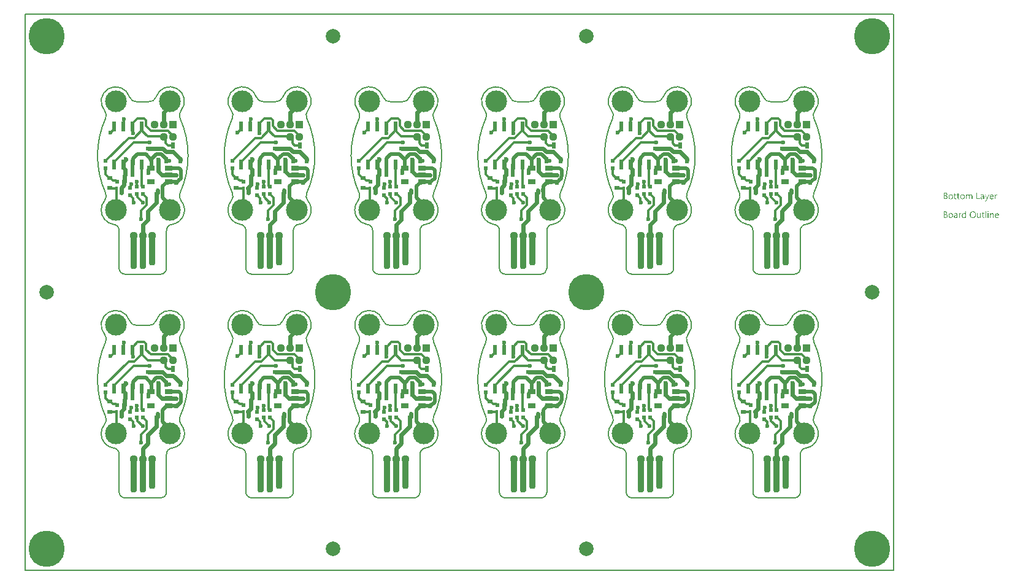
<source format=gbl>
G04*
G04 #@! TF.GenerationSoftware,Altium Limited,Altium Designer,21.9.2 (33)*
G04*
G04 Layer_Physical_Order=2*
G04 Layer_Color=16711680*
%FSAX25Y25*%
%MOIN*%
G70*
G04*
G04 #@! TF.SameCoordinates,9F9AC68D-029E-4633-ADBB-40B06648E365*
G04*
G04*
G04 #@! TF.FilePolarity,Positive*
G04*
G01*
G75*
%ADD14C,0.02362*%
%ADD15C,0.01181*%
%ADD16C,0.01968*%
%ADD17C,0.00787*%
%ADD19C,0.19685*%
%ADD20C,0.11811*%
%ADD22C,0.04370*%
%ADD23R,0.04370X0.04370*%
%ADD24C,0.02362*%
%ADD25C,0.07874*%
G04:AMPARAMS|DCode=26|XSize=35.43mil|YSize=169.29mil|CornerRadius=13.82mil|HoleSize=0mil|Usage=FLASHONLY|Rotation=0.000|XOffset=0mil|YOffset=0mil|HoleType=Round|Shape=RoundedRectangle|*
%AMROUNDEDRECTD26*
21,1,0.03543,0.14165,0,0,0.0*
21,1,0.00780,0.16929,0,0,0.0*
1,1,0.02764,0.00390,-0.07083*
1,1,0.02764,-0.00390,-0.07083*
1,1,0.02764,-0.00390,0.07083*
1,1,0.02764,0.00390,0.07083*
%
%ADD26ROUNDEDRECTD26*%
G04:AMPARAMS|DCode=27|XSize=35.43mil|YSize=188.98mil|CornerRadius=13.82mil|HoleSize=0mil|Usage=FLASHONLY|Rotation=0.000|XOffset=0mil|YOffset=0mil|HoleType=Round|Shape=RoundedRectangle|*
%AMROUNDEDRECTD27*
21,1,0.03543,0.16134,0,0,0.0*
21,1,0.00780,0.18898,0,0,0.0*
1,1,0.02764,0.00390,-0.08067*
1,1,0.02764,-0.00390,-0.08067*
1,1,0.02764,-0.00390,0.08067*
1,1,0.02764,0.00390,0.08067*
%
%ADD27ROUNDEDRECTD27*%
%ADD28R,0.02362X0.03543*%
%ADD29R,0.01968X0.02165*%
%ADD30R,0.01181X0.02165*%
%ADD31R,0.02165X0.01968*%
%ADD32R,0.03150X0.02362*%
%ADD33R,0.02362X0.05512*%
%ADD34R,0.02165X0.01968*%
%ADD35R,0.03937X0.02756*%
G36*
X0494464Y0184454D02*
X0494520Y0184441D01*
X0494582Y0184429D01*
X0494650Y0184404D01*
X0494730Y0184373D01*
X0494804Y0184330D01*
X0494885Y0184280D01*
X0494959Y0184212D01*
X0495027Y0184126D01*
X0495089Y0184027D01*
X0495145Y0183915D01*
X0495182Y0183773D01*
X0495213Y0183618D01*
X0495219Y0183439D01*
Y0181891D01*
X0494817D01*
Y0183333D01*
Y0183339D01*
Y0183352D01*
Y0183370D01*
Y0183401D01*
X0494811Y0183476D01*
X0494798Y0183562D01*
X0494786Y0183661D01*
X0494761Y0183760D01*
X0494730Y0183853D01*
X0494687Y0183934D01*
X0494681Y0183940D01*
X0494662Y0183965D01*
X0494631Y0183996D01*
X0494582Y0184027D01*
X0494526Y0184064D01*
X0494452Y0184088D01*
X0494359Y0184113D01*
X0494254Y0184119D01*
X0494241D01*
X0494210Y0184113D01*
X0494161Y0184107D01*
X0494099Y0184088D01*
X0494031Y0184064D01*
X0493957Y0184020D01*
X0493882Y0183965D01*
X0493814Y0183884D01*
X0493808Y0183872D01*
X0493789Y0183841D01*
X0493758Y0183791D01*
X0493727Y0183723D01*
X0493690Y0183643D01*
X0493666Y0183550D01*
X0493641Y0183439D01*
X0493635Y0183321D01*
Y0181891D01*
X0493232D01*
Y0183383D01*
Y0183389D01*
Y0183414D01*
X0493226Y0183451D01*
Y0183500D01*
X0493214Y0183556D01*
X0493201Y0183618D01*
X0493183Y0183680D01*
X0493164Y0183754D01*
X0493133Y0183822D01*
X0493096Y0183884D01*
X0493047Y0183946D01*
X0492991Y0184002D01*
X0492929Y0184051D01*
X0492848Y0184088D01*
X0492762Y0184113D01*
X0492663Y0184119D01*
X0492650D01*
X0492619Y0184113D01*
X0492570Y0184107D01*
X0492508Y0184095D01*
X0492440Y0184064D01*
X0492366Y0184027D01*
X0492291Y0183971D01*
X0492223Y0183897D01*
X0492217Y0183884D01*
X0492199Y0183859D01*
X0492168Y0183810D01*
X0492137Y0183742D01*
X0492106Y0183661D01*
X0492075Y0183562D01*
X0492056Y0183451D01*
X0492050Y0183321D01*
Y0181891D01*
X0491648D01*
Y0184404D01*
X0492050D01*
Y0184002D01*
X0492062D01*
X0492068Y0184008D01*
X0492075Y0184020D01*
X0492093Y0184045D01*
X0492112Y0184076D01*
X0492174Y0184144D01*
X0492260Y0184231D01*
X0492372Y0184318D01*
X0492502Y0184386D01*
X0492582Y0184416D01*
X0492663Y0184441D01*
X0492749Y0184454D01*
X0492842Y0184460D01*
X0492886D01*
X0492935Y0184454D01*
X0492997Y0184441D01*
X0493065Y0184423D01*
X0493139Y0184398D01*
X0493214Y0184367D01*
X0493288Y0184318D01*
X0493294Y0184311D01*
X0493319Y0184293D01*
X0493350Y0184262D01*
X0493393Y0184218D01*
X0493436Y0184163D01*
X0493480Y0184101D01*
X0493523Y0184027D01*
X0493554Y0183940D01*
X0493560Y0183946D01*
X0493567Y0183965D01*
X0493585Y0183989D01*
X0493604Y0184020D01*
X0493635Y0184064D01*
X0493672Y0184107D01*
X0493715Y0184150D01*
X0493765Y0184200D01*
X0493820Y0184249D01*
X0493882Y0184293D01*
X0493950Y0184342D01*
X0494025Y0184379D01*
X0494105Y0184410D01*
X0494192Y0184435D01*
X0494291Y0184454D01*
X0494390Y0184460D01*
X0494427D01*
X0494464Y0184454D01*
D02*
G37*
G36*
X0508497Y0184441D02*
X0508571Y0184435D01*
X0508614Y0184423D01*
X0508645Y0184410D01*
Y0183996D01*
X0508639Y0184002D01*
X0508627Y0184008D01*
X0508602Y0184020D01*
X0508571Y0184039D01*
X0508528Y0184051D01*
X0508472Y0184064D01*
X0508410Y0184070D01*
X0508342Y0184076D01*
X0508330D01*
X0508299Y0184070D01*
X0508249Y0184064D01*
X0508193Y0184045D01*
X0508119Y0184014D01*
X0508051Y0183971D01*
X0507977Y0183909D01*
X0507909Y0183828D01*
X0507902Y0183816D01*
X0507884Y0183785D01*
X0507853Y0183729D01*
X0507822Y0183655D01*
X0507791Y0183562D01*
X0507760Y0183445D01*
X0507742Y0183315D01*
X0507735Y0183166D01*
Y0181891D01*
X0507333D01*
Y0184404D01*
X0507735D01*
Y0183884D01*
X0507748D01*
Y0183890D01*
X0507754Y0183897D01*
X0507766Y0183928D01*
X0507785Y0183977D01*
X0507816Y0184039D01*
X0507847Y0184101D01*
X0507896Y0184169D01*
X0507946Y0184237D01*
X0508008Y0184299D01*
X0508014Y0184305D01*
X0508039Y0184324D01*
X0508076Y0184348D01*
X0508125Y0184373D01*
X0508181Y0184398D01*
X0508249Y0184423D01*
X0508323Y0184441D01*
X0508404Y0184447D01*
X0508460D01*
X0508497Y0184441D01*
D02*
G37*
G36*
X0503118Y0181489D02*
X0503112Y0181482D01*
X0503105Y0181458D01*
X0503087Y0181414D01*
X0503062Y0181365D01*
X0503031Y0181309D01*
X0502988Y0181241D01*
X0502944Y0181173D01*
X0502895Y0181099D01*
X0502833Y0181024D01*
X0502771Y0180956D01*
X0502697Y0180888D01*
X0502616Y0180833D01*
X0502536Y0180783D01*
X0502443Y0180740D01*
X0502350Y0180715D01*
X0502245Y0180709D01*
X0502189D01*
X0502152Y0180715D01*
X0502072Y0180727D01*
X0501985Y0180746D01*
Y0181105D01*
X0501991D01*
X0502010Y0181099D01*
X0502034Y0181093D01*
X0502065Y0181086D01*
X0502140Y0181068D01*
X0502220Y0181061D01*
X0502233D01*
X0502270Y0181068D01*
X0502325Y0181080D01*
X0502393Y0181105D01*
X0502468Y0181148D01*
X0502505Y0181179D01*
X0502542Y0181216D01*
X0502579Y0181253D01*
X0502616Y0181303D01*
X0502647Y0181359D01*
X0502678Y0181421D01*
X0502882Y0181891D01*
X0501898Y0184404D01*
X0502344D01*
X0503025Y0182467D01*
Y0182460D01*
X0503031Y0182448D01*
X0503037Y0182430D01*
X0503043Y0182405D01*
X0503050Y0182368D01*
X0503062Y0182331D01*
X0503074Y0182275D01*
X0503093D01*
Y0182287D01*
X0503105Y0182324D01*
X0503118Y0182380D01*
X0503142Y0182460D01*
X0503854Y0184404D01*
X0504269D01*
X0503118Y0181489D01*
D02*
G37*
G36*
X0500710Y0184454D02*
X0500765Y0184447D01*
X0500834Y0184429D01*
X0500908Y0184410D01*
X0500988Y0184379D01*
X0501075Y0184342D01*
X0501155Y0184293D01*
X0501236Y0184231D01*
X0501310Y0184157D01*
X0501378Y0184064D01*
X0501434Y0183958D01*
X0501477Y0183835D01*
X0501502Y0183692D01*
X0501514Y0183525D01*
Y0181891D01*
X0501112D01*
Y0182281D01*
X0501100D01*
Y0182275D01*
X0501087Y0182262D01*
X0501075Y0182238D01*
X0501050Y0182213D01*
X0500988Y0182139D01*
X0500908Y0182058D01*
X0500796Y0181978D01*
X0500666Y0181903D01*
X0500586Y0181879D01*
X0500505Y0181854D01*
X0500419Y0181842D01*
X0500326Y0181835D01*
X0500289D01*
X0500264Y0181842D01*
X0500196Y0181848D01*
X0500115Y0181860D01*
X0500016Y0181885D01*
X0499924Y0181916D01*
X0499825Y0181965D01*
X0499738Y0182027D01*
X0499732Y0182039D01*
X0499707Y0182064D01*
X0499670Y0182108D01*
X0499633Y0182169D01*
X0499595Y0182244D01*
X0499558Y0182331D01*
X0499534Y0182436D01*
X0499528Y0182553D01*
Y0182560D01*
Y0182584D01*
X0499534Y0182621D01*
X0499540Y0182665D01*
X0499552Y0182720D01*
X0499571Y0182782D01*
X0499595Y0182850D01*
X0499633Y0182919D01*
X0499676Y0182993D01*
X0499732Y0183067D01*
X0499800Y0183135D01*
X0499880Y0183197D01*
X0499973Y0183259D01*
X0500085Y0183308D01*
X0500208Y0183346D01*
X0500357Y0183377D01*
X0501112Y0183482D01*
Y0183488D01*
Y0183507D01*
X0501106Y0183544D01*
Y0183581D01*
X0501093Y0183630D01*
X0501087Y0183686D01*
X0501050Y0183804D01*
X0501019Y0183859D01*
X0500988Y0183915D01*
X0500945Y0183971D01*
X0500895Y0184020D01*
X0500834Y0184064D01*
X0500765Y0184095D01*
X0500685Y0184113D01*
X0500592Y0184119D01*
X0500549D01*
X0500518Y0184113D01*
X0500475D01*
X0500431Y0184101D01*
X0500320Y0184082D01*
X0500196Y0184045D01*
X0500060Y0183989D01*
X0499986Y0183952D01*
X0499917Y0183915D01*
X0499843Y0183866D01*
X0499775Y0183810D01*
Y0184225D01*
X0499781D01*
X0499794Y0184237D01*
X0499812Y0184249D01*
X0499843Y0184262D01*
X0499874Y0184280D01*
X0499917Y0184299D01*
X0499967Y0184318D01*
X0500023Y0184342D01*
X0500146Y0184386D01*
X0500295Y0184423D01*
X0500456Y0184447D01*
X0500629Y0184460D01*
X0500666D01*
X0500710Y0184454D01*
D02*
G37*
G36*
X0497819Y0182262D02*
X0499230D01*
Y0181891D01*
X0497404D01*
Y0185407D01*
X0497819D01*
Y0182262D01*
D02*
G37*
G36*
X0480605Y0185401D02*
X0480648D01*
X0480691Y0185395D01*
X0480790Y0185382D01*
X0480908Y0185351D01*
X0481032Y0185314D01*
X0481149Y0185258D01*
X0481255Y0185184D01*
X0481261D01*
X0481267Y0185172D01*
X0481298Y0185147D01*
X0481341Y0185097D01*
X0481391Y0185029D01*
X0481434Y0184943D01*
X0481477Y0184844D01*
X0481508Y0184732D01*
X0481521Y0184670D01*
Y0184602D01*
Y0184596D01*
Y0184590D01*
Y0184553D01*
X0481515Y0184497D01*
X0481502Y0184429D01*
X0481484Y0184342D01*
X0481453Y0184256D01*
X0481416Y0184169D01*
X0481360Y0184082D01*
X0481354Y0184070D01*
X0481329Y0184045D01*
X0481292Y0184008D01*
X0481242Y0183958D01*
X0481180Y0183909D01*
X0481106Y0183853D01*
X0481013Y0183810D01*
X0480914Y0183766D01*
Y0183760D01*
X0480933D01*
X0480951Y0183754D01*
X0480970Y0183748D01*
X0481038Y0183736D01*
X0481118Y0183711D01*
X0481205Y0183674D01*
X0481298Y0183630D01*
X0481391Y0183569D01*
X0481477Y0183488D01*
X0481490Y0183476D01*
X0481515Y0183445D01*
X0481545Y0183401D01*
X0481589Y0183333D01*
X0481626Y0183247D01*
X0481663Y0183148D01*
X0481688Y0183030D01*
X0481694Y0182900D01*
Y0182894D01*
Y0182881D01*
Y0182857D01*
X0481688Y0182826D01*
X0481682Y0182789D01*
X0481675Y0182745D01*
X0481651Y0182640D01*
X0481614Y0182522D01*
X0481558Y0182399D01*
X0481521Y0182343D01*
X0481477Y0182281D01*
X0481422Y0182225D01*
X0481366Y0182169D01*
X0481360D01*
X0481354Y0182157D01*
X0481335Y0182145D01*
X0481310Y0182126D01*
X0481279Y0182108D01*
X0481236Y0182083D01*
X0481143Y0182033D01*
X0481026Y0181978D01*
X0480889Y0181934D01*
X0480728Y0181903D01*
X0480648Y0181897D01*
X0480555Y0181891D01*
X0479528D01*
Y0185407D01*
X0480574D01*
X0480605Y0185401D01*
D02*
G37*
G36*
X0487531Y0184404D02*
X0488169D01*
Y0184057D01*
X0487531D01*
Y0182640D01*
Y0182628D01*
Y0182597D01*
X0487537Y0182553D01*
X0487544Y0182498D01*
X0487568Y0182380D01*
X0487587Y0182324D01*
X0487618Y0182281D01*
X0487624Y0182275D01*
X0487637Y0182262D01*
X0487655Y0182250D01*
X0487686Y0182231D01*
X0487723Y0182207D01*
X0487773Y0182194D01*
X0487835Y0182182D01*
X0487903Y0182176D01*
X0487927D01*
X0487958Y0182182D01*
X0487995Y0182188D01*
X0488082Y0182213D01*
X0488126Y0182231D01*
X0488169Y0182256D01*
Y0181910D01*
X0488163D01*
X0488144Y0181897D01*
X0488113Y0181891D01*
X0488070Y0181879D01*
X0488014Y0181866D01*
X0487952Y0181854D01*
X0487878Y0181848D01*
X0487791Y0181842D01*
X0487760D01*
X0487729Y0181848D01*
X0487686Y0181854D01*
X0487637Y0181866D01*
X0487581Y0181879D01*
X0487525Y0181903D01*
X0487463Y0181934D01*
X0487401Y0181971D01*
X0487339Y0182021D01*
X0487284Y0182077D01*
X0487234Y0182151D01*
X0487191Y0182231D01*
X0487160Y0182331D01*
X0487135Y0182442D01*
X0487129Y0182572D01*
Y0184057D01*
X0486702D01*
Y0184404D01*
X0487129D01*
Y0185017D01*
X0487531Y0185147D01*
Y0184404D01*
D02*
G37*
G36*
X0485829D02*
X0486467D01*
Y0184057D01*
X0485829D01*
Y0182640D01*
Y0182628D01*
Y0182597D01*
X0485835Y0182553D01*
X0485841Y0182498D01*
X0485866Y0182380D01*
X0485885Y0182324D01*
X0485916Y0182281D01*
X0485922Y0182275D01*
X0485934Y0182262D01*
X0485953Y0182250D01*
X0485984Y0182231D01*
X0486021Y0182207D01*
X0486070Y0182194D01*
X0486132Y0182182D01*
X0486200Y0182176D01*
X0486225D01*
X0486256Y0182182D01*
X0486293Y0182188D01*
X0486380Y0182213D01*
X0486423Y0182231D01*
X0486467Y0182256D01*
Y0181910D01*
X0486460D01*
X0486442Y0181897D01*
X0486411Y0181891D01*
X0486368Y0181879D01*
X0486312Y0181866D01*
X0486250Y0181854D01*
X0486176Y0181848D01*
X0486089Y0181842D01*
X0486058D01*
X0486027Y0181848D01*
X0485984Y0181854D01*
X0485934Y0181866D01*
X0485879Y0181879D01*
X0485823Y0181903D01*
X0485761Y0181934D01*
X0485699Y0181971D01*
X0485637Y0182021D01*
X0485581Y0182077D01*
X0485532Y0182151D01*
X0485489Y0182231D01*
X0485458Y0182331D01*
X0485433Y0182442D01*
X0485427Y0182572D01*
Y0184057D01*
X0485000D01*
Y0184404D01*
X0485427D01*
Y0185017D01*
X0485829Y0185147D01*
Y0184404D01*
D02*
G37*
G36*
X0505773Y0184454D02*
X0505817Y0184447D01*
X0505860Y0184441D01*
X0505971Y0184423D01*
X0506095Y0184379D01*
X0506219Y0184324D01*
X0506281Y0184286D01*
X0506343Y0184243D01*
X0506398Y0184194D01*
X0506454Y0184138D01*
X0506460Y0184132D01*
X0506466Y0184126D01*
X0506479Y0184107D01*
X0506497Y0184082D01*
X0506516Y0184045D01*
X0506541Y0184008D01*
X0506566Y0183965D01*
X0506590Y0183909D01*
X0506615Y0183847D01*
X0506640Y0183785D01*
X0506665Y0183711D01*
X0506683Y0183630D01*
X0506702Y0183544D01*
X0506714Y0183457D01*
X0506726Y0183358D01*
Y0183253D01*
Y0183042D01*
X0504950D01*
Y0183036D01*
Y0183024D01*
Y0183005D01*
X0504956Y0182974D01*
X0504962Y0182937D01*
Y0182900D01*
X0504981Y0182801D01*
X0505012Y0182702D01*
X0505049Y0182590D01*
X0505105Y0182485D01*
X0505173Y0182392D01*
X0505185Y0182380D01*
X0505210Y0182355D01*
X0505259Y0182324D01*
X0505328Y0182281D01*
X0505414Y0182238D01*
X0505513Y0182207D01*
X0505631Y0182182D01*
X0505767Y0182169D01*
X0505810D01*
X0505841Y0182176D01*
X0505878D01*
X0505922Y0182182D01*
X0506027Y0182207D01*
X0506145Y0182238D01*
X0506275Y0182287D01*
X0506411Y0182355D01*
X0506479Y0182399D01*
X0506547Y0182448D01*
Y0182071D01*
X0506541D01*
X0506534Y0182058D01*
X0506516Y0182052D01*
X0506485Y0182033D01*
X0506454Y0182015D01*
X0506417Y0181996D01*
X0506367Y0181978D01*
X0506318Y0181953D01*
X0506256Y0181928D01*
X0506188Y0181910D01*
X0506039Y0181872D01*
X0505866Y0181848D01*
X0505674Y0181835D01*
X0505625D01*
X0505587Y0181842D01*
X0505544Y0181848D01*
X0505488Y0181854D01*
X0505371Y0181879D01*
X0505235Y0181916D01*
X0505098Y0181978D01*
X0505030Y0182021D01*
X0504962Y0182064D01*
X0504900Y0182114D01*
X0504839Y0182176D01*
X0504832Y0182182D01*
X0504826Y0182194D01*
X0504814Y0182213D01*
X0504789Y0182238D01*
X0504770Y0182275D01*
X0504746Y0182318D01*
X0504715Y0182368D01*
X0504690Y0182423D01*
X0504659Y0182485D01*
X0504634Y0182560D01*
X0504603Y0182640D01*
X0504585Y0182727D01*
X0504566Y0182819D01*
X0504548Y0182919D01*
X0504541Y0183024D01*
X0504535Y0183135D01*
Y0183141D01*
Y0183160D01*
Y0183191D01*
X0504541Y0183234D01*
X0504548Y0183284D01*
X0504554Y0183339D01*
X0504560Y0183407D01*
X0504578Y0183476D01*
X0504616Y0183624D01*
X0504671Y0183785D01*
X0504708Y0183866D01*
X0504758Y0183940D01*
X0504808Y0184020D01*
X0504863Y0184088D01*
X0504869Y0184095D01*
X0504882Y0184107D01*
X0504900Y0184126D01*
X0504925Y0184144D01*
X0504956Y0184175D01*
X0504993Y0184206D01*
X0505043Y0184237D01*
X0505092Y0184274D01*
X0505210Y0184342D01*
X0505352Y0184404D01*
X0505433Y0184423D01*
X0505513Y0184441D01*
X0505600Y0184454D01*
X0505693Y0184460D01*
X0505742D01*
X0505773Y0184454D01*
D02*
G37*
G36*
X0489908D02*
X0489952Y0184447D01*
X0490007Y0184441D01*
X0490131Y0184416D01*
X0490273Y0184373D01*
X0490416Y0184311D01*
X0490490Y0184274D01*
X0490558Y0184231D01*
X0490626Y0184175D01*
X0490688Y0184113D01*
X0490694Y0184107D01*
X0490700Y0184095D01*
X0490719Y0184076D01*
X0490738Y0184051D01*
X0490762Y0184014D01*
X0490787Y0183971D01*
X0490818Y0183921D01*
X0490849Y0183866D01*
X0490874Y0183798D01*
X0490905Y0183729D01*
X0490930Y0183649D01*
X0490954Y0183562D01*
X0490973Y0183469D01*
X0490991Y0183370D01*
X0490998Y0183265D01*
X0491004Y0183154D01*
Y0183148D01*
Y0183129D01*
Y0183098D01*
X0490998Y0183055D01*
X0490991Y0183005D01*
X0490985Y0182943D01*
X0490973Y0182881D01*
X0490961Y0182807D01*
X0490923Y0182659D01*
X0490861Y0182498D01*
X0490824Y0182417D01*
X0490775Y0182337D01*
X0490725Y0182262D01*
X0490663Y0182194D01*
X0490657Y0182188D01*
X0490645Y0182182D01*
X0490626Y0182163D01*
X0490601Y0182139D01*
X0490564Y0182114D01*
X0490527Y0182083D01*
X0490478Y0182046D01*
X0490422Y0182015D01*
X0490360Y0181984D01*
X0490292Y0181947D01*
X0490218Y0181916D01*
X0490137Y0181891D01*
X0490051Y0181866D01*
X0489958Y0181854D01*
X0489859Y0181842D01*
X0489753Y0181835D01*
X0489698D01*
X0489661Y0181842D01*
X0489617Y0181848D01*
X0489562Y0181854D01*
X0489500Y0181866D01*
X0489432Y0181879D01*
X0489289Y0181922D01*
X0489141Y0181984D01*
X0489066Y0182021D01*
X0488998Y0182071D01*
X0488930Y0182120D01*
X0488862Y0182182D01*
X0488856Y0182188D01*
X0488850Y0182201D01*
X0488831Y0182219D01*
X0488813Y0182244D01*
X0488788Y0182281D01*
X0488757Y0182324D01*
X0488726Y0182374D01*
X0488701Y0182430D01*
X0488670Y0182498D01*
X0488639Y0182566D01*
X0488608Y0182640D01*
X0488584Y0182727D01*
X0488546Y0182912D01*
X0488540Y0183011D01*
X0488534Y0183117D01*
Y0183123D01*
Y0183148D01*
Y0183178D01*
X0488540Y0183222D01*
X0488546Y0183271D01*
X0488553Y0183333D01*
X0488565Y0183401D01*
X0488577Y0183476D01*
X0488615Y0183637D01*
X0488676Y0183798D01*
X0488720Y0183878D01*
X0488763Y0183958D01*
X0488813Y0184033D01*
X0488874Y0184101D01*
X0488881Y0184107D01*
X0488893Y0184119D01*
X0488912Y0184132D01*
X0488936Y0184157D01*
X0488974Y0184181D01*
X0489017Y0184212D01*
X0489066Y0184249D01*
X0489122Y0184280D01*
X0489184Y0184311D01*
X0489258Y0184348D01*
X0489332Y0184379D01*
X0489419Y0184404D01*
X0489506Y0184429D01*
X0489605Y0184447D01*
X0489710Y0184454D01*
X0489815Y0184460D01*
X0489871D01*
X0489908Y0184454D01*
D02*
G37*
G36*
X0483557D02*
X0483601Y0184447D01*
X0483656Y0184441D01*
X0483780Y0184416D01*
X0483922Y0184373D01*
X0484065Y0184311D01*
X0484139Y0184274D01*
X0484207Y0184231D01*
X0484275Y0184175D01*
X0484337Y0184113D01*
X0484343Y0184107D01*
X0484350Y0184095D01*
X0484368Y0184076D01*
X0484387Y0184051D01*
X0484411Y0184014D01*
X0484436Y0183971D01*
X0484467Y0183921D01*
X0484498Y0183866D01*
X0484523Y0183798D01*
X0484554Y0183729D01*
X0484579Y0183649D01*
X0484603Y0183562D01*
X0484622Y0183469D01*
X0484641Y0183370D01*
X0484647Y0183265D01*
X0484653Y0183154D01*
Y0183148D01*
Y0183129D01*
Y0183098D01*
X0484647Y0183055D01*
X0484641Y0183005D01*
X0484634Y0182943D01*
X0484622Y0182881D01*
X0484610Y0182807D01*
X0484572Y0182659D01*
X0484511Y0182498D01*
X0484473Y0182417D01*
X0484424Y0182337D01*
X0484374Y0182262D01*
X0484312Y0182194D01*
X0484306Y0182188D01*
X0484294Y0182182D01*
X0484275Y0182163D01*
X0484250Y0182139D01*
X0484213Y0182114D01*
X0484176Y0182083D01*
X0484127Y0182046D01*
X0484071Y0182015D01*
X0484009Y0181984D01*
X0483941Y0181947D01*
X0483867Y0181916D01*
X0483786Y0181891D01*
X0483700Y0181866D01*
X0483607Y0181854D01*
X0483508Y0181842D01*
X0483402Y0181835D01*
X0483347D01*
X0483310Y0181842D01*
X0483266Y0181848D01*
X0483211Y0181854D01*
X0483149Y0181866D01*
X0483081Y0181879D01*
X0482938Y0181922D01*
X0482790Y0181984D01*
X0482715Y0182021D01*
X0482647Y0182071D01*
X0482579Y0182120D01*
X0482511Y0182182D01*
X0482505Y0182188D01*
X0482499Y0182201D01*
X0482480Y0182219D01*
X0482462Y0182244D01*
X0482437Y0182281D01*
X0482406Y0182324D01*
X0482375Y0182374D01*
X0482350Y0182430D01*
X0482319Y0182498D01*
X0482288Y0182566D01*
X0482257Y0182640D01*
X0482233Y0182727D01*
X0482195Y0182912D01*
X0482189Y0183011D01*
X0482183Y0183117D01*
Y0183123D01*
Y0183148D01*
Y0183178D01*
X0482189Y0183222D01*
X0482195Y0183271D01*
X0482202Y0183333D01*
X0482214Y0183401D01*
X0482226Y0183476D01*
X0482264Y0183637D01*
X0482325Y0183798D01*
X0482369Y0183878D01*
X0482412Y0183958D01*
X0482462Y0184033D01*
X0482523Y0184101D01*
X0482530Y0184107D01*
X0482542Y0184119D01*
X0482561Y0184132D01*
X0482585Y0184157D01*
X0482623Y0184181D01*
X0482666Y0184212D01*
X0482715Y0184249D01*
X0482771Y0184280D01*
X0482833Y0184311D01*
X0482907Y0184348D01*
X0482982Y0184379D01*
X0483068Y0184404D01*
X0483155Y0184429D01*
X0483254Y0184447D01*
X0483359Y0184454D01*
X0483464Y0184460D01*
X0483520D01*
X0483557Y0184454D01*
D02*
G37*
G36*
X0503737Y0175374D02*
X0503761D01*
X0503817Y0175349D01*
X0503848Y0175330D01*
X0503879Y0175306D01*
X0503885Y0175300D01*
X0503891Y0175293D01*
X0503922Y0175256D01*
X0503947Y0175194D01*
X0503953Y0175157D01*
X0503960Y0175120D01*
Y0175114D01*
Y0175101D01*
X0503953Y0175083D01*
X0503947Y0175058D01*
X0503929Y0174996D01*
X0503904Y0174965D01*
X0503879Y0174934D01*
X0503873D01*
X0503867Y0174922D01*
X0503829Y0174897D01*
X0503774Y0174872D01*
X0503737Y0174866D01*
X0503699Y0174860D01*
X0503681D01*
X0503662Y0174866D01*
X0503638D01*
X0503576Y0174891D01*
X0503545Y0174903D01*
X0503514Y0174928D01*
Y0174934D01*
X0503501Y0174941D01*
X0503489Y0174959D01*
X0503477Y0174978D01*
X0503452Y0175040D01*
X0503446Y0175077D01*
X0503440Y0175120D01*
Y0175126D01*
Y0175138D01*
X0503446Y0175157D01*
X0503452Y0175188D01*
X0503471Y0175244D01*
X0503489Y0175275D01*
X0503514Y0175306D01*
X0503520Y0175312D01*
X0503526Y0175318D01*
X0503563Y0175343D01*
X0503625Y0175368D01*
X0503662Y0175380D01*
X0503718D01*
X0503737Y0175374D01*
D02*
G37*
G36*
X0491747Y0171709D02*
X0491344D01*
Y0172130D01*
X0491332D01*
Y0172124D01*
X0491320Y0172112D01*
X0491301Y0172087D01*
X0491282Y0172056D01*
X0491251Y0172019D01*
X0491214Y0171982D01*
X0491171Y0171938D01*
X0491121Y0171895D01*
X0491066Y0171845D01*
X0490998Y0171802D01*
X0490930Y0171765D01*
X0490849Y0171728D01*
X0490769Y0171697D01*
X0490676Y0171672D01*
X0490577Y0171660D01*
X0490472Y0171654D01*
X0490428D01*
X0490391Y0171660D01*
X0490354Y0171666D01*
X0490304Y0171672D01*
X0490199Y0171697D01*
X0490075Y0171734D01*
X0489952Y0171796D01*
X0489883Y0171833D01*
X0489828Y0171876D01*
X0489766Y0171932D01*
X0489710Y0171988D01*
Y0171994D01*
X0489698Y0172006D01*
X0489685Y0172025D01*
X0489667Y0172050D01*
X0489648Y0172081D01*
X0489623Y0172124D01*
X0489599Y0172174D01*
X0489574Y0172229D01*
X0489543Y0172291D01*
X0489518Y0172359D01*
X0489494Y0172433D01*
X0489475Y0172514D01*
X0489456Y0172601D01*
X0489444Y0172700D01*
X0489438Y0172799D01*
X0489432Y0172904D01*
Y0172910D01*
Y0172929D01*
Y0172966D01*
X0489438Y0173009D01*
X0489444Y0173059D01*
X0489450Y0173121D01*
X0489456Y0173189D01*
X0489469Y0173263D01*
X0489506Y0173424D01*
X0489562Y0173591D01*
X0489599Y0173671D01*
X0489642Y0173752D01*
X0489685Y0173826D01*
X0489741Y0173900D01*
X0489747Y0173907D01*
X0489753Y0173919D01*
X0489772Y0173938D01*
X0489797Y0173962D01*
X0489828Y0173987D01*
X0489871Y0174018D01*
X0489914Y0174055D01*
X0489964Y0174092D01*
X0490088Y0174161D01*
X0490230Y0174222D01*
X0490310Y0174241D01*
X0490397Y0174259D01*
X0490484Y0174272D01*
X0490583Y0174278D01*
X0490632D01*
X0490670Y0174272D01*
X0490707Y0174266D01*
X0490756Y0174259D01*
X0490868Y0174229D01*
X0490991Y0174179D01*
X0491053Y0174148D01*
X0491115Y0174105D01*
X0491177Y0174062D01*
X0491233Y0174006D01*
X0491282Y0173944D01*
X0491332Y0173870D01*
X0491344D01*
Y0175429D01*
X0491747D01*
Y0171709D01*
D02*
G37*
G36*
X0506015Y0174272D02*
X0506089Y0174266D01*
X0506182Y0174247D01*
X0506281Y0174216D01*
X0506386Y0174167D01*
X0506491Y0174099D01*
X0506534Y0174062D01*
X0506578Y0174012D01*
X0506590Y0174000D01*
X0506615Y0173962D01*
X0506646Y0173900D01*
X0506689Y0173814D01*
X0506726Y0173709D01*
X0506764Y0173579D01*
X0506788Y0173424D01*
X0506795Y0173244D01*
Y0171709D01*
X0506392D01*
Y0173139D01*
Y0173145D01*
Y0173176D01*
X0506386Y0173213D01*
Y0173263D01*
X0506374Y0173325D01*
X0506361Y0173393D01*
X0506343Y0173467D01*
X0506318Y0173541D01*
X0506287Y0173616D01*
X0506250Y0173684D01*
X0506200Y0173752D01*
X0506145Y0173814D01*
X0506083Y0173863D01*
X0506002Y0173900D01*
X0505915Y0173932D01*
X0505810Y0173938D01*
X0505798D01*
X0505761Y0173932D01*
X0505705Y0173925D01*
X0505637Y0173907D01*
X0505556Y0173882D01*
X0505470Y0173839D01*
X0505389Y0173783D01*
X0505309Y0173709D01*
X0505303Y0173696D01*
X0505278Y0173671D01*
X0505247Y0173622D01*
X0505210Y0173554D01*
X0505173Y0173473D01*
X0505142Y0173374D01*
X0505117Y0173263D01*
X0505111Y0173139D01*
Y0171709D01*
X0504708D01*
Y0174222D01*
X0505111D01*
Y0173802D01*
X0505123D01*
X0505129Y0173808D01*
X0505136Y0173820D01*
X0505154Y0173845D01*
X0505179Y0173876D01*
X0505204Y0173913D01*
X0505241Y0173950D01*
X0505284Y0173993D01*
X0505334Y0174043D01*
X0505389Y0174086D01*
X0505451Y0174130D01*
X0505519Y0174167D01*
X0505594Y0174204D01*
X0505668Y0174235D01*
X0505755Y0174259D01*
X0505847Y0174272D01*
X0505946Y0174278D01*
X0505984D01*
X0506015Y0174272D01*
D02*
G37*
G36*
X0489017Y0174259D02*
X0489091Y0174253D01*
X0489134Y0174241D01*
X0489165Y0174229D01*
Y0173814D01*
X0489159Y0173820D01*
X0489147Y0173826D01*
X0489122Y0173839D01*
X0489091Y0173857D01*
X0489048Y0173870D01*
X0488992Y0173882D01*
X0488930Y0173888D01*
X0488862Y0173894D01*
X0488850D01*
X0488819Y0173888D01*
X0488769Y0173882D01*
X0488714Y0173863D01*
X0488639Y0173832D01*
X0488571Y0173789D01*
X0488497Y0173727D01*
X0488429Y0173647D01*
X0488423Y0173634D01*
X0488404Y0173603D01*
X0488373Y0173548D01*
X0488342Y0173473D01*
X0488311Y0173381D01*
X0488280Y0173263D01*
X0488262Y0173133D01*
X0488256Y0172984D01*
Y0171709D01*
X0487853D01*
Y0174222D01*
X0488256D01*
Y0173702D01*
X0488268D01*
Y0173709D01*
X0488274Y0173715D01*
X0488286Y0173746D01*
X0488305Y0173795D01*
X0488336Y0173857D01*
X0488367Y0173919D01*
X0488416Y0173987D01*
X0488466Y0174055D01*
X0488528Y0174117D01*
X0488534Y0174123D01*
X0488559Y0174142D01*
X0488596Y0174167D01*
X0488645Y0174191D01*
X0488701Y0174216D01*
X0488769Y0174241D01*
X0488843Y0174259D01*
X0488924Y0174266D01*
X0488980D01*
X0489017Y0174259D01*
D02*
G37*
G36*
X0499756Y0171709D02*
X0499354D01*
Y0172105D01*
X0499342D01*
Y0172099D01*
X0499329Y0172087D01*
X0499317Y0172062D01*
X0499292Y0172037D01*
X0499236Y0171963D01*
X0499150Y0171883D01*
X0499100Y0171839D01*
X0499045Y0171796D01*
X0498983Y0171759D01*
X0498908Y0171722D01*
X0498834Y0171697D01*
X0498754Y0171672D01*
X0498661Y0171660D01*
X0498568Y0171654D01*
X0498531D01*
X0498488Y0171660D01*
X0498426Y0171672D01*
X0498357Y0171685D01*
X0498283Y0171709D01*
X0498203Y0171740D01*
X0498122Y0171790D01*
X0498036Y0171845D01*
X0497955Y0171914D01*
X0497881Y0172000D01*
X0497813Y0172105D01*
X0497751Y0172223D01*
X0497708Y0172365D01*
X0497683Y0172532D01*
X0497670Y0172619D01*
Y0172718D01*
Y0174222D01*
X0498067D01*
Y0172780D01*
Y0172774D01*
Y0172749D01*
X0498073Y0172706D01*
X0498079Y0172656D01*
X0498085Y0172594D01*
X0498098Y0172532D01*
X0498116Y0172458D01*
X0498141Y0172384D01*
X0498178Y0172310D01*
X0498215Y0172242D01*
X0498265Y0172174D01*
X0498327Y0172112D01*
X0498395Y0172062D01*
X0498475Y0172025D01*
X0498574Y0171994D01*
X0498679Y0171988D01*
X0498692D01*
X0498729Y0171994D01*
X0498785Y0172000D01*
X0498847Y0172013D01*
X0498927Y0172044D01*
X0499008Y0172081D01*
X0499088Y0172130D01*
X0499162Y0172204D01*
X0499168Y0172217D01*
X0499193Y0172242D01*
X0499224Y0172291D01*
X0499261Y0172359D01*
X0499292Y0172440D01*
X0499323Y0172539D01*
X0499348Y0172650D01*
X0499354Y0172774D01*
Y0174222D01*
X0499756D01*
Y0171709D01*
D02*
G37*
G36*
X0503891D02*
X0503489D01*
Y0174222D01*
X0503891D01*
Y0171709D01*
D02*
G37*
G36*
X0502672D02*
X0502270D01*
Y0175429D01*
X0502672D01*
Y0171709D01*
D02*
G37*
G36*
X0486293Y0174272D02*
X0486349Y0174266D01*
X0486417Y0174247D01*
X0486491Y0174229D01*
X0486572Y0174198D01*
X0486658Y0174161D01*
X0486739Y0174111D01*
X0486819Y0174049D01*
X0486894Y0173975D01*
X0486962Y0173882D01*
X0487017Y0173777D01*
X0487061Y0173653D01*
X0487085Y0173511D01*
X0487098Y0173343D01*
Y0171709D01*
X0486696D01*
Y0172099D01*
X0486683D01*
Y0172093D01*
X0486671Y0172081D01*
X0486658Y0172056D01*
X0486634Y0172031D01*
X0486572Y0171957D01*
X0486491Y0171876D01*
X0486380Y0171796D01*
X0486250Y0171722D01*
X0486169Y0171697D01*
X0486089Y0171672D01*
X0486002Y0171660D01*
X0485910Y0171654D01*
X0485872D01*
X0485848Y0171660D01*
X0485779Y0171666D01*
X0485699Y0171678D01*
X0485600Y0171703D01*
X0485507Y0171734D01*
X0485408Y0171783D01*
X0485321Y0171845D01*
X0485315Y0171858D01*
X0485290Y0171883D01*
X0485253Y0171926D01*
X0485216Y0171988D01*
X0485179Y0172062D01*
X0485142Y0172149D01*
X0485117Y0172254D01*
X0485111Y0172372D01*
Y0172378D01*
Y0172403D01*
X0485117Y0172440D01*
X0485123Y0172483D01*
X0485136Y0172539D01*
X0485154Y0172601D01*
X0485179Y0172669D01*
X0485216Y0172737D01*
X0485259Y0172811D01*
X0485315Y0172885D01*
X0485383Y0172953D01*
X0485464Y0173015D01*
X0485557Y0173077D01*
X0485668Y0173127D01*
X0485792Y0173164D01*
X0485940Y0173195D01*
X0486696Y0173300D01*
Y0173306D01*
Y0173325D01*
X0486689Y0173362D01*
Y0173399D01*
X0486677Y0173449D01*
X0486671Y0173504D01*
X0486634Y0173622D01*
X0486603Y0173678D01*
X0486572Y0173733D01*
X0486528Y0173789D01*
X0486479Y0173839D01*
X0486417Y0173882D01*
X0486349Y0173913D01*
X0486269Y0173932D01*
X0486176Y0173938D01*
X0486132D01*
X0486101Y0173932D01*
X0486058D01*
X0486015Y0173919D01*
X0485903Y0173900D01*
X0485779Y0173863D01*
X0485643Y0173808D01*
X0485569Y0173770D01*
X0485501Y0173733D01*
X0485427Y0173684D01*
X0485358Y0173628D01*
Y0174043D01*
X0485365D01*
X0485377Y0174055D01*
X0485396Y0174068D01*
X0485427Y0174080D01*
X0485458Y0174099D01*
X0485501Y0174117D01*
X0485550Y0174136D01*
X0485606Y0174161D01*
X0485730Y0174204D01*
X0485879Y0174241D01*
X0486039Y0174266D01*
X0486213Y0174278D01*
X0486250D01*
X0486293Y0174272D01*
D02*
G37*
G36*
X0480605Y0175219D02*
X0480648D01*
X0480691Y0175213D01*
X0480790Y0175200D01*
X0480908Y0175170D01*
X0481032Y0175132D01*
X0481149Y0175077D01*
X0481255Y0175002D01*
X0481261D01*
X0481267Y0174990D01*
X0481298Y0174965D01*
X0481341Y0174916D01*
X0481391Y0174848D01*
X0481434Y0174761D01*
X0481477Y0174662D01*
X0481508Y0174550D01*
X0481521Y0174489D01*
Y0174420D01*
Y0174414D01*
Y0174408D01*
Y0174371D01*
X0481515Y0174315D01*
X0481502Y0174247D01*
X0481484Y0174161D01*
X0481453Y0174074D01*
X0481416Y0173987D01*
X0481360Y0173900D01*
X0481354Y0173888D01*
X0481329Y0173863D01*
X0481292Y0173826D01*
X0481242Y0173777D01*
X0481180Y0173727D01*
X0481106Y0173671D01*
X0481013Y0173628D01*
X0480914Y0173585D01*
Y0173579D01*
X0480933D01*
X0480951Y0173573D01*
X0480970Y0173566D01*
X0481038Y0173554D01*
X0481118Y0173529D01*
X0481205Y0173492D01*
X0481298Y0173449D01*
X0481391Y0173387D01*
X0481477Y0173306D01*
X0481490Y0173294D01*
X0481515Y0173263D01*
X0481545Y0173220D01*
X0481589Y0173152D01*
X0481626Y0173065D01*
X0481663Y0172966D01*
X0481688Y0172848D01*
X0481694Y0172718D01*
Y0172712D01*
Y0172700D01*
Y0172675D01*
X0481688Y0172644D01*
X0481682Y0172607D01*
X0481675Y0172564D01*
X0481651Y0172458D01*
X0481614Y0172341D01*
X0481558Y0172217D01*
X0481521Y0172161D01*
X0481477Y0172099D01*
X0481422Y0172044D01*
X0481366Y0171988D01*
X0481360D01*
X0481354Y0171975D01*
X0481335Y0171963D01*
X0481310Y0171944D01*
X0481279Y0171926D01*
X0481236Y0171901D01*
X0481143Y0171852D01*
X0481026Y0171796D01*
X0480889Y0171753D01*
X0480728Y0171722D01*
X0480648Y0171715D01*
X0480555Y0171709D01*
X0479528D01*
Y0175225D01*
X0480574D01*
X0480605Y0175219D01*
D02*
G37*
G36*
X0501100Y0174222D02*
X0501737D01*
Y0173876D01*
X0501100D01*
Y0172458D01*
Y0172446D01*
Y0172415D01*
X0501106Y0172372D01*
X0501112Y0172316D01*
X0501137Y0172198D01*
X0501155Y0172143D01*
X0501186Y0172099D01*
X0501193Y0172093D01*
X0501205Y0172081D01*
X0501224Y0172068D01*
X0501255Y0172050D01*
X0501292Y0172025D01*
X0501341Y0172013D01*
X0501403Y0172000D01*
X0501471Y0171994D01*
X0501496D01*
X0501527Y0172000D01*
X0501564Y0172006D01*
X0501651Y0172031D01*
X0501694Y0172050D01*
X0501737Y0172074D01*
Y0171728D01*
X0501731D01*
X0501713Y0171715D01*
X0501682Y0171709D01*
X0501638Y0171697D01*
X0501582Y0171685D01*
X0501521Y0171672D01*
X0501446Y0171666D01*
X0501360Y0171660D01*
X0501329D01*
X0501298Y0171666D01*
X0501255Y0171672D01*
X0501205Y0171685D01*
X0501149Y0171697D01*
X0501093Y0171722D01*
X0501032Y0171753D01*
X0500970Y0171790D01*
X0500908Y0171839D01*
X0500852Y0171895D01*
X0500803Y0171969D01*
X0500759Y0172050D01*
X0500728Y0172149D01*
X0500703Y0172260D01*
X0500697Y0172390D01*
Y0173876D01*
X0500270D01*
Y0174222D01*
X0500697D01*
Y0174835D01*
X0501100Y0174965D01*
Y0174222D01*
D02*
G37*
G36*
X0508627Y0174272D02*
X0508670Y0174266D01*
X0508713Y0174259D01*
X0508825Y0174241D01*
X0508949Y0174198D01*
X0509072Y0174142D01*
X0509134Y0174105D01*
X0509196Y0174062D01*
X0509252Y0174012D01*
X0509308Y0173956D01*
X0509314Y0173950D01*
X0509320Y0173944D01*
X0509332Y0173925D01*
X0509351Y0173900D01*
X0509370Y0173863D01*
X0509394Y0173826D01*
X0509419Y0173783D01*
X0509444Y0173727D01*
X0509469Y0173665D01*
X0509493Y0173603D01*
X0509518Y0173529D01*
X0509537Y0173449D01*
X0509555Y0173362D01*
X0509568Y0173275D01*
X0509580Y0173176D01*
Y0173071D01*
Y0172861D01*
X0507803D01*
Y0172854D01*
Y0172842D01*
Y0172824D01*
X0507810Y0172792D01*
X0507816Y0172755D01*
Y0172718D01*
X0507834Y0172619D01*
X0507865Y0172520D01*
X0507902Y0172409D01*
X0507958Y0172303D01*
X0508026Y0172211D01*
X0508039Y0172198D01*
X0508064Y0172174D01*
X0508113Y0172143D01*
X0508181Y0172099D01*
X0508268Y0172056D01*
X0508367Y0172025D01*
X0508484Y0172000D01*
X0508621Y0171988D01*
X0508664D01*
X0508695Y0171994D01*
X0508732D01*
X0508775Y0172000D01*
X0508881Y0172025D01*
X0508998Y0172056D01*
X0509128Y0172105D01*
X0509264Y0172174D01*
X0509332Y0172217D01*
X0509401Y0172266D01*
Y0171889D01*
X0509394D01*
X0509388Y0171876D01*
X0509370Y0171870D01*
X0509339Y0171852D01*
X0509308Y0171833D01*
X0509270Y0171815D01*
X0509221Y0171796D01*
X0509171Y0171771D01*
X0509110Y0171746D01*
X0509042Y0171728D01*
X0508893Y0171691D01*
X0508720Y0171666D01*
X0508528Y0171654D01*
X0508478D01*
X0508441Y0171660D01*
X0508398Y0171666D01*
X0508342Y0171672D01*
X0508224Y0171697D01*
X0508088Y0171734D01*
X0507952Y0171796D01*
X0507884Y0171839D01*
X0507816Y0171883D01*
X0507754Y0171932D01*
X0507692Y0171994D01*
X0507686Y0172000D01*
X0507680Y0172013D01*
X0507667Y0172031D01*
X0507643Y0172056D01*
X0507624Y0172093D01*
X0507599Y0172136D01*
X0507568Y0172186D01*
X0507544Y0172242D01*
X0507513Y0172303D01*
X0507488Y0172378D01*
X0507457Y0172458D01*
X0507438Y0172545D01*
X0507420Y0172638D01*
X0507401Y0172737D01*
X0507395Y0172842D01*
X0507389Y0172953D01*
Y0172960D01*
Y0172978D01*
Y0173009D01*
X0507395Y0173053D01*
X0507401Y0173102D01*
X0507407Y0173158D01*
X0507413Y0173226D01*
X0507432Y0173294D01*
X0507469Y0173442D01*
X0507525Y0173603D01*
X0507562Y0173684D01*
X0507612Y0173758D01*
X0507661Y0173839D01*
X0507717Y0173907D01*
X0507723Y0173913D01*
X0507735Y0173925D01*
X0507754Y0173944D01*
X0507779Y0173962D01*
X0507810Y0173993D01*
X0507847Y0174024D01*
X0507896Y0174055D01*
X0507946Y0174092D01*
X0508064Y0174161D01*
X0508206Y0174222D01*
X0508286Y0174241D01*
X0508367Y0174259D01*
X0508453Y0174272D01*
X0508546Y0174278D01*
X0508596D01*
X0508627Y0174272D01*
D02*
G37*
G36*
X0495584Y0175281D02*
X0495646Y0175275D01*
X0495721Y0175262D01*
X0495801Y0175244D01*
X0495888Y0175225D01*
X0495974Y0175200D01*
X0496073Y0175170D01*
X0496166Y0175126D01*
X0496265Y0175077D01*
X0496364Y0175021D01*
X0496457Y0174953D01*
X0496550Y0174879D01*
X0496637Y0174792D01*
X0496643Y0174786D01*
X0496655Y0174767D01*
X0496680Y0174742D01*
X0496705Y0174705D01*
X0496742Y0174656D01*
X0496779Y0174594D01*
X0496816Y0174526D01*
X0496860Y0174451D01*
X0496903Y0174359D01*
X0496940Y0174266D01*
X0496977Y0174161D01*
X0497014Y0174043D01*
X0497039Y0173925D01*
X0497064Y0173795D01*
X0497076Y0173653D01*
X0497082Y0173511D01*
Y0173498D01*
Y0173473D01*
Y0173430D01*
X0497076Y0173368D01*
X0497070Y0173294D01*
X0497058Y0173213D01*
X0497045Y0173121D01*
X0497027Y0173015D01*
X0497002Y0172910D01*
X0496971Y0172799D01*
X0496934Y0172687D01*
X0496890Y0172576D01*
X0496835Y0172458D01*
X0496773Y0172353D01*
X0496705Y0172248D01*
X0496624Y0172149D01*
X0496618Y0172143D01*
X0496606Y0172130D01*
X0496575Y0172105D01*
X0496544Y0172074D01*
X0496494Y0172031D01*
X0496439Y0171994D01*
X0496377Y0171944D01*
X0496303Y0171901D01*
X0496222Y0171858D01*
X0496129Y0171808D01*
X0496030Y0171771D01*
X0495919Y0171734D01*
X0495801Y0171697D01*
X0495677Y0171672D01*
X0495547Y0171660D01*
X0495405Y0171654D01*
X0495374D01*
X0495331Y0171660D01*
X0495281D01*
X0495219Y0171666D01*
X0495145Y0171678D01*
X0495064Y0171697D01*
X0494972Y0171715D01*
X0494879Y0171740D01*
X0494780Y0171771D01*
X0494681Y0171815D01*
X0494582Y0171858D01*
X0494483Y0171914D01*
X0494384Y0171982D01*
X0494291Y0172056D01*
X0494204Y0172143D01*
X0494198Y0172149D01*
X0494185Y0172167D01*
X0494161Y0172192D01*
X0494136Y0172229D01*
X0494099Y0172279D01*
X0494062Y0172341D01*
X0494025Y0172409D01*
X0493981Y0172489D01*
X0493938Y0172576D01*
X0493901Y0172669D01*
X0493864Y0172774D01*
X0493826Y0172892D01*
X0493802Y0173009D01*
X0493777Y0173139D01*
X0493765Y0173282D01*
X0493758Y0173424D01*
Y0173436D01*
Y0173461D01*
X0493765Y0173504D01*
Y0173566D01*
X0493771Y0173634D01*
X0493783Y0173721D01*
X0493795Y0173814D01*
X0493814Y0173913D01*
X0493839Y0174018D01*
X0493870Y0174130D01*
X0493907Y0174241D01*
X0493950Y0174352D01*
X0494006Y0174464D01*
X0494068Y0174575D01*
X0494136Y0174680D01*
X0494216Y0174779D01*
X0494223Y0174786D01*
X0494235Y0174804D01*
X0494266Y0174829D01*
X0494303Y0174860D01*
X0494346Y0174897D01*
X0494402Y0174941D01*
X0494470Y0174984D01*
X0494545Y0175033D01*
X0494631Y0175083D01*
X0494724Y0175126D01*
X0494823Y0175170D01*
X0494935Y0175207D01*
X0495058Y0175238D01*
X0495188Y0175268D01*
X0495324Y0175281D01*
X0495467Y0175287D01*
X0495535D01*
X0495584Y0175281D01*
D02*
G37*
G36*
X0483557Y0174272D02*
X0483601Y0174266D01*
X0483656Y0174259D01*
X0483780Y0174235D01*
X0483922Y0174191D01*
X0484065Y0174130D01*
X0484139Y0174092D01*
X0484207Y0174049D01*
X0484275Y0173993D01*
X0484337Y0173932D01*
X0484343Y0173925D01*
X0484350Y0173913D01*
X0484368Y0173894D01*
X0484387Y0173870D01*
X0484411Y0173832D01*
X0484436Y0173789D01*
X0484467Y0173740D01*
X0484498Y0173684D01*
X0484523Y0173616D01*
X0484554Y0173548D01*
X0484579Y0173467D01*
X0484603Y0173381D01*
X0484622Y0173288D01*
X0484641Y0173189D01*
X0484647Y0173083D01*
X0484653Y0172972D01*
Y0172966D01*
Y0172947D01*
Y0172916D01*
X0484647Y0172873D01*
X0484641Y0172824D01*
X0484634Y0172762D01*
X0484622Y0172700D01*
X0484610Y0172625D01*
X0484572Y0172477D01*
X0484511Y0172316D01*
X0484473Y0172235D01*
X0484424Y0172155D01*
X0484374Y0172081D01*
X0484312Y0172013D01*
X0484306Y0172006D01*
X0484294Y0172000D01*
X0484275Y0171982D01*
X0484250Y0171957D01*
X0484213Y0171932D01*
X0484176Y0171901D01*
X0484127Y0171864D01*
X0484071Y0171833D01*
X0484009Y0171802D01*
X0483941Y0171765D01*
X0483867Y0171734D01*
X0483786Y0171709D01*
X0483700Y0171685D01*
X0483607Y0171672D01*
X0483508Y0171660D01*
X0483402Y0171654D01*
X0483347D01*
X0483310Y0171660D01*
X0483266Y0171666D01*
X0483211Y0171672D01*
X0483149Y0171685D01*
X0483081Y0171697D01*
X0482938Y0171740D01*
X0482790Y0171802D01*
X0482715Y0171839D01*
X0482647Y0171889D01*
X0482579Y0171938D01*
X0482511Y0172000D01*
X0482505Y0172006D01*
X0482499Y0172019D01*
X0482480Y0172037D01*
X0482462Y0172062D01*
X0482437Y0172099D01*
X0482406Y0172143D01*
X0482375Y0172192D01*
X0482350Y0172248D01*
X0482319Y0172316D01*
X0482288Y0172384D01*
X0482257Y0172458D01*
X0482233Y0172545D01*
X0482195Y0172731D01*
X0482189Y0172830D01*
X0482183Y0172935D01*
Y0172941D01*
Y0172966D01*
Y0172997D01*
X0482189Y0173040D01*
X0482195Y0173090D01*
X0482202Y0173152D01*
X0482214Y0173220D01*
X0482226Y0173294D01*
X0482264Y0173455D01*
X0482325Y0173616D01*
X0482369Y0173696D01*
X0482412Y0173777D01*
X0482462Y0173851D01*
X0482523Y0173919D01*
X0482530Y0173925D01*
X0482542Y0173938D01*
X0482561Y0173950D01*
X0482585Y0173975D01*
X0482623Y0174000D01*
X0482666Y0174030D01*
X0482715Y0174068D01*
X0482771Y0174099D01*
X0482833Y0174130D01*
X0482907Y0174167D01*
X0482982Y0174198D01*
X0483068Y0174222D01*
X0483155Y0174247D01*
X0483254Y0174266D01*
X0483359Y0174272D01*
X0483464Y0174278D01*
X0483520D01*
X0483557Y0174272D01*
D02*
G37*
%LPC*%
G36*
X0501112Y0183160D02*
X0500505Y0183073D01*
X0500493D01*
X0500462Y0183067D01*
X0500413Y0183055D01*
X0500351Y0183042D01*
X0500283Y0183024D01*
X0500208Y0182999D01*
X0500146Y0182974D01*
X0500085Y0182937D01*
X0500078Y0182931D01*
X0500060Y0182919D01*
X0500041Y0182894D01*
X0500016Y0182857D01*
X0499986Y0182807D01*
X0499967Y0182745D01*
X0499948Y0182671D01*
X0499942Y0182584D01*
Y0182578D01*
Y0182553D01*
X0499948Y0182522D01*
X0499961Y0182479D01*
X0499973Y0182430D01*
X0499998Y0182380D01*
X0500029Y0182331D01*
X0500072Y0182281D01*
X0500078Y0182275D01*
X0500097Y0182262D01*
X0500128Y0182244D01*
X0500165Y0182225D01*
X0500214Y0182207D01*
X0500276Y0182188D01*
X0500345Y0182176D01*
X0500425Y0182169D01*
X0500437D01*
X0500475Y0182176D01*
X0500530Y0182182D01*
X0500598Y0182194D01*
X0500673Y0182219D01*
X0500759Y0182256D01*
X0500840Y0182312D01*
X0500914Y0182380D01*
X0500920Y0182392D01*
X0500945Y0182417D01*
X0500976Y0182460D01*
X0501013Y0182522D01*
X0501050Y0182603D01*
X0501081Y0182689D01*
X0501106Y0182795D01*
X0501112Y0182906D01*
Y0183160D01*
D02*
G37*
G36*
X0480413Y0185036D02*
X0479942D01*
Y0183897D01*
X0480419D01*
X0480481Y0183903D01*
X0480555Y0183915D01*
X0480642Y0183934D01*
X0480735Y0183965D01*
X0480815Y0184002D01*
X0480896Y0184057D01*
X0480902Y0184064D01*
X0480927Y0184088D01*
X0480957Y0184126D01*
X0480995Y0184181D01*
X0481026Y0184243D01*
X0481056Y0184324D01*
X0481081Y0184416D01*
X0481087Y0184522D01*
Y0184528D01*
Y0184546D01*
X0481081Y0184571D01*
X0481075Y0184602D01*
X0481050Y0184683D01*
X0481032Y0184732D01*
X0481001Y0184782D01*
X0480970Y0184825D01*
X0480920Y0184874D01*
X0480871Y0184918D01*
X0480803Y0184955D01*
X0480728Y0184986D01*
X0480636Y0185011D01*
X0480530Y0185029D01*
X0480413Y0185036D01*
D02*
G37*
G36*
Y0183525D02*
X0479942D01*
Y0182262D01*
X0480561D01*
X0480623Y0182269D01*
X0480710Y0182281D01*
X0480796Y0182306D01*
X0480889Y0182331D01*
X0480982Y0182374D01*
X0481063Y0182430D01*
X0481069Y0182436D01*
X0481094Y0182460D01*
X0481125Y0182498D01*
X0481162Y0182553D01*
X0481199Y0182621D01*
X0481230Y0182702D01*
X0481255Y0182801D01*
X0481261Y0182906D01*
Y0182912D01*
Y0182931D01*
X0481255Y0182962D01*
X0481248Y0183005D01*
X0481236Y0183048D01*
X0481217Y0183104D01*
X0481193Y0183160D01*
X0481155Y0183216D01*
X0481112Y0183271D01*
X0481056Y0183327D01*
X0480988Y0183383D01*
X0480902Y0183426D01*
X0480809Y0183469D01*
X0480691Y0183500D01*
X0480561Y0183519D01*
X0480413Y0183525D01*
D02*
G37*
G36*
X0505687Y0184119D02*
X0505637D01*
X0505587Y0184107D01*
X0505519Y0184095D01*
X0505445Y0184070D01*
X0505358Y0184033D01*
X0505278Y0183983D01*
X0505197Y0183915D01*
X0505191Y0183909D01*
X0505166Y0183878D01*
X0505136Y0183835D01*
X0505092Y0183773D01*
X0505049Y0183698D01*
X0505012Y0183606D01*
X0504981Y0183500D01*
X0504956Y0183383D01*
X0506312D01*
Y0183389D01*
Y0183401D01*
Y0183414D01*
Y0183439D01*
X0506306Y0183507D01*
X0506293Y0183581D01*
X0506268Y0183674D01*
X0506244Y0183760D01*
X0506200Y0183847D01*
X0506145Y0183928D01*
X0506138Y0183934D01*
X0506114Y0183958D01*
X0506076Y0183989D01*
X0506027Y0184027D01*
X0505959Y0184057D01*
X0505878Y0184088D01*
X0505792Y0184113D01*
X0505687Y0184119D01*
D02*
G37*
G36*
X0489784D02*
X0489747D01*
X0489722Y0184113D01*
X0489648Y0184107D01*
X0489562Y0184088D01*
X0489463Y0184057D01*
X0489357Y0184008D01*
X0489258Y0183940D01*
X0489209Y0183903D01*
X0489165Y0183853D01*
X0489153Y0183841D01*
X0489128Y0183804D01*
X0489097Y0183748D01*
X0489054Y0183668D01*
X0489011Y0183562D01*
X0488980Y0183439D01*
X0488955Y0183296D01*
X0488943Y0183129D01*
Y0183123D01*
Y0183110D01*
Y0183086D01*
X0488949Y0183055D01*
Y0183018D01*
X0488955Y0182974D01*
X0488974Y0182875D01*
X0488998Y0182764D01*
X0489042Y0182646D01*
X0489097Y0182528D01*
X0489172Y0182423D01*
X0489184Y0182411D01*
X0489215Y0182386D01*
X0489264Y0182343D01*
X0489332Y0182299D01*
X0489419Y0182250D01*
X0489524Y0182207D01*
X0489648Y0182182D01*
X0489784Y0182169D01*
X0489821D01*
X0489846Y0182176D01*
X0489921Y0182182D01*
X0490007Y0182201D01*
X0490100Y0182231D01*
X0490205Y0182275D01*
X0490298Y0182337D01*
X0490385Y0182417D01*
X0490391Y0182430D01*
X0490416Y0182467D01*
X0490453Y0182522D01*
X0490490Y0182603D01*
X0490527Y0182708D01*
X0490564Y0182832D01*
X0490589Y0182974D01*
X0490595Y0183141D01*
Y0183148D01*
Y0183160D01*
Y0183185D01*
Y0183222D01*
X0490589Y0183259D01*
X0490583Y0183302D01*
X0490570Y0183407D01*
X0490546Y0183525D01*
X0490509Y0183643D01*
X0490453Y0183760D01*
X0490385Y0183866D01*
X0490372Y0183878D01*
X0490348Y0183903D01*
X0490298Y0183946D01*
X0490230Y0183996D01*
X0490143Y0184039D01*
X0490044Y0184082D01*
X0489921Y0184107D01*
X0489784Y0184119D01*
D02*
G37*
G36*
X0483433D02*
X0483396D01*
X0483372Y0184113D01*
X0483297Y0184107D01*
X0483211Y0184088D01*
X0483112Y0184057D01*
X0483006Y0184008D01*
X0482907Y0183940D01*
X0482858Y0183903D01*
X0482815Y0183853D01*
X0482802Y0183841D01*
X0482777Y0183804D01*
X0482746Y0183748D01*
X0482703Y0183668D01*
X0482660Y0183562D01*
X0482629Y0183439D01*
X0482604Y0183296D01*
X0482592Y0183129D01*
Y0183123D01*
Y0183110D01*
Y0183086D01*
X0482598Y0183055D01*
Y0183018D01*
X0482604Y0182974D01*
X0482623Y0182875D01*
X0482647Y0182764D01*
X0482691Y0182646D01*
X0482746Y0182528D01*
X0482821Y0182423D01*
X0482833Y0182411D01*
X0482864Y0182386D01*
X0482913Y0182343D01*
X0482982Y0182299D01*
X0483068Y0182250D01*
X0483174Y0182207D01*
X0483297Y0182182D01*
X0483433Y0182169D01*
X0483471D01*
X0483495Y0182176D01*
X0483570Y0182182D01*
X0483656Y0182201D01*
X0483749Y0182231D01*
X0483854Y0182275D01*
X0483947Y0182337D01*
X0484034Y0182417D01*
X0484040Y0182430D01*
X0484065Y0182467D01*
X0484102Y0182522D01*
X0484139Y0182603D01*
X0484176Y0182708D01*
X0484213Y0182832D01*
X0484238Y0182974D01*
X0484244Y0183141D01*
Y0183148D01*
Y0183160D01*
Y0183185D01*
Y0183222D01*
X0484238Y0183259D01*
X0484232Y0183302D01*
X0484220Y0183407D01*
X0484195Y0183525D01*
X0484158Y0183643D01*
X0484102Y0183760D01*
X0484034Y0183866D01*
X0484022Y0183878D01*
X0483997Y0183903D01*
X0483947Y0183946D01*
X0483879Y0183996D01*
X0483792Y0184039D01*
X0483693Y0184082D01*
X0483570Y0184107D01*
X0483433Y0184119D01*
D02*
G37*
G36*
X0490632Y0173938D02*
X0490595D01*
X0490570Y0173932D01*
X0490502Y0173925D01*
X0490422Y0173907D01*
X0490329Y0173870D01*
X0490230Y0173820D01*
X0490137Y0173758D01*
X0490094Y0173715D01*
X0490051Y0173665D01*
X0490044Y0173653D01*
X0490020Y0173616D01*
X0489983Y0173554D01*
X0489945Y0173473D01*
X0489908Y0173368D01*
X0489871Y0173238D01*
X0489846Y0173090D01*
X0489840Y0172923D01*
Y0172916D01*
Y0172904D01*
Y0172879D01*
X0489846Y0172848D01*
Y0172817D01*
X0489853Y0172774D01*
X0489865Y0172675D01*
X0489890Y0172564D01*
X0489927Y0172452D01*
X0489976Y0172341D01*
X0490044Y0172235D01*
X0490057Y0172223D01*
X0490082Y0172198D01*
X0490125Y0172155D01*
X0490187Y0172112D01*
X0490267Y0172068D01*
X0490360Y0172025D01*
X0490465Y0172000D01*
X0490589Y0171988D01*
X0490620D01*
X0490645Y0171994D01*
X0490707Y0172000D01*
X0490781Y0172019D01*
X0490868Y0172050D01*
X0490961Y0172087D01*
X0491047Y0172149D01*
X0491134Y0172229D01*
X0491140Y0172242D01*
X0491165Y0172273D01*
X0491202Y0172328D01*
X0491239Y0172396D01*
X0491276Y0172483D01*
X0491313Y0172588D01*
X0491338Y0172712D01*
X0491344Y0172842D01*
Y0173213D01*
Y0173220D01*
Y0173226D01*
Y0173263D01*
X0491332Y0173319D01*
X0491320Y0173393D01*
X0491295Y0173473D01*
X0491258Y0173560D01*
X0491208Y0173647D01*
X0491140Y0173727D01*
X0491134Y0173733D01*
X0491103Y0173758D01*
X0491059Y0173795D01*
X0491004Y0173832D01*
X0490930Y0173870D01*
X0490843Y0173907D01*
X0490744Y0173932D01*
X0490632Y0173938D01*
D02*
G37*
G36*
X0486696Y0172978D02*
X0486089Y0172892D01*
X0486077D01*
X0486046Y0172885D01*
X0485996Y0172873D01*
X0485934Y0172861D01*
X0485866Y0172842D01*
X0485792Y0172817D01*
X0485730Y0172792D01*
X0485668Y0172755D01*
X0485662Y0172749D01*
X0485643Y0172737D01*
X0485625Y0172712D01*
X0485600Y0172675D01*
X0485569Y0172625D01*
X0485550Y0172564D01*
X0485532Y0172489D01*
X0485526Y0172403D01*
Y0172396D01*
Y0172372D01*
X0485532Y0172341D01*
X0485544Y0172297D01*
X0485557Y0172248D01*
X0485581Y0172198D01*
X0485612Y0172149D01*
X0485656Y0172099D01*
X0485662Y0172093D01*
X0485680Y0172081D01*
X0485711Y0172062D01*
X0485748Y0172044D01*
X0485798Y0172025D01*
X0485860Y0172006D01*
X0485928Y0171994D01*
X0486009Y0171988D01*
X0486021D01*
X0486058Y0171994D01*
X0486114Y0172000D01*
X0486182Y0172013D01*
X0486256Y0172037D01*
X0486343Y0172074D01*
X0486423Y0172130D01*
X0486497Y0172198D01*
X0486504Y0172211D01*
X0486528Y0172235D01*
X0486559Y0172279D01*
X0486596Y0172341D01*
X0486634Y0172421D01*
X0486665Y0172508D01*
X0486689Y0172613D01*
X0486696Y0172724D01*
Y0172978D01*
D02*
G37*
G36*
X0480413Y0174854D02*
X0479942D01*
Y0173715D01*
X0480419D01*
X0480481Y0173721D01*
X0480555Y0173733D01*
X0480642Y0173752D01*
X0480735Y0173783D01*
X0480815Y0173820D01*
X0480896Y0173876D01*
X0480902Y0173882D01*
X0480927Y0173907D01*
X0480957Y0173944D01*
X0480995Y0174000D01*
X0481026Y0174062D01*
X0481056Y0174142D01*
X0481081Y0174235D01*
X0481087Y0174340D01*
Y0174346D01*
Y0174365D01*
X0481081Y0174390D01*
X0481075Y0174420D01*
X0481050Y0174501D01*
X0481032Y0174550D01*
X0481001Y0174600D01*
X0480970Y0174643D01*
X0480920Y0174693D01*
X0480871Y0174736D01*
X0480803Y0174773D01*
X0480728Y0174804D01*
X0480636Y0174829D01*
X0480530Y0174848D01*
X0480413Y0174854D01*
D02*
G37*
G36*
Y0173343D02*
X0479942D01*
Y0172081D01*
X0480561D01*
X0480623Y0172087D01*
X0480710Y0172099D01*
X0480796Y0172124D01*
X0480889Y0172149D01*
X0480982Y0172192D01*
X0481063Y0172248D01*
X0481069Y0172254D01*
X0481094Y0172279D01*
X0481125Y0172316D01*
X0481162Y0172372D01*
X0481199Y0172440D01*
X0481230Y0172520D01*
X0481255Y0172619D01*
X0481261Y0172724D01*
Y0172731D01*
Y0172749D01*
X0481255Y0172780D01*
X0481248Y0172824D01*
X0481236Y0172867D01*
X0481217Y0172923D01*
X0481193Y0172978D01*
X0481155Y0173034D01*
X0481112Y0173090D01*
X0481056Y0173145D01*
X0480988Y0173201D01*
X0480902Y0173244D01*
X0480809Y0173288D01*
X0480691Y0173319D01*
X0480561Y0173337D01*
X0480413Y0173343D01*
D02*
G37*
G36*
X0508540Y0173938D02*
X0508491D01*
X0508441Y0173925D01*
X0508373Y0173913D01*
X0508299Y0173888D01*
X0508212Y0173851D01*
X0508132Y0173802D01*
X0508051Y0173733D01*
X0508045Y0173727D01*
X0508020Y0173696D01*
X0507989Y0173653D01*
X0507946Y0173591D01*
X0507902Y0173517D01*
X0507865Y0173424D01*
X0507834Y0173319D01*
X0507810Y0173201D01*
X0509165D01*
Y0173207D01*
Y0173220D01*
Y0173232D01*
Y0173257D01*
X0509159Y0173325D01*
X0509147Y0173399D01*
X0509122Y0173492D01*
X0509097Y0173579D01*
X0509054Y0173665D01*
X0508998Y0173746D01*
X0508992Y0173752D01*
X0508967Y0173777D01*
X0508930Y0173808D01*
X0508881Y0173845D01*
X0508812Y0173876D01*
X0508732Y0173907D01*
X0508645Y0173932D01*
X0508540Y0173938D01*
D02*
G37*
G36*
X0495436Y0174909D02*
X0495380D01*
X0495343Y0174903D01*
X0495294Y0174897D01*
X0495244Y0174891D01*
X0495182Y0174879D01*
X0495114Y0174860D01*
X0494972Y0174811D01*
X0494897Y0174779D01*
X0494817Y0174742D01*
X0494743Y0174693D01*
X0494668Y0174637D01*
X0494600Y0174575D01*
X0494532Y0174507D01*
X0494526Y0174501D01*
X0494520Y0174489D01*
X0494501Y0174464D01*
X0494476Y0174433D01*
X0494452Y0174396D01*
X0494427Y0174346D01*
X0494396Y0174291D01*
X0494365Y0174229D01*
X0494328Y0174154D01*
X0494297Y0174080D01*
X0494272Y0173993D01*
X0494247Y0173900D01*
X0494223Y0173802D01*
X0494204Y0173690D01*
X0494198Y0173579D01*
X0494192Y0173461D01*
Y0173455D01*
Y0173430D01*
Y0173399D01*
X0494198Y0173356D01*
X0494204Y0173300D01*
X0494210Y0173232D01*
X0494223Y0173164D01*
X0494235Y0173090D01*
X0494272Y0172923D01*
X0494334Y0172743D01*
X0494371Y0172656D01*
X0494415Y0172576D01*
X0494470Y0172489D01*
X0494526Y0172415D01*
X0494532Y0172409D01*
X0494545Y0172396D01*
X0494563Y0172378D01*
X0494588Y0172353D01*
X0494619Y0172322D01*
X0494662Y0172291D01*
X0494712Y0172254D01*
X0494761Y0172217D01*
X0494823Y0172180D01*
X0494891Y0172143D01*
X0495040Y0172081D01*
X0495126Y0172056D01*
X0495213Y0172037D01*
X0495306Y0172025D01*
X0495405Y0172019D01*
X0495461D01*
X0495504Y0172025D01*
X0495547Y0172031D01*
X0495609Y0172037D01*
X0495671Y0172050D01*
X0495739Y0172068D01*
X0495882Y0172112D01*
X0495962Y0172143D01*
X0496036Y0172180D01*
X0496111Y0172223D01*
X0496185Y0172273D01*
X0496253Y0172328D01*
X0496321Y0172396D01*
X0496327Y0172403D01*
X0496333Y0172415D01*
X0496352Y0172433D01*
X0496371Y0172465D01*
X0496402Y0172508D01*
X0496426Y0172551D01*
X0496457Y0172607D01*
X0496488Y0172669D01*
X0496519Y0172743D01*
X0496550Y0172824D01*
X0496581Y0172910D01*
X0496606Y0173003D01*
X0496624Y0173102D01*
X0496643Y0173213D01*
X0496649Y0173331D01*
X0496655Y0173455D01*
Y0173461D01*
Y0173486D01*
Y0173523D01*
X0496649Y0173566D01*
X0496643Y0173628D01*
X0496637Y0173696D01*
X0496630Y0173770D01*
X0496612Y0173851D01*
X0496575Y0174018D01*
X0496519Y0174198D01*
X0496482Y0174284D01*
X0496439Y0174371D01*
X0496383Y0174451D01*
X0496327Y0174526D01*
X0496321Y0174532D01*
X0496315Y0174544D01*
X0496296Y0174563D01*
X0496265Y0174588D01*
X0496234Y0174612D01*
X0496197Y0174650D01*
X0496148Y0174680D01*
X0496098Y0174718D01*
X0496036Y0174755D01*
X0495968Y0174786D01*
X0495894Y0174823D01*
X0495814Y0174848D01*
X0495727Y0174872D01*
X0495640Y0174891D01*
X0495541Y0174903D01*
X0495436Y0174909D01*
D02*
G37*
G36*
X0483433Y0173938D02*
X0483396D01*
X0483372Y0173932D01*
X0483297Y0173925D01*
X0483211Y0173907D01*
X0483112Y0173876D01*
X0483006Y0173826D01*
X0482907Y0173758D01*
X0482858Y0173721D01*
X0482815Y0173671D01*
X0482802Y0173659D01*
X0482777Y0173622D01*
X0482746Y0173566D01*
X0482703Y0173486D01*
X0482660Y0173381D01*
X0482629Y0173257D01*
X0482604Y0173114D01*
X0482592Y0172947D01*
Y0172941D01*
Y0172929D01*
Y0172904D01*
X0482598Y0172873D01*
Y0172836D01*
X0482604Y0172792D01*
X0482623Y0172694D01*
X0482647Y0172582D01*
X0482691Y0172465D01*
X0482746Y0172347D01*
X0482821Y0172242D01*
X0482833Y0172229D01*
X0482864Y0172204D01*
X0482913Y0172161D01*
X0482982Y0172118D01*
X0483068Y0172068D01*
X0483174Y0172025D01*
X0483297Y0172000D01*
X0483433Y0171988D01*
X0483471D01*
X0483495Y0171994D01*
X0483570Y0172000D01*
X0483656Y0172019D01*
X0483749Y0172050D01*
X0483854Y0172093D01*
X0483947Y0172155D01*
X0484034Y0172235D01*
X0484040Y0172248D01*
X0484065Y0172285D01*
X0484102Y0172341D01*
X0484139Y0172421D01*
X0484176Y0172526D01*
X0484213Y0172650D01*
X0484238Y0172792D01*
X0484244Y0172960D01*
Y0172966D01*
Y0172978D01*
Y0173003D01*
Y0173040D01*
X0484238Y0173077D01*
X0484232Y0173121D01*
X0484220Y0173226D01*
X0484195Y0173343D01*
X0484158Y0173461D01*
X0484102Y0173579D01*
X0484034Y0173684D01*
X0484022Y0173696D01*
X0483997Y0173721D01*
X0483947Y0173764D01*
X0483879Y0173814D01*
X0483792Y0173857D01*
X0483693Y0173900D01*
X0483570Y0173925D01*
X0483433Y0173938D01*
D02*
G37*
%LPD*%
D14*
X0034145Y0068116D02*
Y0069882D01*
X0032579Y0066550D02*
X0034145Y0068116D01*
X0034183Y0073061D02*
X0034843Y0073721D01*
X0034183Y0069921D02*
Y0073061D01*
X0034843Y0073721D02*
Y0076535D01*
X0032579Y0066240D02*
Y0066550D01*
X0032785Y0063870D02*
Y0065997D01*
X0033819Y0077559D02*
X0034843Y0076535D01*
X0033819Y0077559D02*
Y0080709D01*
X0047038Y0049201D02*
Y0053924D01*
X0051623Y0058508D01*
Y0063231D01*
X0047344Y0088007D02*
X0055122D01*
X0057006Y0086122D01*
X0051623Y0063231D02*
X0052220Y0063829D01*
X0044291Y0046454D02*
X0047038Y0049201D01*
X0052220Y0063829D02*
Y0065354D01*
X0044291Y0040551D02*
Y0046454D01*
X0033819Y0080709D02*
X0034905Y0081795D01*
Y0082149D01*
X0060728Y0086122D02*
X0064567Y0082284D01*
Y0081693D02*
Y0082284D01*
X0057006Y0086122D02*
X0060728D01*
X0052762Y0075683D02*
Y0081925D01*
Y0075683D02*
X0054724Y0073721D01*
X0058071D01*
X0055532Y0107502D02*
X0059055Y0111026D01*
X0055532Y0100984D02*
Y0107502D01*
X0059055Y0111026D02*
Y0113583D01*
X0058268Y0073524D02*
X0062500D01*
X0058071Y0073721D02*
X0058268Y0073524D01*
X0103042Y0068116D02*
Y0069882D01*
X0101476Y0066550D02*
X0103042Y0068116D01*
X0103081Y0073061D02*
X0103740Y0073721D01*
X0103081Y0069921D02*
Y0073061D01*
X0103740Y0073721D02*
Y0076535D01*
X0101476Y0066240D02*
Y0066550D01*
X0101683Y0063870D02*
Y0065997D01*
X0102717Y0077559D02*
X0103740Y0076535D01*
X0102717Y0077559D02*
Y0080709D01*
X0115936Y0049201D02*
Y0053924D01*
X0120520Y0058508D01*
Y0063231D01*
X0116242Y0088007D02*
X0124019D01*
X0125904Y0086122D01*
X0120520Y0063231D02*
X0121118Y0063829D01*
X0113189Y0046454D02*
X0115936Y0049201D01*
X0121118Y0063829D02*
Y0065354D01*
X0113189Y0040551D02*
Y0046454D01*
X0102717Y0080709D02*
X0103802Y0081795D01*
Y0082149D01*
X0129626Y0086122D02*
X0133465Y0082284D01*
Y0081693D02*
Y0082284D01*
X0125904Y0086122D02*
X0129626D01*
X0121659Y0075683D02*
Y0081925D01*
Y0075683D02*
X0123622Y0073721D01*
X0126969D01*
X0124429Y0107502D02*
X0127953Y0111026D01*
X0124429Y0100984D02*
Y0107502D01*
X0127953Y0111026D02*
Y0113583D01*
X0127165Y0073524D02*
X0131398D01*
X0126969Y0073721D02*
X0127165Y0073524D01*
X0171940Y0068116D02*
Y0069882D01*
X0170374Y0066550D02*
X0171940Y0068116D01*
X0171978Y0073061D02*
X0172638Y0073721D01*
X0171978Y0069921D02*
Y0073061D01*
X0172638Y0073721D02*
Y0076535D01*
X0170374Y0066240D02*
Y0066550D01*
X0170581Y0063870D02*
Y0065997D01*
X0171614Y0077559D02*
X0172638Y0076535D01*
X0171614Y0077559D02*
Y0080709D01*
X0184834Y0049201D02*
Y0053924D01*
X0189418Y0058508D01*
Y0063231D01*
X0185140Y0088007D02*
X0192917D01*
X0194801Y0086122D01*
X0189418Y0063231D02*
X0190015Y0063829D01*
X0182087Y0046454D02*
X0184834Y0049201D01*
X0190015Y0063829D02*
Y0065354D01*
X0182087Y0040551D02*
Y0046454D01*
X0171614Y0080709D02*
X0172700Y0081795D01*
Y0082149D01*
X0198524Y0086122D02*
X0202362Y0082284D01*
Y0081693D02*
Y0082284D01*
X0194801Y0086122D02*
X0198524D01*
X0190557Y0075683D02*
Y0081925D01*
Y0075683D02*
X0192520Y0073721D01*
X0195866D01*
X0193327Y0107502D02*
X0196850Y0111026D01*
X0193327Y0100984D02*
Y0107502D01*
X0196850Y0111026D02*
Y0113583D01*
X0196063Y0073524D02*
X0200295D01*
X0195866Y0073721D02*
X0196063Y0073524D01*
X0240838Y0068116D02*
Y0069882D01*
X0239272Y0066550D02*
X0240838Y0068116D01*
X0240876Y0073061D02*
X0241535Y0073721D01*
X0240876Y0069921D02*
Y0073061D01*
X0241535Y0073721D02*
Y0076535D01*
X0239272Y0066240D02*
Y0066550D01*
X0239478Y0063870D02*
Y0065997D01*
X0240512Y0077559D02*
X0241535Y0076535D01*
X0240512Y0077559D02*
Y0080709D01*
X0253731Y0049201D02*
Y0053924D01*
X0258315Y0058508D01*
Y0063231D01*
X0254037Y0088007D02*
X0261814D01*
X0263699Y0086122D01*
X0258315Y0063231D02*
X0258913Y0063829D01*
X0250984Y0046454D02*
X0253731Y0049201D01*
X0258913Y0063829D02*
Y0065354D01*
X0250984Y0040551D02*
Y0046454D01*
X0240512Y0080709D02*
X0241598Y0081795D01*
Y0082149D01*
X0267421Y0086122D02*
X0271260Y0082284D01*
Y0081693D02*
Y0082284D01*
X0263699Y0086122D02*
X0267421D01*
X0259455Y0075683D02*
Y0081925D01*
Y0075683D02*
X0261417Y0073721D01*
X0264764D01*
X0262224Y0107502D02*
X0265748Y0111026D01*
X0262224Y0100984D02*
Y0107502D01*
X0265748Y0111026D02*
Y0113583D01*
X0264961Y0073524D02*
X0269193D01*
X0264764Y0073721D02*
X0264961Y0073524D01*
X0309735Y0068116D02*
Y0069882D01*
X0308169Y0066550D02*
X0309735Y0068116D01*
X0309774Y0073061D02*
X0310433Y0073721D01*
X0309774Y0069921D02*
Y0073061D01*
X0310433Y0073721D02*
Y0076535D01*
X0308169Y0066240D02*
Y0066550D01*
X0308376Y0063870D02*
Y0065997D01*
X0309409Y0077559D02*
X0310433Y0076535D01*
X0309409Y0077559D02*
Y0080709D01*
X0322629Y0049201D02*
Y0053924D01*
X0327213Y0058508D01*
Y0063231D01*
X0322935Y0088007D02*
X0330712D01*
X0332597Y0086122D01*
X0327213Y0063231D02*
X0327811Y0063829D01*
X0319882Y0046454D02*
X0322629Y0049201D01*
X0327811Y0063829D02*
Y0065354D01*
X0319882Y0040551D02*
Y0046454D01*
X0309409Y0080709D02*
X0310495Y0081795D01*
Y0082149D01*
X0336319Y0086122D02*
X0340157Y0082284D01*
Y0081693D02*
Y0082284D01*
X0332597Y0086122D02*
X0336319D01*
X0328352Y0075683D02*
Y0081925D01*
Y0075683D02*
X0330315Y0073721D01*
X0333661D01*
X0331122Y0107502D02*
X0334646Y0111026D01*
X0331122Y0100984D02*
Y0107502D01*
X0334646Y0111026D02*
Y0113583D01*
X0333858Y0073524D02*
X0338090D01*
X0333661Y0073721D02*
X0333858Y0073524D01*
X0378633Y0068116D02*
Y0069882D01*
X0377067Y0066550D02*
X0378633Y0068116D01*
X0378671Y0073061D02*
X0379331Y0073721D01*
X0378671Y0069921D02*
Y0073061D01*
X0379331Y0073721D02*
Y0076535D01*
X0377067Y0066240D02*
Y0066550D01*
X0377274Y0063870D02*
Y0065997D01*
X0378307Y0077559D02*
X0379331Y0076535D01*
X0378307Y0077559D02*
Y0080709D01*
X0391527Y0049201D02*
Y0053924D01*
X0396111Y0058508D01*
Y0063231D01*
X0391832Y0088007D02*
X0399610D01*
X0401494Y0086122D01*
X0396111Y0063231D02*
X0396708Y0063829D01*
X0388779Y0046454D02*
X0391527Y0049201D01*
X0396708Y0063829D02*
Y0065354D01*
X0388779Y0040551D02*
Y0046454D01*
X0378307Y0080709D02*
X0379393Y0081795D01*
Y0082149D01*
X0405216Y0086122D02*
X0409055Y0082284D01*
Y0081693D02*
Y0082284D01*
X0401494Y0086122D02*
X0405216D01*
X0397250Y0075683D02*
Y0081925D01*
Y0075683D02*
X0399213Y0073721D01*
X0402559D01*
X0400020Y0107502D02*
X0403543Y0111026D01*
X0400020Y0100984D02*
Y0107502D01*
X0403543Y0111026D02*
Y0113583D01*
X0402756Y0073524D02*
X0406988D01*
X0402559Y0073721D02*
X0402756Y0073524D01*
X0034145Y0189573D02*
Y0191339D01*
X0032579Y0188007D02*
X0034145Y0189573D01*
X0034183Y0194518D02*
X0034843Y0195177D01*
X0034183Y0191377D02*
Y0194518D01*
X0034843Y0195177D02*
Y0197992D01*
X0032579Y0187697D02*
Y0188007D01*
X0032785Y0185327D02*
Y0187454D01*
X0033819Y0199016D02*
X0034843Y0197992D01*
X0033819Y0199016D02*
Y0202165D01*
X0047038Y0170658D02*
Y0175381D01*
X0051623Y0179965D01*
Y0184688D01*
X0047344Y0209464D02*
X0055122D01*
X0057006Y0207579D01*
X0051623Y0184688D02*
X0052220Y0185285D01*
X0044291Y0167911D02*
X0047038Y0170658D01*
X0052220Y0185285D02*
Y0186811D01*
X0044291Y0162008D02*
Y0167911D01*
X0033819Y0202165D02*
X0034905Y0203251D01*
Y0203606D01*
X0060728Y0207579D02*
X0064567Y0203740D01*
Y0203150D02*
Y0203740D01*
X0057006Y0207579D02*
X0060728D01*
X0052762Y0197140D02*
Y0203382D01*
Y0197140D02*
X0054724Y0195177D01*
X0058071D01*
X0055532Y0228959D02*
X0059055Y0232483D01*
X0055532Y0222441D02*
Y0228959D01*
X0059055Y0232483D02*
Y0235039D01*
X0058268Y0194980D02*
X0062500D01*
X0058071Y0195177D02*
X0058268Y0194980D01*
X0103042Y0189573D02*
Y0191339D01*
X0101476Y0188007D02*
X0103042Y0189573D01*
X0103081Y0194518D02*
X0103740Y0195177D01*
X0103081Y0191377D02*
Y0194518D01*
X0103740Y0195177D02*
Y0197992D01*
X0101476Y0187697D02*
Y0188007D01*
X0101683Y0185327D02*
Y0187454D01*
X0102717Y0199016D02*
X0103740Y0197992D01*
X0102717Y0199016D02*
Y0202165D01*
X0115936Y0170658D02*
Y0175381D01*
X0120520Y0179965D01*
Y0184688D01*
X0116242Y0209464D02*
X0124019D01*
X0125904Y0207579D01*
X0120520Y0184688D02*
X0121118Y0185285D01*
X0113189Y0167911D02*
X0115936Y0170658D01*
X0121118Y0185285D02*
Y0186811D01*
X0113189Y0162008D02*
Y0167911D01*
X0102717Y0202165D02*
X0103802Y0203251D01*
Y0203606D01*
X0129626Y0207579D02*
X0133465Y0203740D01*
Y0203150D02*
Y0203740D01*
X0125904Y0207579D02*
X0129626D01*
X0121659Y0197140D02*
Y0203382D01*
Y0197140D02*
X0123622Y0195177D01*
X0126969D01*
X0124429Y0228959D02*
X0127953Y0232483D01*
X0124429Y0222441D02*
Y0228959D01*
X0127953Y0232483D02*
Y0235039D01*
X0127165Y0194980D02*
X0131398D01*
X0126969Y0195177D02*
X0127165Y0194980D01*
X0171940Y0189573D02*
Y0191339D01*
X0170374Y0188007D02*
X0171940Y0189573D01*
X0171978Y0194518D02*
X0172638Y0195177D01*
X0171978Y0191377D02*
Y0194518D01*
X0172638Y0195177D02*
Y0197992D01*
X0170374Y0187697D02*
Y0188007D01*
X0170581Y0185327D02*
Y0187454D01*
X0171614Y0199016D02*
X0172638Y0197992D01*
X0171614Y0199016D02*
Y0202165D01*
X0184834Y0170658D02*
Y0175381D01*
X0189418Y0179965D01*
Y0184688D01*
X0185140Y0209464D02*
X0192917D01*
X0194801Y0207579D01*
X0189418Y0184688D02*
X0190015Y0185285D01*
X0182087Y0167911D02*
X0184834Y0170658D01*
X0190015Y0185285D02*
Y0186811D01*
X0182087Y0162008D02*
Y0167911D01*
X0171614Y0202165D02*
X0172700Y0203251D01*
Y0203606D01*
X0198524Y0207579D02*
X0202362Y0203740D01*
Y0203150D02*
Y0203740D01*
X0194801Y0207579D02*
X0198524D01*
X0190557Y0197140D02*
Y0203382D01*
Y0197140D02*
X0192520Y0195177D01*
X0195866D01*
X0193327Y0228959D02*
X0196850Y0232483D01*
X0193327Y0222441D02*
Y0228959D01*
X0196850Y0232483D02*
Y0235039D01*
X0196063Y0194980D02*
X0200295D01*
X0195866Y0195177D02*
X0196063Y0194980D01*
X0240838Y0189573D02*
Y0191339D01*
X0239272Y0188007D02*
X0240838Y0189573D01*
X0240876Y0194518D02*
X0241535Y0195177D01*
X0240876Y0191377D02*
Y0194518D01*
X0241535Y0195177D02*
Y0197992D01*
X0239272Y0187697D02*
Y0188007D01*
X0239478Y0185327D02*
Y0187454D01*
X0240512Y0199016D02*
X0241535Y0197992D01*
X0240512Y0199016D02*
Y0202165D01*
X0253731Y0170658D02*
Y0175381D01*
X0258315Y0179965D01*
Y0184688D01*
X0254037Y0209464D02*
X0261814D01*
X0263699Y0207579D01*
X0258315Y0184688D02*
X0258913Y0185285D01*
X0250984Y0167911D02*
X0253731Y0170658D01*
X0258913Y0185285D02*
Y0186811D01*
X0250984Y0162008D02*
Y0167911D01*
X0240512Y0202165D02*
X0241598Y0203251D01*
Y0203606D01*
X0267421Y0207579D02*
X0271260Y0203740D01*
Y0203150D02*
Y0203740D01*
X0263699Y0207579D02*
X0267421D01*
X0259455Y0197140D02*
Y0203382D01*
Y0197140D02*
X0261417Y0195177D01*
X0264764D01*
X0262224Y0228959D02*
X0265748Y0232483D01*
X0262224Y0222441D02*
Y0228959D01*
X0265748Y0232483D02*
Y0235039D01*
X0264961Y0194980D02*
X0269193D01*
X0264764Y0195177D02*
X0264961Y0194980D01*
X0309735Y0189573D02*
Y0191339D01*
X0308169Y0188007D02*
X0309735Y0189573D01*
X0309774Y0194518D02*
X0310433Y0195177D01*
X0309774Y0191377D02*
Y0194518D01*
X0310433Y0195177D02*
Y0197992D01*
X0308169Y0187697D02*
Y0188007D01*
X0308376Y0185327D02*
Y0187454D01*
X0309409Y0199016D02*
X0310433Y0197992D01*
X0309409Y0199016D02*
Y0202165D01*
X0322629Y0170658D02*
Y0175381D01*
X0327213Y0179965D01*
Y0184688D01*
X0322935Y0209464D02*
X0330712D01*
X0332597Y0207579D01*
X0327213Y0184688D02*
X0327811Y0185285D01*
X0319882Y0167911D02*
X0322629Y0170658D01*
X0327811Y0185285D02*
Y0186811D01*
X0319882Y0162008D02*
Y0167911D01*
X0309409Y0202165D02*
X0310495Y0203251D01*
Y0203606D01*
X0336319Y0207579D02*
X0340157Y0203740D01*
Y0203150D02*
Y0203740D01*
X0332597Y0207579D02*
X0336319D01*
X0328352Y0197140D02*
Y0203382D01*
Y0197140D02*
X0330315Y0195177D01*
X0333661D01*
X0331122Y0228959D02*
X0334646Y0232483D01*
X0331122Y0222441D02*
Y0228959D01*
X0334646Y0232483D02*
Y0235039D01*
X0333858Y0194980D02*
X0338090D01*
X0333661Y0195177D02*
X0333858Y0194980D01*
X0378633Y0189573D02*
Y0191339D01*
X0377067Y0188007D02*
X0378633Y0189573D01*
X0378671Y0194518D02*
X0379331Y0195177D01*
X0378671Y0191377D02*
Y0194518D01*
X0379331Y0195177D02*
Y0197992D01*
X0377067Y0187697D02*
Y0188007D01*
X0377274Y0185327D02*
Y0187454D01*
X0378307Y0199016D02*
X0379331Y0197992D01*
X0378307Y0199016D02*
Y0202165D01*
X0391527Y0170658D02*
Y0175381D01*
X0396111Y0179965D01*
Y0184688D01*
X0391832Y0209464D02*
X0399610D01*
X0401494Y0207579D01*
X0396111Y0184688D02*
X0396708Y0185285D01*
X0388779Y0167911D02*
X0391527Y0170658D01*
X0396708Y0185285D02*
Y0186811D01*
X0388779Y0162008D02*
Y0167911D01*
X0378307Y0202165D02*
X0379393Y0203251D01*
Y0203606D01*
X0405216Y0207579D02*
X0409055Y0203740D01*
Y0203150D02*
Y0203740D01*
X0401494Y0207579D02*
X0405216D01*
X0397250Y0197140D02*
Y0203382D01*
Y0197140D02*
X0399213Y0195177D01*
X0402559D01*
X0400020Y0228959D02*
X0403543Y0232483D01*
X0400020Y0222441D02*
Y0228959D01*
X0403543Y0232483D02*
Y0235039D01*
X0402756Y0194980D02*
X0406988D01*
X0402559Y0195177D02*
X0402756Y0194980D01*
D15*
X0024016Y0073819D02*
X0025886Y0071949D01*
X0026280D01*
X0024016Y0073819D02*
Y0077165D01*
X0029541Y0070647D02*
X0030208Y0069980D01*
X0026673Y0071949D02*
X0027264Y0071358D01*
Y0071339D02*
X0027956Y0070647D01*
X0026280Y0071949D02*
X0026673D01*
X0027264Y0071339D02*
Y0071358D01*
X0027956Y0070647D02*
X0029541D01*
X0030208Y0069882D02*
Y0069980D01*
X0037678Y0068434D02*
X0037855Y0068612D01*
X0037500Y0066437D02*
X0037678Y0066615D01*
Y0068434D01*
X0026476Y0066240D02*
X0030020D01*
X0026280Y0066437D02*
X0026476Y0066240D01*
X0043819Y0067716D02*
X0044213Y0067323D01*
X0044291D01*
X0043819Y0067716D02*
Y0079134D01*
X0041043Y0063386D02*
X0041324Y0063106D01*
Y0061456D02*
X0044190Y0058589D01*
X0041324Y0061456D02*
Y0063106D01*
X0037992Y0062008D02*
Y0062106D01*
Y0062008D02*
X0039065Y0060935D01*
Y0058815D02*
Y0060935D01*
X0037500Y0062500D02*
X0037598D01*
X0037992Y0062106D01*
X0039065Y0058815D02*
X0039291Y0058589D01*
X0043450Y0054143D02*
X0046454Y0057147D01*
Y0061321D01*
X0043450Y0049650D02*
Y0054143D01*
X0044390Y0063386D02*
X0046454Y0061321D01*
X0044291Y0063386D02*
X0044390D01*
X0041043Y0067323D02*
Y0069784D01*
X0046083Y0100102D02*
X0048533Y0097652D01*
X0045093Y0104194D02*
X0046083Y0103204D01*
X0041438Y0104194D02*
X0045093D01*
X0046083Y0100102D02*
Y0103204D01*
X0039325Y0091215D02*
X0047888D01*
X0028819Y0080709D02*
X0039325Y0091215D01*
X0039409Y0102165D02*
X0041438Y0104194D01*
X0039409Y0102165D02*
X0039409D01*
X0038798Y0101554D02*
X0039409Y0102165D01*
X0038798Y0099979D02*
Y0101554D01*
X0043819Y0098425D02*
Y0100000D01*
X0047038Y0094468D02*
X0056038D01*
X0043819Y0097688D02*
Y0098425D01*
Y0097688D02*
X0043819D01*
X0047038Y0094468D01*
X0039779Y0093690D02*
X0043819Y0097730D01*
Y0097835D01*
X0048533Y0097652D02*
X0057854D01*
X0036603Y0093690D02*
X0039779D01*
X0038848Y0096368D02*
X0038878Y0096338D01*
X0038798Y0099979D02*
X0038848Y0099929D01*
Y0096368D02*
Y0099929D01*
X0024508Y0081595D02*
X0036603Y0093690D01*
X0024016Y0081102D02*
X0024114D01*
X0024508Y0081496D01*
Y0081595D01*
X0027007Y0096613D02*
X0028819Y0098425D01*
X0026820Y0096613D02*
X0027007D01*
X0028819Y0098425D02*
Y0100000D01*
X0029528Y0054528D02*
X0029972Y0054972D01*
Y0066240D01*
X0033911Y0100092D02*
Y0103825D01*
X0034002Y0103916D01*
X0033819Y0100000D02*
X0033911Y0100092D01*
X0057854Y0097652D02*
X0061122Y0094384D01*
X0028819Y0079134D02*
Y0080709D01*
X0057911Y0089567D02*
X0060827D01*
X0056732Y0090746D02*
X0057911Y0089567D01*
X0056732Y0090746D02*
Y0093774D01*
X0056038Y0094468D02*
X0056732Y0093774D01*
X0092913Y0073819D02*
X0094783Y0071949D01*
X0095177D01*
X0092913Y0073819D02*
Y0077165D01*
X0098438Y0070647D02*
X0099105Y0069980D01*
X0095571Y0071949D02*
X0096161Y0071358D01*
Y0071339D02*
X0096853Y0070647D01*
X0095177Y0071949D02*
X0095571D01*
X0096161Y0071339D02*
Y0071358D01*
X0096853Y0070647D02*
X0098438D01*
X0099105Y0069882D02*
Y0069980D01*
X0106575Y0068434D02*
X0106753Y0068612D01*
X0106398Y0066437D02*
X0106575Y0066615D01*
Y0068434D01*
X0095374Y0066240D02*
X0098917D01*
X0095177Y0066437D02*
X0095374Y0066240D01*
X0112716Y0067716D02*
X0113110Y0067323D01*
X0113189D01*
X0112716Y0067716D02*
Y0079134D01*
X0109941Y0063386D02*
X0110221Y0063106D01*
Y0061456D02*
X0113088Y0058589D01*
X0110221Y0061456D02*
Y0063106D01*
X0106890Y0062008D02*
Y0062106D01*
Y0062008D02*
X0107963Y0060935D01*
Y0058815D02*
Y0060935D01*
X0106398Y0062500D02*
X0106496D01*
X0106890Y0062106D01*
X0107963Y0058815D02*
X0108189Y0058589D01*
X0112348Y0054143D02*
X0115352Y0057147D01*
Y0061321D01*
X0112348Y0049650D02*
Y0054143D01*
X0113287Y0063386D02*
X0115352Y0061321D01*
X0113189Y0063386D02*
X0113287D01*
X0109941Y0067323D02*
Y0069784D01*
X0114980Y0100102D02*
X0117431Y0097652D01*
X0113991Y0104194D02*
X0114980Y0103204D01*
X0110336Y0104194D02*
X0113991D01*
X0114980Y0100102D02*
Y0103204D01*
X0108223Y0091215D02*
X0116786D01*
X0097716Y0080709D02*
X0108223Y0091215D01*
X0108307Y0102165D02*
X0110336Y0104194D01*
X0108307Y0102165D02*
X0108307D01*
X0107695Y0101554D02*
X0108307Y0102165D01*
X0107695Y0099979D02*
Y0101554D01*
X0112716Y0098425D02*
Y0100000D01*
X0115936Y0094468D02*
X0124935D01*
X0112716Y0097688D02*
Y0098425D01*
Y0097688D02*
X0112716D01*
X0115936Y0094468D01*
X0108677Y0093690D02*
X0112716Y0097730D01*
Y0097835D01*
X0117431Y0097652D02*
X0126752D01*
X0105501Y0093690D02*
X0108677D01*
X0107746Y0096368D02*
X0107775Y0096338D01*
X0107695Y0099979D02*
X0107746Y0099929D01*
Y0096368D02*
Y0099929D01*
X0093405Y0081595D02*
X0105501Y0093690D01*
X0092913Y0081102D02*
X0093012D01*
X0093405Y0081496D01*
Y0081595D01*
X0095904Y0096613D02*
X0097716Y0098425D01*
X0095717Y0096613D02*
X0095904D01*
X0097716Y0098425D02*
Y0100000D01*
X0098425Y0054528D02*
X0098870Y0054972D01*
Y0066240D01*
X0102808Y0100092D02*
Y0103825D01*
X0102900Y0103916D01*
X0102717Y0100000D02*
X0102808Y0100092D01*
X0126752Y0097652D02*
X0130020Y0094384D01*
X0097716Y0079134D02*
Y0080709D01*
X0126809Y0089567D02*
X0129724D01*
X0125630Y0090746D02*
X0126809Y0089567D01*
X0125630Y0090746D02*
Y0093774D01*
X0124935Y0094468D02*
X0125630Y0093774D01*
X0161811Y0073819D02*
X0163681Y0071949D01*
X0164075D01*
X0161811Y0073819D02*
Y0077165D01*
X0167336Y0070647D02*
X0168003Y0069980D01*
X0164469Y0071949D02*
X0165059Y0071358D01*
Y0071339D02*
X0165751Y0070647D01*
X0164075Y0071949D02*
X0164469D01*
X0165059Y0071339D02*
Y0071358D01*
X0165751Y0070647D02*
X0167336D01*
X0168003Y0069882D02*
Y0069980D01*
X0175473Y0068434D02*
X0175651Y0068612D01*
X0175295Y0066437D02*
X0175473Y0066615D01*
Y0068434D01*
X0164272Y0066240D02*
X0167815D01*
X0164075Y0066437D02*
X0164272Y0066240D01*
X0181614Y0067716D02*
X0182008Y0067323D01*
X0182087D01*
X0181614Y0067716D02*
Y0079134D01*
X0178839Y0063386D02*
X0179119Y0063106D01*
Y0061456D02*
X0181986Y0058589D01*
X0179119Y0061456D02*
Y0063106D01*
X0175787Y0062008D02*
Y0062106D01*
Y0062008D02*
X0176861Y0060935D01*
Y0058815D02*
Y0060935D01*
X0175295Y0062500D02*
X0175394D01*
X0175787Y0062106D01*
X0176861Y0058815D02*
X0177087Y0058589D01*
X0181246Y0054143D02*
X0184249Y0057147D01*
Y0061321D01*
X0181246Y0049650D02*
Y0054143D01*
X0182185Y0063386D02*
X0184249Y0061321D01*
X0182087Y0063386D02*
X0182185D01*
X0178839Y0067323D02*
Y0069784D01*
X0183878Y0100102D02*
X0186328Y0097652D01*
X0182888Y0104194D02*
X0183878Y0103204D01*
X0179233Y0104194D02*
X0182888D01*
X0183878Y0100102D02*
Y0103204D01*
X0177120Y0091215D02*
X0185683D01*
X0166614Y0080709D02*
X0177120Y0091215D01*
X0177205Y0102165D02*
X0179233Y0104194D01*
X0177205Y0102165D02*
X0177205D01*
X0176593Y0101554D02*
X0177205Y0102165D01*
X0176593Y0099979D02*
Y0101554D01*
X0181614Y0098425D02*
Y0100000D01*
X0184834Y0094468D02*
X0193833D01*
X0181614Y0097688D02*
Y0098425D01*
Y0097688D02*
X0181614D01*
X0184834Y0094468D01*
X0177574Y0093690D02*
X0181614Y0097730D01*
Y0097835D01*
X0186328Y0097652D02*
X0195650D01*
X0174399Y0093690D02*
X0177574D01*
X0176644Y0096368D02*
X0176673Y0096338D01*
X0176593Y0099979D02*
X0176644Y0099929D01*
Y0096368D02*
Y0099929D01*
X0162303Y0081595D02*
X0174399Y0093690D01*
X0161811Y0081102D02*
X0161909D01*
X0162303Y0081496D01*
Y0081595D01*
X0164802Y0096613D02*
X0166614Y0098425D01*
X0164615Y0096613D02*
X0164802D01*
X0166614Y0098425D02*
Y0100000D01*
X0167323Y0054528D02*
X0167768Y0054972D01*
Y0066240D01*
X0171706Y0100092D02*
Y0103825D01*
X0171797Y0103916D01*
X0171614Y0100000D02*
X0171706Y0100092D01*
X0195650Y0097652D02*
X0198917Y0094384D01*
X0166614Y0079134D02*
Y0080709D01*
X0195706Y0089567D02*
X0198622D01*
X0194527Y0090746D02*
X0195706Y0089567D01*
X0194527Y0090746D02*
Y0093774D01*
X0193833Y0094468D02*
X0194527Y0093774D01*
X0230709Y0073819D02*
X0232579Y0071949D01*
X0232972D01*
X0230709Y0073819D02*
Y0077165D01*
X0236234Y0070647D02*
X0236900Y0069980D01*
X0233366Y0071949D02*
X0233957Y0071358D01*
Y0071339D02*
X0234648Y0070647D01*
X0232972Y0071949D02*
X0233366D01*
X0233957Y0071339D02*
Y0071358D01*
X0234648Y0070647D02*
X0236234D01*
X0236900Y0069882D02*
Y0069980D01*
X0244371Y0068434D02*
X0244548Y0068612D01*
X0244193Y0066437D02*
X0244371Y0066615D01*
Y0068434D01*
X0233169Y0066240D02*
X0236713D01*
X0232972Y0066437D02*
X0233169Y0066240D01*
X0250512Y0067716D02*
X0250905Y0067323D01*
X0250984D01*
X0250512Y0067716D02*
Y0079134D01*
X0247736Y0063386D02*
X0248016Y0063106D01*
Y0061456D02*
X0250883Y0058589D01*
X0248016Y0061456D02*
Y0063106D01*
X0244685Y0062008D02*
Y0062106D01*
Y0062008D02*
X0245758Y0060935D01*
Y0058815D02*
Y0060935D01*
X0244193Y0062500D02*
X0244291D01*
X0244685Y0062106D01*
X0245758Y0058815D02*
X0245984Y0058589D01*
X0250143Y0054143D02*
X0253147Y0057147D01*
Y0061321D01*
X0250143Y0049650D02*
Y0054143D01*
X0251083Y0063386D02*
X0253147Y0061321D01*
X0250984Y0063386D02*
X0251083D01*
X0247736Y0067323D02*
Y0069784D01*
X0252776Y0100102D02*
X0255226Y0097652D01*
X0251786Y0104194D02*
X0252776Y0103204D01*
X0248131Y0104194D02*
X0251786D01*
X0252776Y0100102D02*
Y0103204D01*
X0246018Y0091215D02*
X0254581D01*
X0235512Y0080709D02*
X0246018Y0091215D01*
X0246102Y0102165D02*
X0248131Y0104194D01*
X0246102Y0102165D02*
X0246102D01*
X0245491Y0101554D02*
X0246102Y0102165D01*
X0245491Y0099979D02*
Y0101554D01*
X0250512Y0098425D02*
Y0100000D01*
X0253731Y0094468D02*
X0262731D01*
X0250512Y0097688D02*
Y0098425D01*
Y0097688D02*
X0250512D01*
X0253731Y0094468D01*
X0246472Y0093690D02*
X0250512Y0097730D01*
Y0097835D01*
X0255226Y0097652D02*
X0264547D01*
X0243296Y0093690D02*
X0246472D01*
X0245541Y0096368D02*
X0245571Y0096338D01*
X0245491Y0099979D02*
X0245541Y0099929D01*
Y0096368D02*
Y0099929D01*
X0231201Y0081595D02*
X0243296Y0093690D01*
X0230709Y0081102D02*
X0230807D01*
X0231201Y0081496D01*
Y0081595D01*
X0233700Y0096613D02*
X0235512Y0098425D01*
X0233513Y0096613D02*
X0233700D01*
X0235512Y0098425D02*
Y0100000D01*
X0236220Y0054528D02*
X0236665Y0054972D01*
Y0066240D01*
X0240603Y0100092D02*
Y0103825D01*
X0240695Y0103916D01*
X0240512Y0100000D02*
X0240603Y0100092D01*
X0264547Y0097652D02*
X0267815Y0094384D01*
X0235512Y0079134D02*
Y0080709D01*
X0264604Y0089567D02*
X0267520D01*
X0263425Y0090746D02*
X0264604Y0089567D01*
X0263425Y0090746D02*
Y0093774D01*
X0262731Y0094468D02*
X0263425Y0093774D01*
X0299606Y0073819D02*
X0301476Y0071949D01*
X0301870D01*
X0299606Y0073819D02*
Y0077165D01*
X0305131Y0070647D02*
X0305798Y0069980D01*
X0302264Y0071949D02*
X0302854Y0071358D01*
Y0071339D02*
X0303546Y0070647D01*
X0301870Y0071949D02*
X0302264D01*
X0302854Y0071339D02*
Y0071358D01*
X0303546Y0070647D02*
X0305131D01*
X0305798Y0069882D02*
Y0069980D01*
X0313268Y0068434D02*
X0313446Y0068612D01*
X0313090Y0066437D02*
X0313268Y0066615D01*
Y0068434D01*
X0302067Y0066240D02*
X0305610D01*
X0301870Y0066437D02*
X0302067Y0066240D01*
X0319409Y0067716D02*
X0319803Y0067323D01*
X0319882D01*
X0319409Y0067716D02*
Y0079134D01*
X0316634Y0063386D02*
X0316914Y0063106D01*
Y0061456D02*
X0319781Y0058589D01*
X0316914Y0061456D02*
Y0063106D01*
X0313583Y0062008D02*
Y0062106D01*
Y0062008D02*
X0314656Y0060935D01*
Y0058815D02*
Y0060935D01*
X0313090Y0062500D02*
X0313189D01*
X0313583Y0062106D01*
X0314656Y0058815D02*
X0314882Y0058589D01*
X0319041Y0054143D02*
X0322045Y0057147D01*
Y0061321D01*
X0319041Y0049650D02*
Y0054143D01*
X0319980Y0063386D02*
X0322045Y0061321D01*
X0319882Y0063386D02*
X0319980D01*
X0316634Y0067323D02*
Y0069784D01*
X0321673Y0100102D02*
X0324124Y0097652D01*
X0320684Y0104194D02*
X0321673Y0103204D01*
X0317028Y0104194D02*
X0320684D01*
X0321673Y0100102D02*
Y0103204D01*
X0314916Y0091215D02*
X0323478D01*
X0304409Y0080709D02*
X0314916Y0091215D01*
X0315000Y0102165D02*
X0317028Y0104194D01*
X0315000Y0102165D02*
X0315000D01*
X0314388Y0101554D02*
X0315000Y0102165D01*
X0314388Y0099979D02*
Y0101554D01*
X0319409Y0098425D02*
Y0100000D01*
X0322629Y0094468D02*
X0331628D01*
X0319409Y0097688D02*
Y0098425D01*
Y0097688D02*
X0319409D01*
X0322629Y0094468D01*
X0315369Y0093690D02*
X0319409Y0097730D01*
Y0097835D01*
X0324124Y0097652D02*
X0333445D01*
X0312194Y0093690D02*
X0315369D01*
X0314439Y0096368D02*
X0314468Y0096338D01*
X0314388Y0099979D02*
X0314439Y0099929D01*
Y0096368D02*
Y0099929D01*
X0300098Y0081595D02*
X0312194Y0093690D01*
X0299606Y0081102D02*
X0299705D01*
X0300098Y0081496D01*
Y0081595D01*
X0302597Y0096613D02*
X0304409Y0098425D01*
X0302410Y0096613D02*
X0302597D01*
X0304409Y0098425D02*
Y0100000D01*
X0305118Y0054528D02*
X0305563Y0054972D01*
Y0066240D01*
X0309501Y0100092D02*
Y0103825D01*
X0309593Y0103916D01*
X0309409Y0100000D02*
X0309501Y0100092D01*
X0333445Y0097652D02*
X0336713Y0094384D01*
X0304409Y0079134D02*
Y0080709D01*
X0333501Y0089567D02*
X0336417D01*
X0332323Y0090746D02*
X0333501Y0089567D01*
X0332323Y0090746D02*
Y0093774D01*
X0331628Y0094468D02*
X0332323Y0093774D01*
X0368504Y0073819D02*
X0370374Y0071949D01*
X0370768D01*
X0368504Y0073819D02*
Y0077165D01*
X0374029Y0070647D02*
X0374696Y0069980D01*
X0371161Y0071949D02*
X0371752Y0071358D01*
Y0071339D02*
X0372444Y0070647D01*
X0370768Y0071949D02*
X0371161D01*
X0371752Y0071339D02*
Y0071358D01*
X0372444Y0070647D02*
X0374029D01*
X0374696Y0069882D02*
Y0069980D01*
X0382166Y0068434D02*
X0382344Y0068612D01*
X0381988Y0066437D02*
X0382166Y0066615D01*
Y0068434D01*
X0370965Y0066240D02*
X0374508D01*
X0370768Y0066437D02*
X0370965Y0066240D01*
X0388307Y0067716D02*
X0388701Y0067323D01*
X0388779D01*
X0388307Y0067716D02*
Y0079134D01*
X0385531Y0063386D02*
X0385812Y0063106D01*
Y0061456D02*
X0388679Y0058589D01*
X0385812Y0061456D02*
Y0063106D01*
X0382480Y0062008D02*
Y0062106D01*
Y0062008D02*
X0383553Y0060935D01*
Y0058815D02*
Y0060935D01*
X0381988Y0062500D02*
X0382086D01*
X0382480Y0062106D01*
X0383553Y0058815D02*
X0383779Y0058589D01*
X0387938Y0054143D02*
X0390942Y0057147D01*
Y0061321D01*
X0387938Y0049650D02*
Y0054143D01*
X0388878Y0063386D02*
X0390942Y0061321D01*
X0388779Y0063386D02*
X0388878D01*
X0385531Y0067323D02*
Y0069784D01*
X0390571Y0100102D02*
X0393021Y0097652D01*
X0389581Y0104194D02*
X0390571Y0103204D01*
X0385926Y0104194D02*
X0389581D01*
X0390571Y0100102D02*
Y0103204D01*
X0383813Y0091215D02*
X0392376D01*
X0373307Y0080709D02*
X0383813Y0091215D01*
X0383898Y0102165D02*
X0385926Y0104194D01*
X0383897Y0102165D02*
X0383898D01*
X0383286Y0101554D02*
X0383897Y0102165D01*
X0383286Y0099979D02*
Y0101554D01*
X0388307Y0098425D02*
Y0100000D01*
X0391527Y0094468D02*
X0400526D01*
X0388307Y0097688D02*
Y0098425D01*
Y0097688D02*
X0388307D01*
X0391527Y0094468D01*
X0384267Y0093690D02*
X0388307Y0097730D01*
Y0097835D01*
X0393021Y0097652D02*
X0402342D01*
X0381091Y0093690D02*
X0384267D01*
X0383336Y0096368D02*
X0383366Y0096338D01*
X0383286Y0099979D02*
X0383336Y0099929D01*
Y0096368D02*
Y0099929D01*
X0368996Y0081595D02*
X0381091Y0093690D01*
X0368504Y0081102D02*
X0368602D01*
X0368996Y0081496D01*
Y0081595D01*
X0371495Y0096613D02*
X0373307Y0098425D01*
X0371308Y0096613D02*
X0371495D01*
X0373307Y0098425D02*
Y0100000D01*
X0374016Y0054528D02*
X0374460Y0054972D01*
Y0066240D01*
X0378399Y0100092D02*
Y0103825D01*
X0378490Y0103916D01*
X0378307Y0100000D02*
X0378399Y0100092D01*
X0402342Y0097652D02*
X0405610Y0094384D01*
X0373307Y0079134D02*
Y0080709D01*
X0402399Y0089567D02*
X0405315D01*
X0401220Y0090746D02*
X0402399Y0089567D01*
X0401220Y0090746D02*
Y0093774D01*
X0400526Y0094468D02*
X0401220Y0093774D01*
X0024016Y0195276D02*
X0025886Y0193405D01*
X0026280D01*
X0024016Y0195276D02*
Y0198622D01*
X0029541Y0192104D02*
X0030208Y0191437D01*
X0026673Y0193405D02*
X0027264Y0192815D01*
Y0192796D02*
X0027956Y0192104D01*
X0026280Y0193405D02*
X0026673D01*
X0027264Y0192796D02*
Y0192815D01*
X0027956Y0192104D02*
X0029541D01*
X0030208Y0191339D02*
Y0191437D01*
X0037678Y0189891D02*
X0037855Y0190068D01*
X0037500Y0187894D02*
X0037678Y0188072D01*
Y0189891D01*
X0026476Y0187697D02*
X0030020D01*
X0026280Y0187894D02*
X0026476Y0187697D01*
X0043819Y0189173D02*
X0044213Y0188779D01*
X0044291D01*
X0043819Y0189173D02*
Y0200591D01*
X0041043Y0184843D02*
X0041324Y0184562D01*
Y0182913D02*
X0044190Y0180045D01*
X0041324Y0182913D02*
Y0184562D01*
X0037992Y0183465D02*
Y0183563D01*
Y0183465D02*
X0039065Y0182391D01*
Y0180271D02*
Y0182391D01*
X0037500Y0183957D02*
X0037598D01*
X0037992Y0183563D01*
X0039065Y0180271D02*
X0039291Y0180045D01*
X0043450Y0175600D02*
X0046454Y0178604D01*
Y0182778D01*
X0043450Y0171106D02*
Y0175600D01*
X0044390Y0184843D02*
X0046454Y0182778D01*
X0044291Y0184843D02*
X0044390D01*
X0041043Y0188779D02*
Y0191240D01*
X0046083Y0221559D02*
X0048533Y0219109D01*
X0045093Y0225651D02*
X0046083Y0224661D01*
X0041438Y0225651D02*
X0045093D01*
X0046083Y0221559D02*
Y0224661D01*
X0039325Y0212672D02*
X0047888D01*
X0028819Y0202165D02*
X0039325Y0212672D01*
X0039409Y0223622D02*
X0041438Y0225651D01*
X0039409Y0223622D02*
X0039409D01*
X0038798Y0223010D02*
X0039409Y0223622D01*
X0038798Y0221436D02*
Y0223010D01*
X0043819Y0219882D02*
Y0221457D01*
X0047038Y0215925D02*
X0056038D01*
X0043819Y0219145D02*
Y0219882D01*
Y0219145D02*
X0043819D01*
X0047038Y0215925D01*
X0039779Y0215147D02*
X0043819Y0219187D01*
Y0219291D01*
X0048533Y0219109D02*
X0057854D01*
X0036603Y0215147D02*
X0039779D01*
X0038848Y0217824D02*
X0038878Y0217795D01*
X0038798Y0221436D02*
X0038848Y0221385D01*
Y0217824D02*
Y0221385D01*
X0024508Y0203051D02*
X0036603Y0215147D01*
X0024016Y0202559D02*
X0024114D01*
X0024508Y0202953D01*
Y0203051D01*
X0027007Y0218070D02*
X0028819Y0219882D01*
X0026820Y0218070D02*
X0027007D01*
X0028819Y0219882D02*
Y0221457D01*
X0029528Y0175984D02*
X0029972Y0176429D01*
Y0187697D01*
X0033911Y0221548D02*
Y0225281D01*
X0034002Y0225373D01*
X0033819Y0221457D02*
X0033911Y0221548D01*
X0057854Y0219109D02*
X0061122Y0215841D01*
X0028819Y0200591D02*
Y0202165D01*
X0057911Y0211024D02*
X0060827D01*
X0056732Y0212202D02*
X0057911Y0211024D01*
X0056732Y0212202D02*
Y0215231D01*
X0056038Y0215925D02*
X0056732Y0215231D01*
X0092913Y0195276D02*
X0094783Y0193405D01*
X0095177D01*
X0092913Y0195276D02*
Y0198622D01*
X0098438Y0192104D02*
X0099105Y0191437D01*
X0095571Y0193405D02*
X0096161Y0192815D01*
Y0192796D02*
X0096853Y0192104D01*
X0095177Y0193405D02*
X0095571D01*
X0096161Y0192796D02*
Y0192815D01*
X0096853Y0192104D02*
X0098438D01*
X0099105Y0191339D02*
Y0191437D01*
X0106575Y0189891D02*
X0106753Y0190068D01*
X0106398Y0187894D02*
X0106575Y0188072D01*
Y0189891D01*
X0095374Y0187697D02*
X0098917D01*
X0095177Y0187894D02*
X0095374Y0187697D01*
X0112716Y0189173D02*
X0113110Y0188779D01*
X0113189D01*
X0112716Y0189173D02*
Y0200591D01*
X0109941Y0184843D02*
X0110221Y0184562D01*
Y0182913D02*
X0113088Y0180045D01*
X0110221Y0182913D02*
Y0184562D01*
X0106890Y0183465D02*
Y0183563D01*
Y0183465D02*
X0107963Y0182391D01*
Y0180271D02*
Y0182391D01*
X0106398Y0183957D02*
X0106496D01*
X0106890Y0183563D01*
X0107963Y0180271D02*
X0108189Y0180045D01*
X0112348Y0175600D02*
X0115352Y0178604D01*
Y0182778D01*
X0112348Y0171106D02*
Y0175600D01*
X0113287Y0184843D02*
X0115352Y0182778D01*
X0113189Y0184843D02*
X0113287D01*
X0109941Y0188779D02*
Y0191240D01*
X0114980Y0221559D02*
X0117431Y0219109D01*
X0113991Y0225651D02*
X0114980Y0224661D01*
X0110336Y0225651D02*
X0113991D01*
X0114980Y0221559D02*
Y0224661D01*
X0108223Y0212672D02*
X0116786D01*
X0097716Y0202165D02*
X0108223Y0212672D01*
X0108307Y0223622D02*
X0110336Y0225651D01*
X0108307Y0223622D02*
X0108307D01*
X0107695Y0223010D02*
X0108307Y0223622D01*
X0107695Y0221436D02*
Y0223010D01*
X0112716Y0219882D02*
Y0221457D01*
X0115936Y0215925D02*
X0124935D01*
X0112716Y0219145D02*
Y0219882D01*
Y0219145D02*
X0112716D01*
X0115936Y0215925D01*
X0108677Y0215147D02*
X0112716Y0219187D01*
Y0219291D01*
X0117431Y0219109D02*
X0126752D01*
X0105501Y0215147D02*
X0108677D01*
X0107746Y0217824D02*
X0107775Y0217795D01*
X0107695Y0221436D02*
X0107746Y0221385D01*
Y0217824D02*
Y0221385D01*
X0093405Y0203051D02*
X0105501Y0215147D01*
X0092913Y0202559D02*
X0093012D01*
X0093405Y0202953D01*
Y0203051D01*
X0095904Y0218070D02*
X0097716Y0219882D01*
X0095717Y0218070D02*
X0095904D01*
X0097716Y0219882D02*
Y0221457D01*
X0098425Y0175984D02*
X0098870Y0176429D01*
Y0187697D01*
X0102808Y0221548D02*
Y0225281D01*
X0102900Y0225373D01*
X0102717Y0221457D02*
X0102808Y0221548D01*
X0126752Y0219109D02*
X0130020Y0215841D01*
X0097716Y0200591D02*
Y0202165D01*
X0126809Y0211024D02*
X0129724D01*
X0125630Y0212202D02*
X0126809Y0211024D01*
X0125630Y0212202D02*
Y0215231D01*
X0124935Y0215925D02*
X0125630Y0215231D01*
X0161811Y0195276D02*
X0163681Y0193405D01*
X0164075D01*
X0161811Y0195276D02*
Y0198622D01*
X0167336Y0192104D02*
X0168003Y0191437D01*
X0164469Y0193405D02*
X0165059Y0192815D01*
Y0192796D02*
X0165751Y0192104D01*
X0164075Y0193405D02*
X0164469D01*
X0165059Y0192796D02*
Y0192815D01*
X0165751Y0192104D02*
X0167336D01*
X0168003Y0191339D02*
Y0191437D01*
X0175473Y0189891D02*
X0175651Y0190068D01*
X0175295Y0187894D02*
X0175473Y0188072D01*
Y0189891D01*
X0164272Y0187697D02*
X0167815D01*
X0164075Y0187894D02*
X0164272Y0187697D01*
X0181614Y0189173D02*
X0182008Y0188779D01*
X0182087D01*
X0181614Y0189173D02*
Y0200591D01*
X0178839Y0184843D02*
X0179119Y0184562D01*
Y0182913D02*
X0181986Y0180045D01*
X0179119Y0182913D02*
Y0184562D01*
X0175787Y0183465D02*
Y0183563D01*
Y0183465D02*
X0176861Y0182391D01*
Y0180271D02*
Y0182391D01*
X0175295Y0183957D02*
X0175394D01*
X0175787Y0183563D01*
X0176861Y0180271D02*
X0177087Y0180045D01*
X0181246Y0175600D02*
X0184249Y0178604D01*
Y0182778D01*
X0181246Y0171106D02*
Y0175600D01*
X0182185Y0184843D02*
X0184249Y0182778D01*
X0182087Y0184843D02*
X0182185D01*
X0178839Y0188779D02*
Y0191240D01*
X0183878Y0221559D02*
X0186328Y0219109D01*
X0182888Y0225651D02*
X0183878Y0224661D01*
X0179233Y0225651D02*
X0182888D01*
X0183878Y0221559D02*
Y0224661D01*
X0177120Y0212672D02*
X0185683D01*
X0166614Y0202165D02*
X0177120Y0212672D01*
X0177205Y0223622D02*
X0179233Y0225651D01*
X0177205Y0223622D02*
X0177205D01*
X0176593Y0223010D02*
X0177205Y0223622D01*
X0176593Y0221436D02*
Y0223010D01*
X0181614Y0219882D02*
Y0221457D01*
X0184834Y0215925D02*
X0193833D01*
X0181614Y0219145D02*
Y0219882D01*
Y0219145D02*
X0181614D01*
X0184834Y0215925D01*
X0177574Y0215147D02*
X0181614Y0219187D01*
Y0219291D01*
X0186328Y0219109D02*
X0195650D01*
X0174399Y0215147D02*
X0177574D01*
X0176644Y0217824D02*
X0176673Y0217795D01*
X0176593Y0221436D02*
X0176644Y0221385D01*
Y0217824D02*
Y0221385D01*
X0162303Y0203051D02*
X0174399Y0215147D01*
X0161811Y0202559D02*
X0161909D01*
X0162303Y0202953D01*
Y0203051D01*
X0164802Y0218070D02*
X0166614Y0219882D01*
X0164615Y0218070D02*
X0164802D01*
X0166614Y0219882D02*
Y0221457D01*
X0167323Y0175984D02*
X0167768Y0176429D01*
Y0187697D01*
X0171706Y0221548D02*
Y0225281D01*
X0171797Y0225373D01*
X0171614Y0221457D02*
X0171706Y0221548D01*
X0195650Y0219109D02*
X0198917Y0215841D01*
X0166614Y0200591D02*
Y0202165D01*
X0195706Y0211024D02*
X0198622D01*
X0194527Y0212202D02*
X0195706Y0211024D01*
X0194527Y0212202D02*
Y0215231D01*
X0193833Y0215925D02*
X0194527Y0215231D01*
X0230709Y0195276D02*
X0232579Y0193405D01*
X0232972D01*
X0230709Y0195276D02*
Y0198622D01*
X0236234Y0192104D02*
X0236900Y0191437D01*
X0233366Y0193405D02*
X0233957Y0192815D01*
Y0192796D02*
X0234648Y0192104D01*
X0232972Y0193405D02*
X0233366D01*
X0233957Y0192796D02*
Y0192815D01*
X0234648Y0192104D02*
X0236234D01*
X0236900Y0191339D02*
Y0191437D01*
X0244371Y0189891D02*
X0244548Y0190068D01*
X0244193Y0187894D02*
X0244371Y0188072D01*
Y0189891D01*
X0233169Y0187697D02*
X0236713D01*
X0232972Y0187894D02*
X0233169Y0187697D01*
X0250512Y0189173D02*
X0250905Y0188779D01*
X0250984D01*
X0250512Y0189173D02*
Y0200591D01*
X0247736Y0184843D02*
X0248016Y0184562D01*
Y0182913D02*
X0250883Y0180045D01*
X0248016Y0182913D02*
Y0184562D01*
X0244685Y0183465D02*
Y0183563D01*
Y0183465D02*
X0245758Y0182391D01*
Y0180271D02*
Y0182391D01*
X0244193Y0183957D02*
X0244291D01*
X0244685Y0183563D01*
X0245758Y0180271D02*
X0245984Y0180045D01*
X0250143Y0175600D02*
X0253147Y0178604D01*
Y0182778D01*
X0250143Y0171106D02*
Y0175600D01*
X0251083Y0184843D02*
X0253147Y0182778D01*
X0250984Y0184843D02*
X0251083D01*
X0247736Y0188779D02*
Y0191240D01*
X0252776Y0221559D02*
X0255226Y0219109D01*
X0251786Y0225651D02*
X0252776Y0224661D01*
X0248131Y0225651D02*
X0251786D01*
X0252776Y0221559D02*
Y0224661D01*
X0246018Y0212672D02*
X0254581D01*
X0235512Y0202165D02*
X0246018Y0212672D01*
X0246102Y0223622D02*
X0248131Y0225651D01*
X0246102Y0223622D02*
X0246102D01*
X0245491Y0223010D02*
X0246102Y0223622D01*
X0245491Y0221436D02*
Y0223010D01*
X0250512Y0219882D02*
Y0221457D01*
X0253731Y0215925D02*
X0262731D01*
X0250512Y0219145D02*
Y0219882D01*
Y0219145D02*
X0250512D01*
X0253731Y0215925D01*
X0246472Y0215147D02*
X0250512Y0219187D01*
Y0219291D01*
X0255226Y0219109D02*
X0264547D01*
X0243296Y0215147D02*
X0246472D01*
X0245541Y0217824D02*
X0245571Y0217795D01*
X0245491Y0221436D02*
X0245541Y0221385D01*
Y0217824D02*
Y0221385D01*
X0231201Y0203051D02*
X0243296Y0215147D01*
X0230709Y0202559D02*
X0230807D01*
X0231201Y0202953D01*
Y0203051D01*
X0233700Y0218070D02*
X0235512Y0219882D01*
X0233513Y0218070D02*
X0233700D01*
X0235512Y0219882D02*
Y0221457D01*
X0236220Y0175984D02*
X0236665Y0176429D01*
Y0187697D01*
X0240603Y0221548D02*
Y0225281D01*
X0240695Y0225373D01*
X0240512Y0221457D02*
X0240603Y0221548D01*
X0264547Y0219109D02*
X0267815Y0215841D01*
X0235512Y0200591D02*
Y0202165D01*
X0264604Y0211024D02*
X0267520D01*
X0263425Y0212202D02*
X0264604Y0211024D01*
X0263425Y0212202D02*
Y0215231D01*
X0262731Y0215925D02*
X0263425Y0215231D01*
X0299606Y0195276D02*
X0301476Y0193405D01*
X0301870D01*
X0299606Y0195276D02*
Y0198622D01*
X0305131Y0192104D02*
X0305798Y0191437D01*
X0302264Y0193405D02*
X0302854Y0192815D01*
Y0192796D02*
X0303546Y0192104D01*
X0301870Y0193405D02*
X0302264D01*
X0302854Y0192796D02*
Y0192815D01*
X0303546Y0192104D02*
X0305131D01*
X0305798Y0191339D02*
Y0191437D01*
X0313268Y0189891D02*
X0313446Y0190068D01*
X0313090Y0187894D02*
X0313268Y0188072D01*
Y0189891D01*
X0302067Y0187697D02*
X0305610D01*
X0301870Y0187894D02*
X0302067Y0187697D01*
X0319409Y0189173D02*
X0319803Y0188779D01*
X0319882D01*
X0319409Y0189173D02*
Y0200591D01*
X0316634Y0184843D02*
X0316914Y0184562D01*
Y0182913D02*
X0319781Y0180045D01*
X0316914Y0182913D02*
Y0184562D01*
X0313583Y0183465D02*
Y0183563D01*
Y0183465D02*
X0314656Y0182391D01*
Y0180271D02*
Y0182391D01*
X0313090Y0183957D02*
X0313189D01*
X0313583Y0183563D01*
X0314656Y0180271D02*
X0314882Y0180045D01*
X0319041Y0175600D02*
X0322045Y0178604D01*
Y0182778D01*
X0319041Y0171106D02*
Y0175600D01*
X0319980Y0184843D02*
X0322045Y0182778D01*
X0319882Y0184843D02*
X0319980D01*
X0316634Y0188779D02*
Y0191240D01*
X0321673Y0221559D02*
X0324124Y0219109D01*
X0320684Y0225651D02*
X0321673Y0224661D01*
X0317028Y0225651D02*
X0320684D01*
X0321673Y0221559D02*
Y0224661D01*
X0314916Y0212672D02*
X0323478D01*
X0304409Y0202165D02*
X0314916Y0212672D01*
X0315000Y0223622D02*
X0317028Y0225651D01*
X0315000Y0223622D02*
X0315000D01*
X0314388Y0223010D02*
X0315000Y0223622D01*
X0314388Y0221436D02*
Y0223010D01*
X0319409Y0219882D02*
Y0221457D01*
X0322629Y0215925D02*
X0331628D01*
X0319409Y0219145D02*
Y0219882D01*
Y0219145D02*
X0319409D01*
X0322629Y0215925D01*
X0315369Y0215147D02*
X0319409Y0219187D01*
Y0219291D01*
X0324124Y0219109D02*
X0333445D01*
X0312194Y0215147D02*
X0315369D01*
X0314439Y0217824D02*
X0314468Y0217795D01*
X0314388Y0221436D02*
X0314439Y0221385D01*
Y0217824D02*
Y0221385D01*
X0300098Y0203051D02*
X0312194Y0215147D01*
X0299606Y0202559D02*
X0299705D01*
X0300098Y0202953D01*
Y0203051D01*
X0302597Y0218070D02*
X0304409Y0219882D01*
X0302410Y0218070D02*
X0302597D01*
X0304409Y0219882D02*
Y0221457D01*
X0305118Y0175984D02*
X0305563Y0176429D01*
Y0187697D01*
X0309501Y0221548D02*
Y0225281D01*
X0309593Y0225373D01*
X0309409Y0221457D02*
X0309501Y0221548D01*
X0333445Y0219109D02*
X0336713Y0215841D01*
X0304409Y0200591D02*
Y0202165D01*
X0333501Y0211024D02*
X0336417D01*
X0332323Y0212202D02*
X0333501Y0211024D01*
X0332323Y0212202D02*
Y0215231D01*
X0331628Y0215925D02*
X0332323Y0215231D01*
X0368504Y0195276D02*
X0370374Y0193405D01*
X0370768D01*
X0368504Y0195276D02*
Y0198622D01*
X0374029Y0192104D02*
X0374696Y0191437D01*
X0371161Y0193405D02*
X0371752Y0192815D01*
Y0192796D02*
X0372444Y0192104D01*
X0370768Y0193405D02*
X0371161D01*
X0371752Y0192796D02*
Y0192815D01*
X0372444Y0192104D02*
X0374029D01*
X0374696Y0191339D02*
Y0191437D01*
X0382166Y0189891D02*
X0382344Y0190068D01*
X0381988Y0187894D02*
X0382166Y0188072D01*
Y0189891D01*
X0370965Y0187697D02*
X0374508D01*
X0370768Y0187894D02*
X0370965Y0187697D01*
X0388307Y0189173D02*
X0388701Y0188779D01*
X0388779D01*
X0388307Y0189173D02*
Y0200591D01*
X0385531Y0184843D02*
X0385812Y0184562D01*
Y0182913D02*
X0388679Y0180045D01*
X0385812Y0182913D02*
Y0184562D01*
X0382480Y0183465D02*
Y0183563D01*
Y0183465D02*
X0383553Y0182391D01*
Y0180271D02*
Y0182391D01*
X0381988Y0183957D02*
X0382086D01*
X0382480Y0183563D01*
X0383553Y0180271D02*
X0383779Y0180045D01*
X0387938Y0175600D02*
X0390942Y0178604D01*
Y0182778D01*
X0387938Y0171106D02*
Y0175600D01*
X0388878Y0184843D02*
X0390942Y0182778D01*
X0388779Y0184843D02*
X0388878D01*
X0385531Y0188779D02*
Y0191240D01*
X0390571Y0221559D02*
X0393021Y0219109D01*
X0389581Y0225651D02*
X0390571Y0224661D01*
X0385926Y0225651D02*
X0389581D01*
X0390571Y0221559D02*
Y0224661D01*
X0383813Y0212672D02*
X0392376D01*
X0373307Y0202165D02*
X0383813Y0212672D01*
X0383898Y0223622D02*
X0385926Y0225651D01*
X0383897Y0223622D02*
X0383898D01*
X0383286Y0223010D02*
X0383897Y0223622D01*
X0383286Y0221436D02*
Y0223010D01*
X0388307Y0219882D02*
Y0221457D01*
X0391527Y0215925D02*
X0400526D01*
X0388307Y0219145D02*
Y0219882D01*
Y0219145D02*
X0388307D01*
X0391527Y0215925D01*
X0384267Y0215147D02*
X0388307Y0219187D01*
Y0219291D01*
X0393021Y0219109D02*
X0402342D01*
X0381091Y0215147D02*
X0384267D01*
X0383336Y0217824D02*
X0383366Y0217795D01*
X0383286Y0221436D02*
X0383336Y0221385D01*
Y0217824D02*
Y0221385D01*
X0368996Y0203051D02*
X0381091Y0215147D01*
X0368504Y0202559D02*
X0368602D01*
X0368996Y0202953D01*
Y0203051D01*
X0371495Y0218070D02*
X0373307Y0219882D01*
X0371308Y0218070D02*
X0371495D01*
X0373307Y0219882D02*
Y0221457D01*
X0374016Y0175984D02*
X0374460Y0176429D01*
Y0187697D01*
X0378399Y0221548D02*
Y0225281D01*
X0378490Y0225373D01*
X0378307Y0221457D02*
X0378399Y0221548D01*
X0402342Y0219109D02*
X0405610Y0215841D01*
X0373307Y0200591D02*
Y0202165D01*
X0402399Y0211024D02*
X0405315D01*
X0401220Y0212202D02*
X0402399Y0211024D01*
X0401220Y0212202D02*
Y0215231D01*
X0400526Y0215925D02*
X0401220Y0215231D01*
D16*
X0039016Y0079134D02*
Y0082712D01*
X0038780Y0073721D02*
Y0079094D01*
X0038819Y0079134D01*
X0065158Y0072760D02*
Y0076111D01*
X0062598Y0069370D02*
X0063990Y0070762D01*
X0064110D01*
X0065059Y0072662D02*
X0065158Y0072760D01*
X0062598Y0069784D02*
X0062697Y0069882D01*
X0062500Y0069370D02*
X0062598D01*
X0065059Y0071711D02*
Y0072662D01*
X0064110Y0070762D02*
X0065059Y0071711D01*
X0058268Y0077264D02*
X0064004D01*
X0065158Y0076111D01*
X0047386Y0074701D02*
X0047461Y0074776D01*
Y0076496D01*
X0048228Y0077264D01*
X0048849Y0077087D02*
Y0081802D01*
X0048228Y0077264D02*
X0048819D01*
X0041245Y0084941D02*
X0045908D01*
X0048825Y0082024D01*
X0039016Y0082712D02*
X0041245Y0084941D01*
X0054429D02*
X0057087Y0082284D01*
X0050217Y0083535D02*
X0051623Y0084941D01*
X0054429D01*
X0057087Y0081693D02*
Y0082284D01*
X0048825Y0081925D02*
Y0082024D01*
X0050217Y0083416D01*
Y0083535D01*
X0048825Y0081827D02*
X0048849Y0081802D01*
X0058268Y0069784D02*
X0062598D01*
X0055171Y0061075D02*
Y0067496D01*
X0057065Y0069390D01*
X0055171Y0061075D02*
X0059055Y0057191D01*
X0057065Y0069390D02*
X0057874D01*
X0058268Y0069784D01*
X0059055Y0054528D02*
Y0057191D01*
X0107913Y0079134D02*
Y0082712D01*
X0107677Y0073721D02*
Y0079094D01*
X0107717Y0079134D01*
X0134055Y0072760D02*
Y0076111D01*
X0131496Y0069370D02*
X0132888Y0070762D01*
X0133007D01*
X0133957Y0072662D02*
X0134055Y0072760D01*
X0131496Y0069784D02*
X0131595Y0069882D01*
X0131398Y0069370D02*
X0131496D01*
X0133957Y0071711D02*
Y0072662D01*
X0133007Y0070762D02*
X0133957Y0071711D01*
X0127165Y0077264D02*
X0132902D01*
X0134055Y0076111D01*
X0116283Y0074701D02*
X0116358Y0074776D01*
Y0076496D01*
X0117126Y0077264D01*
X0117747Y0077087D02*
Y0081802D01*
X0117126Y0077264D02*
X0117717D01*
X0110142Y0084941D02*
X0114805D01*
X0117722Y0082024D01*
X0107913Y0082712D02*
X0110142Y0084941D01*
X0123327D02*
X0125984Y0082284D01*
X0119114Y0083535D02*
X0120520Y0084941D01*
X0123327D01*
X0125984Y0081693D02*
Y0082284D01*
X0117722Y0081925D02*
Y0082024D01*
X0119114Y0083416D01*
Y0083535D01*
X0117722Y0081827D02*
X0117747Y0081802D01*
X0127165Y0069784D02*
X0131496D01*
X0124069Y0061075D02*
Y0067496D01*
X0125962Y0069390D01*
X0124069Y0061075D02*
X0127953Y0057191D01*
X0125962Y0069390D02*
X0126772D01*
X0127165Y0069784D01*
X0127953Y0054528D02*
Y0057191D01*
X0176811Y0079134D02*
Y0082712D01*
X0176575Y0073721D02*
Y0079094D01*
X0176614Y0079134D01*
X0202953Y0072760D02*
Y0076111D01*
X0200394Y0069370D02*
X0201786Y0070762D01*
X0201905D01*
X0202854Y0072662D02*
X0202953Y0072760D01*
X0200394Y0069784D02*
X0200492Y0069882D01*
X0200295Y0069370D02*
X0200394D01*
X0202854Y0071711D02*
Y0072662D01*
X0201905Y0070762D02*
X0202854Y0071711D01*
X0196063Y0077264D02*
X0201800D01*
X0202953Y0076111D01*
X0185181Y0074701D02*
X0185256Y0074776D01*
Y0076496D01*
X0186024Y0077264D01*
X0186645Y0077087D02*
Y0081802D01*
X0186024Y0077264D02*
X0186614D01*
X0179040Y0084941D02*
X0183703D01*
X0186620Y0082024D01*
X0176811Y0082712D02*
X0179040Y0084941D01*
X0192224D02*
X0194882Y0082284D01*
X0188012Y0083535D02*
X0189418Y0084941D01*
X0192224D01*
X0194882Y0081693D02*
Y0082284D01*
X0186620Y0081925D02*
Y0082024D01*
X0188012Y0083416D01*
Y0083535D01*
X0186620Y0081827D02*
X0186645Y0081802D01*
X0196063Y0069784D02*
X0200394D01*
X0192966Y0061075D02*
Y0067496D01*
X0194860Y0069390D01*
X0192966Y0061075D02*
X0196850Y0057191D01*
X0194860Y0069390D02*
X0195669D01*
X0196063Y0069784D01*
X0196850Y0054528D02*
Y0057191D01*
X0245709Y0079134D02*
Y0082712D01*
X0245472Y0073721D02*
Y0079094D01*
X0245512Y0079134D01*
X0271850Y0072760D02*
Y0076111D01*
X0269291Y0069370D02*
X0270683Y0070762D01*
X0270803D01*
X0271752Y0072662D02*
X0271850Y0072760D01*
X0269291Y0069784D02*
X0269390Y0069882D01*
X0269193Y0069370D02*
X0269291D01*
X0271752Y0071711D02*
Y0072662D01*
X0270803Y0070762D02*
X0271752Y0071711D01*
X0264961Y0077264D02*
X0270697D01*
X0271850Y0076111D01*
X0254078Y0074701D02*
X0254154Y0074776D01*
Y0076496D01*
X0254921Y0077264D01*
X0255542Y0077087D02*
Y0081802D01*
X0254921Y0077264D02*
X0255512D01*
X0247937Y0084941D02*
X0252600D01*
X0255518Y0082024D01*
X0245709Y0082712D02*
X0247937Y0084941D01*
X0261122D02*
X0263779Y0082284D01*
X0256909Y0083535D02*
X0258315Y0084941D01*
X0261122D01*
X0263779Y0081693D02*
Y0082284D01*
X0255518Y0081925D02*
Y0082024D01*
X0256909Y0083416D01*
Y0083535D01*
X0255518Y0081827D02*
X0255542Y0081802D01*
X0264961Y0069784D02*
X0269291D01*
X0261864Y0061075D02*
Y0067496D01*
X0263758Y0069390D01*
X0261864Y0061075D02*
X0265748Y0057191D01*
X0263758Y0069390D02*
X0264567D01*
X0264961Y0069784D01*
X0265748Y0054528D02*
Y0057191D01*
X0314606Y0079134D02*
Y0082712D01*
X0314370Y0073721D02*
Y0079094D01*
X0314409Y0079134D01*
X0340748Y0072760D02*
Y0076111D01*
X0338189Y0069370D02*
X0339581Y0070762D01*
X0339700D01*
X0340650Y0072662D02*
X0340748Y0072760D01*
X0338189Y0069784D02*
X0338287Y0069882D01*
X0338090Y0069370D02*
X0338189D01*
X0340650Y0071711D02*
Y0072662D01*
X0339700Y0070762D02*
X0340650Y0071711D01*
X0333858Y0077264D02*
X0339595D01*
X0340748Y0076111D01*
X0322976Y0074701D02*
X0323051Y0074776D01*
Y0076496D01*
X0323819Y0077264D01*
X0324440Y0077087D02*
Y0081802D01*
X0323819Y0077264D02*
X0324409D01*
X0316835Y0084941D02*
X0321498D01*
X0324415Y0082024D01*
X0314606Y0082712D02*
X0316835Y0084941D01*
X0330020D02*
X0332677Y0082284D01*
X0325807Y0083535D02*
X0327213Y0084941D01*
X0330020D01*
X0332677Y0081693D02*
Y0082284D01*
X0324415Y0081925D02*
Y0082024D01*
X0325807Y0083416D01*
Y0083535D01*
X0324415Y0081827D02*
X0324440Y0081802D01*
X0333858Y0069784D02*
X0338189D01*
X0330762Y0061075D02*
Y0067496D01*
X0332655Y0069390D01*
X0330762Y0061075D02*
X0334646Y0057191D01*
X0332655Y0069390D02*
X0333465D01*
X0333858Y0069784D01*
X0334646Y0054528D02*
Y0057191D01*
X0383504Y0079134D02*
Y0082712D01*
X0383268Y0073721D02*
Y0079094D01*
X0383307Y0079134D01*
X0409646Y0072760D02*
Y0076111D01*
X0407087Y0069370D02*
X0408478Y0070762D01*
X0408598D01*
X0409547Y0072662D02*
X0409646Y0072760D01*
X0407087Y0069784D02*
X0407185Y0069882D01*
X0406988Y0069370D02*
X0407087D01*
X0409547Y0071711D02*
Y0072662D01*
X0408598Y0070762D02*
X0409547Y0071711D01*
X0402756Y0077264D02*
X0408493D01*
X0409646Y0076111D01*
X0391874Y0074701D02*
X0391949Y0074776D01*
Y0076496D01*
X0392716Y0077264D01*
X0393337Y0077087D02*
Y0081802D01*
X0392716Y0077264D02*
X0393307D01*
X0385733Y0084941D02*
X0390396D01*
X0393313Y0082024D01*
X0383504Y0082712D02*
X0385733Y0084941D01*
X0398917D02*
X0401575Y0082284D01*
X0394705Y0083535D02*
X0396111Y0084941D01*
X0398917D01*
X0401575Y0081693D02*
Y0082284D01*
X0393313Y0081925D02*
Y0082024D01*
X0394705Y0083416D01*
Y0083535D01*
X0393313Y0081827D02*
X0393337Y0081802D01*
X0402756Y0069784D02*
X0407087D01*
X0399659Y0061075D02*
Y0067496D01*
X0401553Y0069390D01*
X0399659Y0061075D02*
X0403543Y0057191D01*
X0401553Y0069390D02*
X0402362D01*
X0402756Y0069784D01*
X0403543Y0054528D02*
Y0057191D01*
X0039016Y0200591D02*
Y0204169D01*
X0038780Y0195177D02*
Y0200551D01*
X0038819Y0200591D01*
X0065158Y0194217D02*
Y0197567D01*
X0062598Y0190827D02*
X0063990Y0192219D01*
X0064110D01*
X0065059Y0194119D02*
X0065158Y0194217D01*
X0062598Y0191240D02*
X0062697Y0191339D01*
X0062500Y0190827D02*
X0062598D01*
X0065059Y0193168D02*
Y0194119D01*
X0064110Y0192219D02*
X0065059Y0193168D01*
X0058268Y0198721D02*
X0064004D01*
X0065158Y0197567D01*
X0047386Y0196157D02*
X0047461Y0196233D01*
Y0197953D01*
X0048228Y0198721D01*
X0048849Y0198544D02*
Y0203259D01*
X0048228Y0198721D02*
X0048819D01*
X0041245Y0206398D02*
X0045908D01*
X0048825Y0203480D01*
X0039016Y0204169D02*
X0041245Y0206398D01*
X0054429D02*
X0057087Y0203740D01*
X0050217Y0204992D02*
X0051623Y0206398D01*
X0054429D01*
X0057087Y0203150D02*
Y0203740D01*
X0048825Y0203382D02*
Y0203480D01*
X0050217Y0204872D01*
Y0204992D01*
X0048825Y0203284D02*
X0048849Y0203259D01*
X0058268Y0191240D02*
X0062598D01*
X0055171Y0182531D02*
Y0188953D01*
X0057065Y0190847D01*
X0055171Y0182531D02*
X0059055Y0178648D01*
X0057065Y0190847D02*
X0057874D01*
X0058268Y0191240D01*
X0059055Y0175984D02*
Y0178648D01*
X0107913Y0200591D02*
Y0204169D01*
X0107677Y0195177D02*
Y0200551D01*
X0107717Y0200591D01*
X0134055Y0194217D02*
Y0197567D01*
X0131496Y0190827D02*
X0132888Y0192219D01*
X0133007D01*
X0133957Y0194119D02*
X0134055Y0194217D01*
X0131496Y0191240D02*
X0131595Y0191339D01*
X0131398Y0190827D02*
X0131496D01*
X0133957Y0193168D02*
Y0194119D01*
X0133007Y0192219D02*
X0133957Y0193168D01*
X0127165Y0198721D02*
X0132902D01*
X0134055Y0197567D01*
X0116283Y0196157D02*
X0116358Y0196233D01*
Y0197953D01*
X0117126Y0198721D01*
X0117747Y0198544D02*
Y0203259D01*
X0117126Y0198721D02*
X0117717D01*
X0110142Y0206398D02*
X0114805D01*
X0117722Y0203480D01*
X0107913Y0204169D02*
X0110142Y0206398D01*
X0123327D02*
X0125984Y0203740D01*
X0119114Y0204992D02*
X0120520Y0206398D01*
X0123327D01*
X0125984Y0203150D02*
Y0203740D01*
X0117722Y0203382D02*
Y0203480D01*
X0119114Y0204872D01*
Y0204992D01*
X0117722Y0203284D02*
X0117747Y0203259D01*
X0127165Y0191240D02*
X0131496D01*
X0124069Y0182531D02*
Y0188953D01*
X0125962Y0190847D01*
X0124069Y0182531D02*
X0127953Y0178648D01*
X0125962Y0190847D02*
X0126772D01*
X0127165Y0191240D01*
X0127953Y0175984D02*
Y0178648D01*
X0176811Y0200591D02*
Y0204169D01*
X0176575Y0195177D02*
Y0200551D01*
X0176614Y0200591D01*
X0202953Y0194217D02*
Y0197567D01*
X0200394Y0190827D02*
X0201786Y0192219D01*
X0201905D01*
X0202854Y0194119D02*
X0202953Y0194217D01*
X0200394Y0191240D02*
X0200492Y0191339D01*
X0200295Y0190827D02*
X0200394D01*
X0202854Y0193168D02*
Y0194119D01*
X0201905Y0192219D02*
X0202854Y0193168D01*
X0196063Y0198721D02*
X0201800D01*
X0202953Y0197567D01*
X0185181Y0196157D02*
X0185256Y0196233D01*
Y0197953D01*
X0186024Y0198721D01*
X0186645Y0198544D02*
Y0203259D01*
X0186024Y0198721D02*
X0186614D01*
X0179040Y0206398D02*
X0183703D01*
X0186620Y0203480D01*
X0176811Y0204169D02*
X0179040Y0206398D01*
X0192224D02*
X0194882Y0203740D01*
X0188012Y0204992D02*
X0189418Y0206398D01*
X0192224D01*
X0194882Y0203150D02*
Y0203740D01*
X0186620Y0203382D02*
Y0203480D01*
X0188012Y0204872D01*
Y0204992D01*
X0186620Y0203284D02*
X0186645Y0203259D01*
X0196063Y0191240D02*
X0200394D01*
X0192966Y0182531D02*
Y0188953D01*
X0194860Y0190847D01*
X0192966Y0182531D02*
X0196850Y0178648D01*
X0194860Y0190847D02*
X0195669D01*
X0196063Y0191240D01*
X0196850Y0175984D02*
Y0178648D01*
X0245709Y0200591D02*
Y0204169D01*
X0245472Y0195177D02*
Y0200551D01*
X0245512Y0200591D01*
X0271850Y0194217D02*
Y0197567D01*
X0269291Y0190827D02*
X0270683Y0192219D01*
X0270803D01*
X0271752Y0194119D02*
X0271850Y0194217D01*
X0269291Y0191240D02*
X0269390Y0191339D01*
X0269193Y0190827D02*
X0269291D01*
X0271752Y0193168D02*
Y0194119D01*
X0270803Y0192219D02*
X0271752Y0193168D01*
X0264961Y0198721D02*
X0270697D01*
X0271850Y0197567D01*
X0254078Y0196157D02*
X0254154Y0196233D01*
Y0197953D01*
X0254921Y0198721D01*
X0255542Y0198544D02*
Y0203259D01*
X0254921Y0198721D02*
X0255512D01*
X0247937Y0206398D02*
X0252600D01*
X0255518Y0203480D01*
X0245709Y0204169D02*
X0247937Y0206398D01*
X0261122D02*
X0263779Y0203740D01*
X0256909Y0204992D02*
X0258315Y0206398D01*
X0261122D01*
X0263779Y0203150D02*
Y0203740D01*
X0255518Y0203382D02*
Y0203480D01*
X0256909Y0204872D01*
Y0204992D01*
X0255518Y0203284D02*
X0255542Y0203259D01*
X0264961Y0191240D02*
X0269291D01*
X0261864Y0182531D02*
Y0188953D01*
X0263758Y0190847D01*
X0261864Y0182531D02*
X0265748Y0178648D01*
X0263758Y0190847D02*
X0264567D01*
X0264961Y0191240D01*
X0265748Y0175984D02*
Y0178648D01*
X0314606Y0200591D02*
Y0204169D01*
X0314370Y0195177D02*
Y0200551D01*
X0314409Y0200591D01*
X0340748Y0194217D02*
Y0197567D01*
X0338189Y0190827D02*
X0339581Y0192219D01*
X0339700D01*
X0340650Y0194119D02*
X0340748Y0194217D01*
X0338189Y0191240D02*
X0338287Y0191339D01*
X0338090Y0190827D02*
X0338189D01*
X0340650Y0193168D02*
Y0194119D01*
X0339700Y0192219D02*
X0340650Y0193168D01*
X0333858Y0198721D02*
X0339595D01*
X0340748Y0197567D01*
X0322976Y0196157D02*
X0323051Y0196233D01*
Y0197953D01*
X0323819Y0198721D01*
X0324440Y0198544D02*
Y0203259D01*
X0323819Y0198721D02*
X0324409D01*
X0316835Y0206398D02*
X0321498D01*
X0324415Y0203480D01*
X0314606Y0204169D02*
X0316835Y0206398D01*
X0330020D02*
X0332677Y0203740D01*
X0325807Y0204992D02*
X0327213Y0206398D01*
X0330020D01*
X0332677Y0203150D02*
Y0203740D01*
X0324415Y0203382D02*
Y0203480D01*
X0325807Y0204872D01*
Y0204992D01*
X0324415Y0203284D02*
X0324440Y0203259D01*
X0333858Y0191240D02*
X0338189D01*
X0330762Y0182531D02*
Y0188953D01*
X0332655Y0190847D01*
X0330762Y0182531D02*
X0334646Y0178648D01*
X0332655Y0190847D02*
X0333465D01*
X0333858Y0191240D01*
X0334646Y0175984D02*
Y0178648D01*
X0383504Y0200591D02*
Y0204169D01*
X0383268Y0195177D02*
Y0200551D01*
X0383307Y0200591D01*
X0409646Y0194217D02*
Y0197567D01*
X0407087Y0190827D02*
X0408478Y0192219D01*
X0408598D01*
X0409547Y0194119D02*
X0409646Y0194217D01*
X0407087Y0191240D02*
X0407185Y0191339D01*
X0406988Y0190827D02*
X0407087D01*
X0409547Y0193168D02*
Y0194119D01*
X0408598Y0192219D02*
X0409547Y0193168D01*
X0402756Y0198721D02*
X0408493D01*
X0409646Y0197567D01*
X0391874Y0196157D02*
X0391949Y0196233D01*
Y0197953D01*
X0392716Y0198721D01*
X0393337Y0198544D02*
Y0203259D01*
X0392716Y0198721D02*
X0393307D01*
X0385733Y0206398D02*
X0390396D01*
X0393313Y0203480D01*
X0383504Y0204169D02*
X0385733Y0206398D01*
X0398917D02*
X0401575Y0203740D01*
X0394705Y0204992D02*
X0396111Y0206398D01*
X0398917D01*
X0401575Y0203150D02*
Y0203740D01*
X0393313Y0203382D02*
Y0203480D01*
X0394705Y0204872D01*
Y0204992D01*
X0393313Y0203284D02*
X0393337Y0203259D01*
X0402756Y0191240D02*
X0407087D01*
X0399659Y0182531D02*
Y0188953D01*
X0401553Y0190847D01*
X0399659Y0182531D02*
X0403543Y0178648D01*
X0401553Y0190847D02*
X0402362D01*
X0402756Y0191240D01*
X0403543Y0175984D02*
Y0178648D01*
D17*
X0023916Y0077065D02*
X0024016Y0077165D01*
X0092813Y0077065D02*
X0092913Y0077165D01*
X0161711Y0077065D02*
X0161811Y0077165D01*
X0230609Y0077065D02*
X0230709Y0077165D01*
X0299506Y0077065D02*
X0299606Y0077165D01*
X0368404Y0077065D02*
X0368504Y0077165D01*
X0023916Y0198522D02*
X0024016Y0198622D01*
X0092813Y0198522D02*
X0092913Y0198622D01*
X0161711Y0198522D02*
X0161811Y0198622D01*
X0230609Y0198522D02*
X0230709Y0198622D01*
X0299506Y0198522D02*
X0299606Y0198622D01*
X0368404Y0198522D02*
X0368504Y0198622D01*
X0452362Y0282283D02*
X0452362Y-0019685D01*
X-0019685Y0282283D02*
X0452121D01*
X-0019685Y-0019685D02*
X0452362D01*
X-0019685D02*
Y0282283D01*
X0065085Y0108515D02*
G03*
X0051555Y0115996I-0006033J0005065D01*
G01*
X0037028Y0115996D02*
G03*
X0023499Y0108514I-0007497J-0002416D01*
G01*
X0047353Y0113293D02*
G03*
X0051555Y0115996I0000455J0003911D01*
G01*
X0037028Y0115996D02*
G03*
X0041231Y0113292I0003747J0001207D01*
G01*
X0047353Y0113293D02*
G03*
X0041231Y0113292I-0003057J-0026277D01*
G01*
X0065085Y0108515D02*
G03*
X0064514Y0104359I0003015J-0002531D01*
G01*
X0024070Y0104357D02*
G03*
X0023499Y0108514I-0003586J0001625D01*
G01*
X0023498Y0059592D02*
G03*
X0024069Y0063749I-0003015J0002532D01*
G01*
X0064512Y0063748D02*
G03*
X0065084Y0059591I0003586J-0001625D01*
G01*
X0023498Y0059592D02*
G03*
X0021654Y0054640I0006030J-0005065D01*
G01*
X0060421Y0046772D02*
G03*
X0065084Y0059591I-0001366J0007755D01*
G01*
X0021654Y0054528D02*
G03*
X0028161Y0046772I0007874J-0000001D01*
G01*
X0060421D02*
G03*
X0057165Y0043220I0000145J-0003401D01*
G01*
X0031417D02*
G03*
X0028161Y0046772I-0003401J0000150D01*
G01*
X0031417Y0022835D02*
G03*
X0034567Y0019685I0003145J-0000004D01*
G01*
X0054016D02*
G03*
X0057165Y0022835I0000004J0003145D01*
G01*
X0064512Y0063748D02*
G03*
X0064514Y0104359I-0044827J0020307D01*
G01*
X0024070Y0104357D02*
G03*
X0024069Y0063749I0044817J-0020305D01*
G01*
X0021654Y0054528D02*
Y0054640D01*
X0031417Y0022835D02*
Y0043220D01*
X0057165Y0022835D02*
Y0043220D01*
X0034567Y0019685D02*
X0054016D01*
X0133983Y0108515D02*
G03*
X0120453Y0115996I-0006033J0005065D01*
G01*
X0105925Y0115996D02*
G03*
X0092396Y0108514I-0007497J-0002416D01*
G01*
X0116251Y0113293D02*
G03*
X0120453Y0115996I0000455J0003911D01*
G01*
X0105925Y0115996D02*
G03*
X0110129Y0113292I0003747J0001207D01*
G01*
X0116251Y0113293D02*
G03*
X0110129Y0113292I-0003057J-0026277D01*
G01*
X0133983Y0108515D02*
G03*
X0133412Y0104359I0003015J-0002531D01*
G01*
X0092968Y0104357D02*
G03*
X0092396Y0108514I-0003586J0001625D01*
G01*
X0092395Y0059592D02*
G03*
X0092967Y0063749I-0003015J0002532D01*
G01*
X0133410Y0063748D02*
G03*
X0133982Y0059591I0003586J-0001625D01*
G01*
X0092395Y0059592D02*
G03*
X0090551Y0054640I0006030J-0005065D01*
G01*
X0129319Y0046772D02*
G03*
X0133982Y0059591I-0001366J0007755D01*
G01*
X0090551Y0054528D02*
G03*
X0097059Y0046772I0007874J-0000001D01*
G01*
X0129319D02*
G03*
X0126063Y0043220I0000145J-0003401D01*
G01*
X0100315D02*
G03*
X0097059Y0046772I-0003401J0000150D01*
G01*
X0100315Y0022835D02*
G03*
X0103464Y0019685I0003145J-0000004D01*
G01*
X0122913D02*
G03*
X0126063Y0022835I0000004J0003145D01*
G01*
X0133410Y0063748D02*
G03*
X0133412Y0104359I-0044827J0020307D01*
G01*
X0092968Y0104357D02*
G03*
X0092967Y0063749I0044817J-0020305D01*
G01*
X0090551Y0054528D02*
Y0054640D01*
X0100315Y0022835D02*
Y0043220D01*
X0126063Y0022835D02*
Y0043220D01*
X0103464Y0019685D02*
X0122913D01*
X0202880Y0108515D02*
G03*
X0189350Y0115996I-0006033J0005065D01*
G01*
X0174823Y0115996D02*
G03*
X0161294Y0108514I-0007497J-0002416D01*
G01*
X0185148Y0113293D02*
G03*
X0189350Y0115996I0000455J0003911D01*
G01*
X0174823Y0115996D02*
G03*
X0179026Y0113292I0003747J0001207D01*
G01*
X0185148Y0113293D02*
G03*
X0179026Y0113292I-0003057J-0026277D01*
G01*
X0202880Y0108515D02*
G03*
X0202309Y0104359I0003015J-0002531D01*
G01*
X0161865Y0104357D02*
G03*
X0161294Y0108514I-0003586J0001625D01*
G01*
X0161293Y0059592D02*
G03*
X0161864Y0063749I-0003015J0002532D01*
G01*
X0202308Y0063748D02*
G03*
X0202879Y0059591I0003586J-0001625D01*
G01*
X0161293Y0059592D02*
G03*
X0159449Y0054640I0006030J-0005065D01*
G01*
X0198216Y0046772D02*
G03*
X0202879Y0059591I-0001366J0007755D01*
G01*
X0159449Y0054528D02*
G03*
X0165957Y0046772I0007874J-0000001D01*
G01*
X0198216D02*
G03*
X0194961Y0043220I0000145J-0003401D01*
G01*
X0169212D02*
G03*
X0165957Y0046772I-0003401J0000150D01*
G01*
X0169213Y0022835D02*
G03*
X0172362Y0019685I0003145J-0000004D01*
G01*
X0191811D02*
G03*
X0194961Y0022835I0000004J0003145D01*
G01*
X0202308Y0063748D02*
G03*
X0202309Y0104359I-0044827J0020307D01*
G01*
X0161865Y0104357D02*
G03*
X0161864Y0063749I0044817J-0020305D01*
G01*
X0159449Y0054528D02*
Y0054640D01*
X0169213Y0022835D02*
Y0043220D01*
X0194961Y0022835D02*
Y0043220D01*
X0172362Y0019685D02*
X0191811D01*
X0271778Y0108515D02*
G03*
X0258248Y0115996I-0006033J0005065D01*
G01*
X0243721Y0115996D02*
G03*
X0230192Y0108514I-0007497J-0002416D01*
G01*
X0254046Y0113293D02*
G03*
X0258248Y0115996I0000455J0003911D01*
G01*
X0243721Y0115996D02*
G03*
X0247924Y0113292I0003747J0001207D01*
G01*
X0254046Y0113293D02*
G03*
X0247924Y0113292I-0003057J-0026277D01*
G01*
X0271778Y0108515D02*
G03*
X0271207Y0104359I0003015J-0002531D01*
G01*
X0230763Y0104357D02*
G03*
X0230192Y0108514I-0003586J0001625D01*
G01*
X0230190Y0059592D02*
G03*
X0230762Y0063749I-0003015J0002532D01*
G01*
X0271205Y0063748D02*
G03*
X0271777Y0059591I0003586J-0001625D01*
G01*
X0230190Y0059592D02*
G03*
X0228346Y0054640I0006030J-0005065D01*
G01*
X0267114Y0046772D02*
G03*
X0271777Y0059591I-0001366J0007755D01*
G01*
X0228346Y0054528D02*
G03*
X0234854Y0046772I0007874J-0000001D01*
G01*
X0267114D02*
G03*
X0263858Y0043220I0000145J-0003401D01*
G01*
X0238110D02*
G03*
X0234854Y0046772I-0003401J0000150D01*
G01*
X0238110Y0022835D02*
G03*
X0241260Y0019685I0003145J-0000004D01*
G01*
X0260709D02*
G03*
X0263858Y0022835I0000004J0003145D01*
G01*
X0271205Y0063748D02*
G03*
X0271207Y0104359I-0044827J0020307D01*
G01*
X0230763Y0104357D02*
G03*
X0230762Y0063749I0044817J-0020305D01*
G01*
X0228346Y0054528D02*
Y0054640D01*
X0238110Y0022835D02*
Y0043220D01*
X0263858Y0022835D02*
Y0043220D01*
X0241260Y0019685D02*
X0260709D01*
X0340675Y0108515D02*
G03*
X0327146Y0115996I-0006033J0005065D01*
G01*
X0312618Y0115996D02*
G03*
X0299089Y0108514I-0007497J-0002416D01*
G01*
X0322943Y0113293D02*
G03*
X0327146Y0115996I0000455J0003911D01*
G01*
X0312618Y0115996D02*
G03*
X0316822Y0113292I0003747J0001207D01*
G01*
X0322943Y0113293D02*
G03*
X0316822Y0113292I-0003057J-0026277D01*
G01*
X0340675Y0108515D02*
G03*
X0340104Y0104359I0003015J-0002531D01*
G01*
X0299661Y0104357D02*
G03*
X0299089Y0108514I-0003586J0001625D01*
G01*
X0299088Y0059592D02*
G03*
X0299660Y0063749I-0003015J0002532D01*
G01*
X0340103Y0063748D02*
G03*
X0340675Y0059591I0003586J-0001625D01*
G01*
X0299088Y0059592D02*
G03*
X0297244Y0054640I0006030J-0005065D01*
G01*
X0336012Y0046772D02*
G03*
X0340675Y0059591I-0001366J0007755D01*
G01*
X0297244Y0054528D02*
G03*
X0303752Y0046772I0007874J-0000001D01*
G01*
X0336012D02*
G03*
X0332756Y0043220I0000145J-0003401D01*
G01*
X0307008D02*
G03*
X0303752Y0046772I-0003401J0000150D01*
G01*
X0307008Y0022835D02*
G03*
X0310157Y0019685I0003145J-0000004D01*
G01*
X0329606D02*
G03*
X0332756Y0022835I0000004J0003145D01*
G01*
X0340103Y0063748D02*
G03*
X0340104Y0104359I-0044827J0020307D01*
G01*
X0299661Y0104357D02*
G03*
X0299660Y0063749I0044817J-0020305D01*
G01*
X0297244Y0054528D02*
Y0054640D01*
X0307008Y0022835D02*
Y0043220D01*
X0332756Y0022835D02*
Y0043220D01*
X0310157Y0019685D02*
X0329606D01*
X0409573Y0108515D02*
G03*
X0396043Y0115996I-0006033J0005065D01*
G01*
X0381516Y0115996D02*
G03*
X0367987Y0108514I-0007497J-0002416D01*
G01*
X0391841Y0113293D02*
G03*
X0396043Y0115996I0000455J0003911D01*
G01*
X0381516Y0115996D02*
G03*
X0385719Y0113292I0003747J0001207D01*
G01*
X0391841Y0113293D02*
G03*
X0385719Y0113292I-0003057J-0026277D01*
G01*
X0409573Y0108515D02*
G03*
X0409002Y0104359I0003015J-0002531D01*
G01*
X0368558Y0104357D02*
G03*
X0367987Y0108514I-0003586J0001625D01*
G01*
X0367986Y0059592D02*
G03*
X0368557Y0063749I-0003015J0002532D01*
G01*
X0409001Y0063748D02*
G03*
X0409572Y0059591I0003586J-0001625D01*
G01*
X0367986Y0059592D02*
G03*
X0366142Y0054640I0006030J-0005065D01*
G01*
X0404909Y0046772D02*
G03*
X0409572Y0059591I-0001366J0007755D01*
G01*
X0366142Y0054528D02*
G03*
X0372650Y0046772I0007874J-0000001D01*
G01*
X0404909D02*
G03*
X0401653Y0043220I0000145J-0003401D01*
G01*
X0375905D02*
G03*
X0372650Y0046772I-0003401J0000150D01*
G01*
X0375905Y0022835D02*
G03*
X0379055Y0019685I0003145J-0000004D01*
G01*
X0398504D02*
G03*
X0401653Y0022835I0000004J0003145D01*
G01*
X0409001Y0063748D02*
G03*
X0409002Y0104359I-0044827J0020307D01*
G01*
X0368558Y0104357D02*
G03*
X0368557Y0063749I0044817J-0020305D01*
G01*
X0366142Y0054528D02*
Y0054640D01*
X0375905Y0022835D02*
Y0043220D01*
X0401653Y0022835D02*
Y0043220D01*
X0379055Y0019685D02*
X0398504D01*
X0065085Y0229972D02*
G03*
X0051555Y0237453I-0006033J0005065D01*
G01*
X0037028Y0237452D02*
G03*
X0023499Y0229970I-0007497J-0002416D01*
G01*
X0047353Y0234750D02*
G03*
X0051555Y0237453I0000455J0003911D01*
G01*
X0037028Y0237452D02*
G03*
X0041231Y0234749I0003747J0001207D01*
G01*
X0047353Y0234750D02*
G03*
X0041231Y0234749I-0003057J-0026277D01*
G01*
X0065085Y0229972D02*
G03*
X0064514Y0225816I0003015J-0002531D01*
G01*
X0024070Y0225814D02*
G03*
X0023499Y0229970I-0003586J0001625D01*
G01*
X0023498Y0181049D02*
G03*
X0024069Y0185206I-0003015J0002532D01*
G01*
X0064512Y0185205D02*
G03*
X0065084Y0181048I0003586J-0001625D01*
G01*
X0023498Y0181049D02*
G03*
X0021654Y0176097I0006030J-0005065D01*
G01*
X0060421Y0168228D02*
G03*
X0065084Y0181048I-0001366J0007755D01*
G01*
X0021654Y0175984D02*
G03*
X0028161Y0168228I0007874J-0000001D01*
G01*
X0060421D02*
G03*
X0057165Y0164677I0000145J-0003401D01*
G01*
X0031417D02*
G03*
X0028161Y0168228I-0003401J0000150D01*
G01*
X0031417Y0144291D02*
G03*
X0034567Y0141142I0003145J-0000004D01*
G01*
X0054016D02*
G03*
X0057165Y0144291I0000004J0003145D01*
G01*
X0064512Y0185205D02*
G03*
X0064514Y0225816I-0044827J0020307D01*
G01*
X0024070Y0225814D02*
G03*
X0024069Y0185206I0044817J-0020305D01*
G01*
X0021654Y0175984D02*
Y0176097D01*
X0031417Y0144291D02*
Y0164677D01*
X0057165Y0144291D02*
Y0164677D01*
X0034567Y0141142D02*
X0054016D01*
X0133983Y0229972D02*
G03*
X0120453Y0237453I-0006033J0005065D01*
G01*
X0105925Y0237452D02*
G03*
X0092396Y0229970I-0007497J-0002416D01*
G01*
X0116251Y0234750D02*
G03*
X0120453Y0237453I0000455J0003911D01*
G01*
X0105925Y0237452D02*
G03*
X0110129Y0234749I0003747J0001207D01*
G01*
X0116251Y0234750D02*
G03*
X0110129Y0234749I-0003057J-0026277D01*
G01*
X0133983Y0229972D02*
G03*
X0133412Y0225816I0003015J-0002531D01*
G01*
X0092968Y0225814D02*
G03*
X0092396Y0229970I-0003586J0001625D01*
G01*
X0092395Y0181049D02*
G03*
X0092967Y0185206I-0003015J0002532D01*
G01*
X0133410Y0185205D02*
G03*
X0133982Y0181048I0003586J-0001625D01*
G01*
X0092395Y0181049D02*
G03*
X0090551Y0176097I0006030J-0005065D01*
G01*
X0129319Y0168228D02*
G03*
X0133982Y0181048I-0001366J0007755D01*
G01*
X0090551Y0175984D02*
G03*
X0097059Y0168228I0007874J-0000001D01*
G01*
X0129319D02*
G03*
X0126063Y0164677I0000145J-0003401D01*
G01*
X0100315D02*
G03*
X0097059Y0168228I-0003401J0000150D01*
G01*
X0100315Y0144291D02*
G03*
X0103464Y0141142I0003145J-0000004D01*
G01*
X0122913D02*
G03*
X0126063Y0144291I0000004J0003145D01*
G01*
X0133410Y0185205D02*
G03*
X0133412Y0225816I-0044827J0020307D01*
G01*
X0092968Y0225814D02*
G03*
X0092967Y0185206I0044817J-0020305D01*
G01*
X0090551Y0175984D02*
Y0176097D01*
X0100315Y0144291D02*
Y0164677D01*
X0126063Y0144291D02*
Y0164677D01*
X0103464Y0141142D02*
X0122913D01*
X0202880Y0229972D02*
G03*
X0189350Y0237453I-0006033J0005065D01*
G01*
X0174823Y0237452D02*
G03*
X0161294Y0229970I-0007497J-0002416D01*
G01*
X0185148Y0234750D02*
G03*
X0189350Y0237453I0000455J0003911D01*
G01*
X0174823Y0237452D02*
G03*
X0179026Y0234749I0003747J0001207D01*
G01*
X0185148Y0234750D02*
G03*
X0179026Y0234749I-0003057J-0026277D01*
G01*
X0202880Y0229972D02*
G03*
X0202309Y0225816I0003015J-0002531D01*
G01*
X0161865Y0225814D02*
G03*
X0161294Y0229970I-0003586J0001625D01*
G01*
X0161293Y0181049D02*
G03*
X0161864Y0185206I-0003015J0002532D01*
G01*
X0202308Y0185205D02*
G03*
X0202879Y0181048I0003586J-0001625D01*
G01*
X0161293Y0181049D02*
G03*
X0159449Y0176097I0006030J-0005065D01*
G01*
X0198216Y0168228D02*
G03*
X0202879Y0181048I-0001366J0007755D01*
G01*
X0159449Y0175984D02*
G03*
X0165957Y0168228I0007874J-0000001D01*
G01*
X0198216D02*
G03*
X0194961Y0164677I0000145J-0003401D01*
G01*
X0169212D02*
G03*
X0165957Y0168228I-0003401J0000150D01*
G01*
X0169213Y0144291D02*
G03*
X0172362Y0141142I0003145J-0000004D01*
G01*
X0191811D02*
G03*
X0194961Y0144291I0000004J0003145D01*
G01*
X0202308Y0185205D02*
G03*
X0202309Y0225816I-0044827J0020307D01*
G01*
X0161865Y0225814D02*
G03*
X0161864Y0185206I0044817J-0020305D01*
G01*
X0159449Y0175984D02*
Y0176097D01*
X0169213Y0144291D02*
Y0164677D01*
X0194961Y0144291D02*
Y0164677D01*
X0172362Y0141142D02*
X0191811D01*
X0271778Y0229972D02*
G03*
X0258248Y0237453I-0006033J0005065D01*
G01*
X0243721Y0237452D02*
G03*
X0230192Y0229970I-0007497J-0002416D01*
G01*
X0254046Y0234750D02*
G03*
X0258248Y0237453I0000455J0003911D01*
G01*
X0243721Y0237452D02*
G03*
X0247924Y0234749I0003747J0001207D01*
G01*
X0254046Y0234750D02*
G03*
X0247924Y0234749I-0003057J-0026277D01*
G01*
X0271778Y0229972D02*
G03*
X0271207Y0225816I0003015J-0002531D01*
G01*
X0230763Y0225814D02*
G03*
X0230192Y0229970I-0003586J0001625D01*
G01*
X0230190Y0181049D02*
G03*
X0230762Y0185206I-0003015J0002532D01*
G01*
X0271205Y0185205D02*
G03*
X0271777Y0181048I0003586J-0001625D01*
G01*
X0230190Y0181049D02*
G03*
X0228346Y0176097I0006030J-0005065D01*
G01*
X0267114Y0168228D02*
G03*
X0271777Y0181048I-0001366J0007755D01*
G01*
X0228346Y0175984D02*
G03*
X0234854Y0168228I0007874J-0000001D01*
G01*
X0267114D02*
G03*
X0263858Y0164677I0000145J-0003401D01*
G01*
X0238110D02*
G03*
X0234854Y0168228I-0003401J0000150D01*
G01*
X0238110Y0144291D02*
G03*
X0241260Y0141142I0003145J-0000004D01*
G01*
X0260709D02*
G03*
X0263858Y0144291I0000004J0003145D01*
G01*
X0271205Y0185205D02*
G03*
X0271207Y0225816I-0044827J0020307D01*
G01*
X0230763Y0225814D02*
G03*
X0230762Y0185206I0044817J-0020305D01*
G01*
X0228346Y0175984D02*
Y0176097D01*
X0238110Y0144291D02*
Y0164677D01*
X0263858Y0144291D02*
Y0164677D01*
X0241260Y0141142D02*
X0260709D01*
X0340675Y0229972D02*
G03*
X0327146Y0237453I-0006033J0005065D01*
G01*
X0312618Y0237452D02*
G03*
X0299089Y0229970I-0007497J-0002416D01*
G01*
X0322943Y0234750D02*
G03*
X0327146Y0237453I0000455J0003911D01*
G01*
X0312618Y0237452D02*
G03*
X0316822Y0234749I0003747J0001207D01*
G01*
X0322943Y0234750D02*
G03*
X0316822Y0234749I-0003057J-0026277D01*
G01*
X0340675Y0229972D02*
G03*
X0340104Y0225816I0003015J-0002531D01*
G01*
X0299661Y0225814D02*
G03*
X0299089Y0229970I-0003586J0001625D01*
G01*
X0299088Y0181049D02*
G03*
X0299660Y0185206I-0003015J0002532D01*
G01*
X0340103Y0185205D02*
G03*
X0340675Y0181048I0003586J-0001625D01*
G01*
X0299088Y0181049D02*
G03*
X0297244Y0176097I0006030J-0005065D01*
G01*
X0336012Y0168228D02*
G03*
X0340675Y0181048I-0001366J0007755D01*
G01*
X0297244Y0175984D02*
G03*
X0303752Y0168228I0007874J-0000001D01*
G01*
X0336012D02*
G03*
X0332756Y0164677I0000145J-0003401D01*
G01*
X0307008D02*
G03*
X0303752Y0168228I-0003401J0000150D01*
G01*
X0307008Y0144291D02*
G03*
X0310157Y0141142I0003145J-0000004D01*
G01*
X0329606D02*
G03*
X0332756Y0144291I0000004J0003145D01*
G01*
X0340103Y0185205D02*
G03*
X0340104Y0225816I-0044827J0020307D01*
G01*
X0299661Y0225814D02*
G03*
X0299660Y0185206I0044817J-0020305D01*
G01*
X0297244Y0175984D02*
Y0176097D01*
X0307008Y0144291D02*
Y0164677D01*
X0332756Y0144291D02*
Y0164677D01*
X0310157Y0141142D02*
X0329606D01*
X0409573Y0229972D02*
G03*
X0396043Y0237453I-0006033J0005065D01*
G01*
X0381516Y0237452D02*
G03*
X0367987Y0229970I-0007497J-0002416D01*
G01*
X0391841Y0234750D02*
G03*
X0396043Y0237453I0000455J0003911D01*
G01*
X0381516Y0237452D02*
G03*
X0385719Y0234749I0003747J0001207D01*
G01*
X0391841Y0234750D02*
G03*
X0385719Y0234749I-0003057J-0026277D01*
G01*
X0409573Y0229972D02*
G03*
X0409002Y0225816I0003015J-0002531D01*
G01*
X0368558Y0225814D02*
G03*
X0367987Y0229970I-0003586J0001625D01*
G01*
X0367986Y0181049D02*
G03*
X0368557Y0185206I-0003015J0002532D01*
G01*
X0409001Y0185205D02*
G03*
X0409572Y0181048I0003586J-0001625D01*
G01*
X0367986Y0181049D02*
G03*
X0366142Y0176097I0006030J-0005065D01*
G01*
X0404909Y0168228D02*
G03*
X0409572Y0181048I-0001366J0007755D01*
G01*
X0366142Y0175984D02*
G03*
X0372650Y0168228I0007874J-0000001D01*
G01*
X0404909D02*
G03*
X0401653Y0164677I0000145J-0003401D01*
G01*
X0375905D02*
G03*
X0372650Y0168228I-0003401J0000150D01*
G01*
X0375905Y0144291D02*
G03*
X0379055Y0141142I0003145J-0000004D01*
G01*
X0398504D02*
G03*
X0401653Y0144291I0000004J0003145D01*
G01*
X0409001Y0185205D02*
G03*
X0409002Y0225816I-0044827J0020307D01*
G01*
X0368558Y0225814D02*
G03*
X0368557Y0185206I0044817J-0020305D01*
G01*
X0366142Y0175984D02*
Y0176097D01*
X0375905Y0144291D02*
Y0164677D01*
X0401653Y0144291D02*
Y0164677D01*
X0379055Y0141142D02*
X0398504D01*
D19*
X0285433Y0131299D02*
D03*
X0147638D02*
D03*
X0440551Y0270472D02*
D03*
Y-0007874D02*
D03*
X-0007874Y0270472D02*
D03*
Y-0007874D02*
D03*
D20*
X0029528Y0054528D02*
D03*
X0059055D02*
D03*
Y0113583D02*
D03*
X0029528D02*
D03*
X0098425Y0054528D02*
D03*
X0127953D02*
D03*
Y0113583D02*
D03*
X0098425D02*
D03*
X0167323Y0054528D02*
D03*
X0196850D02*
D03*
Y0113583D02*
D03*
X0167323D02*
D03*
X0236220Y0054528D02*
D03*
X0265748D02*
D03*
Y0113583D02*
D03*
X0236220D02*
D03*
X0305118Y0054528D02*
D03*
X0334646D02*
D03*
Y0113583D02*
D03*
X0305118D02*
D03*
X0374016Y0054528D02*
D03*
X0403543D02*
D03*
Y0113583D02*
D03*
X0374016D02*
D03*
X0029528Y0175984D02*
D03*
X0059055D02*
D03*
Y0235039D02*
D03*
X0029528D02*
D03*
X0098425Y0175984D02*
D03*
X0127953D02*
D03*
Y0235039D02*
D03*
X0098425D02*
D03*
X0167323Y0175984D02*
D03*
X0196850D02*
D03*
Y0235039D02*
D03*
X0167323D02*
D03*
X0236220Y0175984D02*
D03*
X0265748D02*
D03*
Y0235039D02*
D03*
X0236220D02*
D03*
X0305118Y0175984D02*
D03*
X0334646D02*
D03*
Y0235039D02*
D03*
X0305118D02*
D03*
X0374016Y0175984D02*
D03*
X0403543D02*
D03*
Y0235039D02*
D03*
X0374016D02*
D03*
D22*
X0049291Y0040551D02*
D03*
X0044291D02*
D03*
X0039291D02*
D03*
X0055532Y0094384D02*
D03*
Y0100984D02*
D03*
X0050532D02*
D03*
X0060532Y0094384D02*
D03*
X0118189Y0040551D02*
D03*
X0113189D02*
D03*
X0108189D02*
D03*
X0124429Y0094384D02*
D03*
Y0100984D02*
D03*
X0119429D02*
D03*
X0129429Y0094384D02*
D03*
X0187087Y0040551D02*
D03*
X0182087D02*
D03*
X0177087D02*
D03*
X0193327Y0094384D02*
D03*
Y0100984D02*
D03*
X0188327D02*
D03*
X0198327Y0094384D02*
D03*
X0255984Y0040551D02*
D03*
X0250984D02*
D03*
X0245984D02*
D03*
X0262224Y0094384D02*
D03*
Y0100984D02*
D03*
X0257224D02*
D03*
X0267224Y0094384D02*
D03*
X0324882Y0040551D02*
D03*
X0319882D02*
D03*
X0314882D02*
D03*
X0331122Y0094384D02*
D03*
Y0100984D02*
D03*
X0326122D02*
D03*
X0336122Y0094384D02*
D03*
X0393779Y0040551D02*
D03*
X0388779D02*
D03*
X0383779D02*
D03*
X0400020Y0094384D02*
D03*
Y0100984D02*
D03*
X0395020D02*
D03*
X0405020Y0094384D02*
D03*
X0049291Y0162008D02*
D03*
X0044291D02*
D03*
X0039291D02*
D03*
X0055532Y0215841D02*
D03*
Y0222441D02*
D03*
X0050532D02*
D03*
X0060532Y0215841D02*
D03*
X0118189Y0162008D02*
D03*
X0113189D02*
D03*
X0108189D02*
D03*
X0124429Y0215841D02*
D03*
Y0222441D02*
D03*
X0119429D02*
D03*
X0129429Y0215841D02*
D03*
X0187087Y0162008D02*
D03*
X0182087D02*
D03*
X0177087D02*
D03*
X0193327Y0215841D02*
D03*
Y0222441D02*
D03*
X0188327D02*
D03*
X0198327Y0215841D02*
D03*
X0255984Y0162008D02*
D03*
X0250984D02*
D03*
X0245984D02*
D03*
X0262224Y0215841D02*
D03*
Y0222441D02*
D03*
X0257224D02*
D03*
X0267224Y0215841D02*
D03*
X0324882Y0162008D02*
D03*
X0319882D02*
D03*
X0314882D02*
D03*
X0331122Y0215841D02*
D03*
Y0222441D02*
D03*
X0326122D02*
D03*
X0336122Y0215841D02*
D03*
X0393779Y0162008D02*
D03*
X0388779D02*
D03*
X0383779D02*
D03*
X0400020Y0215841D02*
D03*
Y0222441D02*
D03*
X0395020D02*
D03*
X0405020Y0215841D02*
D03*
D23*
X0060532Y0100984D02*
D03*
X0129429D02*
D03*
X0198327D02*
D03*
X0267224D02*
D03*
X0336122D02*
D03*
X0405020D02*
D03*
X0060532Y0222441D02*
D03*
X0129429D02*
D03*
X0198327D02*
D03*
X0267224D02*
D03*
X0336122D02*
D03*
X0405020D02*
D03*
D24*
X0037855Y0068612D02*
D03*
X0032785Y0063870D02*
D03*
X0039291Y0058589D02*
D03*
X0044190D02*
D03*
X0041043Y0069784D02*
D03*
X0047386Y0074594D02*
D03*
X0047038Y0088007D02*
D03*
X0047888Y0091215D02*
D03*
X0051623Y0063231D02*
D03*
X0034905Y0082149D02*
D03*
X0038878Y0096338D02*
D03*
X0026820Y0096613D02*
D03*
X0058557Y0081304D02*
D03*
X0052854Y0075590D02*
D03*
X0034002Y0103916D02*
D03*
X0043450Y0049650D02*
D03*
X0044291Y0029232D02*
D03*
X0106753Y0068612D02*
D03*
X0101683Y0063870D02*
D03*
X0108189Y0058589D02*
D03*
X0113088D02*
D03*
X0109941Y0069784D02*
D03*
X0116283Y0074594D02*
D03*
X0115936Y0088007D02*
D03*
X0116786Y0091215D02*
D03*
X0120520Y0063231D02*
D03*
X0103802Y0082149D02*
D03*
X0107775Y0096338D02*
D03*
X0095717Y0096613D02*
D03*
X0127455Y0081304D02*
D03*
X0121752Y0075590D02*
D03*
X0102900Y0103916D02*
D03*
X0112348Y0049650D02*
D03*
X0113189Y0029232D02*
D03*
X0175651Y0068612D02*
D03*
X0170581Y0063870D02*
D03*
X0177087Y0058589D02*
D03*
X0181986D02*
D03*
X0178839Y0069784D02*
D03*
X0185181Y0074594D02*
D03*
X0184834Y0088007D02*
D03*
X0185683Y0091215D02*
D03*
X0189418Y0063231D02*
D03*
X0172700Y0082149D02*
D03*
X0176673Y0096338D02*
D03*
X0164615Y0096613D02*
D03*
X0196352Y0081304D02*
D03*
X0190650Y0075590D02*
D03*
X0171797Y0103916D02*
D03*
X0181246Y0049650D02*
D03*
X0182087Y0029232D02*
D03*
X0244548Y0068612D02*
D03*
X0239478Y0063870D02*
D03*
X0245984Y0058589D02*
D03*
X0250883D02*
D03*
X0247736Y0069784D02*
D03*
X0254078Y0074594D02*
D03*
X0253731Y0088007D02*
D03*
X0254581Y0091215D02*
D03*
X0258315Y0063231D02*
D03*
X0241598Y0082149D02*
D03*
X0245571Y0096338D02*
D03*
X0233513Y0096613D02*
D03*
X0265250Y0081304D02*
D03*
X0259547Y0075590D02*
D03*
X0240695Y0103916D02*
D03*
X0250143Y0049650D02*
D03*
X0250984Y0029232D02*
D03*
X0313446Y0068612D02*
D03*
X0308376Y0063870D02*
D03*
X0314882Y0058589D02*
D03*
X0319781D02*
D03*
X0316634Y0069784D02*
D03*
X0322976Y0074594D02*
D03*
X0322629Y0088007D02*
D03*
X0323478Y0091215D02*
D03*
X0327213Y0063231D02*
D03*
X0310495Y0082149D02*
D03*
X0314468Y0096338D02*
D03*
X0302410Y0096613D02*
D03*
X0334148Y0081304D02*
D03*
X0328445Y0075590D02*
D03*
X0309593Y0103916D02*
D03*
X0319041Y0049650D02*
D03*
X0319882Y0029232D02*
D03*
X0382344Y0068612D02*
D03*
X0377274Y0063870D02*
D03*
X0383779Y0058589D02*
D03*
X0388679D02*
D03*
X0385531Y0069784D02*
D03*
X0391874Y0074594D02*
D03*
X0391527Y0088007D02*
D03*
X0392376Y0091215D02*
D03*
X0396111Y0063231D02*
D03*
X0379393Y0082149D02*
D03*
X0383366Y0096338D02*
D03*
X0371308Y0096613D02*
D03*
X0403045Y0081304D02*
D03*
X0397342Y0075590D02*
D03*
X0378490Y0103916D02*
D03*
X0387938Y0049650D02*
D03*
X0388779Y0029232D02*
D03*
X0037855Y0190068D02*
D03*
X0032785Y0185327D02*
D03*
X0039291Y0180045D02*
D03*
X0044190D02*
D03*
X0041043Y0191240D02*
D03*
X0047386Y0196051D02*
D03*
X0047038Y0209464D02*
D03*
X0047888Y0212672D02*
D03*
X0051623Y0184688D02*
D03*
X0034905Y0203606D02*
D03*
X0038878Y0217795D02*
D03*
X0026820Y0218070D02*
D03*
X0058557Y0202761D02*
D03*
X0052854Y0197047D02*
D03*
X0034002Y0225373D02*
D03*
X0043450Y0171106D02*
D03*
X0044291Y0150689D02*
D03*
X0106753Y0190068D02*
D03*
X0101683Y0185327D02*
D03*
X0108189Y0180045D02*
D03*
X0113088D02*
D03*
X0109941Y0191240D02*
D03*
X0116283Y0196051D02*
D03*
X0115936Y0209464D02*
D03*
X0116786Y0212672D02*
D03*
X0120520Y0184688D02*
D03*
X0103802Y0203606D02*
D03*
X0107775Y0217795D02*
D03*
X0095717Y0218070D02*
D03*
X0127455Y0202761D02*
D03*
X0121752Y0197047D02*
D03*
X0102900Y0225373D02*
D03*
X0112348Y0171106D02*
D03*
X0113189Y0150689D02*
D03*
X0175651Y0190068D02*
D03*
X0170581Y0185327D02*
D03*
X0177087Y0180045D02*
D03*
X0181986D02*
D03*
X0178839Y0191240D02*
D03*
X0185181Y0196051D02*
D03*
X0184834Y0209464D02*
D03*
X0185683Y0212672D02*
D03*
X0189418Y0184688D02*
D03*
X0172700Y0203606D02*
D03*
X0176673Y0217795D02*
D03*
X0164615Y0218070D02*
D03*
X0196352Y0202761D02*
D03*
X0190650Y0197047D02*
D03*
X0171797Y0225373D02*
D03*
X0181246Y0171106D02*
D03*
X0182087Y0150689D02*
D03*
X0244548Y0190068D02*
D03*
X0239478Y0185327D02*
D03*
X0245984Y0180045D02*
D03*
X0250883D02*
D03*
X0247736Y0191240D02*
D03*
X0254078Y0196051D02*
D03*
X0253731Y0209464D02*
D03*
X0254581Y0212672D02*
D03*
X0258315Y0184688D02*
D03*
X0241598Y0203606D02*
D03*
X0245571Y0217795D02*
D03*
X0233513Y0218070D02*
D03*
X0265250Y0202761D02*
D03*
X0259547Y0197047D02*
D03*
X0240695Y0225373D02*
D03*
X0250143Y0171106D02*
D03*
X0250984Y0150689D02*
D03*
X0313446Y0190068D02*
D03*
X0308376Y0185327D02*
D03*
X0314882Y0180045D02*
D03*
X0319781D02*
D03*
X0316634Y0191240D02*
D03*
X0322976Y0196051D02*
D03*
X0322629Y0209464D02*
D03*
X0323478Y0212672D02*
D03*
X0327213Y0184688D02*
D03*
X0310495Y0203606D02*
D03*
X0314468Y0217795D02*
D03*
X0302410Y0218070D02*
D03*
X0334148Y0202761D02*
D03*
X0328445Y0197047D02*
D03*
X0309593Y0225373D02*
D03*
X0319041Y0171106D02*
D03*
X0319882Y0150689D02*
D03*
X0382344Y0190068D02*
D03*
X0377274Y0185327D02*
D03*
X0383779Y0180045D02*
D03*
X0388679D02*
D03*
X0385531Y0191240D02*
D03*
X0391874Y0196051D02*
D03*
X0391527Y0209464D02*
D03*
X0392376Y0212672D02*
D03*
X0396111Y0184688D02*
D03*
X0379393Y0203606D02*
D03*
X0383366Y0217795D02*
D03*
X0371308Y0218070D02*
D03*
X0403045Y0202761D02*
D03*
X0397342Y0197047D02*
D03*
X0378490Y0225373D02*
D03*
X0387938Y0171106D02*
D03*
X0388779Y0150689D02*
D03*
D25*
X0285433Y-0007874D02*
D03*
X0440551Y0131299D02*
D03*
X0285433Y0270472D02*
D03*
X0147638D02*
D03*
X-0007874Y0131299D02*
D03*
X0147638Y-0007874D02*
D03*
D26*
X0049291Y0032874D02*
D03*
X0118189D02*
D03*
X0187087D02*
D03*
X0255984D02*
D03*
X0324882D02*
D03*
X0393779D02*
D03*
X0049291Y0154331D02*
D03*
X0118189D02*
D03*
X0187087D02*
D03*
X0255984D02*
D03*
X0324882D02*
D03*
X0393779D02*
D03*
D27*
X0039291Y0031890D02*
D03*
X0044291D02*
D03*
X0108189D02*
D03*
X0113189D02*
D03*
X0177087D02*
D03*
X0182087D02*
D03*
X0245984D02*
D03*
X0250984D02*
D03*
X0314882D02*
D03*
X0319882D02*
D03*
X0383779D02*
D03*
X0388779D02*
D03*
X0039291Y0153347D02*
D03*
X0044291D02*
D03*
X0108189D02*
D03*
X0113189D02*
D03*
X0177087D02*
D03*
X0182087D02*
D03*
X0245984D02*
D03*
X0250984D02*
D03*
X0314882D02*
D03*
X0319882D02*
D03*
X0383779D02*
D03*
X0388779D02*
D03*
D28*
X0064567Y0081693D02*
D03*
X0057087D02*
D03*
X0060827Y0089567D02*
D03*
X0133465Y0081693D02*
D03*
X0125984D02*
D03*
X0129724Y0089567D02*
D03*
X0202362Y0081693D02*
D03*
X0194882D02*
D03*
X0198622Y0089567D02*
D03*
X0271260Y0081693D02*
D03*
X0263779D02*
D03*
X0267520Y0089567D02*
D03*
X0340157Y0081693D02*
D03*
X0332677D02*
D03*
X0336417Y0089567D02*
D03*
X0409055Y0081693D02*
D03*
X0401575D02*
D03*
X0405315Y0089567D02*
D03*
X0064567Y0203150D02*
D03*
X0057087D02*
D03*
X0060827Y0211024D02*
D03*
X0133465Y0203150D02*
D03*
X0125984D02*
D03*
X0129724Y0211024D02*
D03*
X0202362Y0203150D02*
D03*
X0194882D02*
D03*
X0198622Y0211024D02*
D03*
X0271260Y0203150D02*
D03*
X0263779D02*
D03*
X0267520Y0211024D02*
D03*
X0340157Y0203150D02*
D03*
X0332677D02*
D03*
X0336417Y0211024D02*
D03*
X0409055Y0203150D02*
D03*
X0401575D02*
D03*
X0405315Y0211024D02*
D03*
D29*
X0048825Y0081925D02*
D03*
X0052762D02*
D03*
X0034145Y0069882D02*
D03*
X0030208D02*
D03*
X0038780Y0073721D02*
D03*
X0034843D02*
D03*
X0117722Y0081925D02*
D03*
X0121659D02*
D03*
X0103042Y0069882D02*
D03*
X0099105D02*
D03*
X0107677Y0073721D02*
D03*
X0103740D02*
D03*
X0186620Y0081925D02*
D03*
X0190557D02*
D03*
X0171940Y0069882D02*
D03*
X0168003D02*
D03*
X0176575Y0073721D02*
D03*
X0172638D02*
D03*
X0255518Y0081925D02*
D03*
X0259455D02*
D03*
X0240838Y0069882D02*
D03*
X0236900D02*
D03*
X0245472Y0073721D02*
D03*
X0241535D02*
D03*
X0324415Y0081925D02*
D03*
X0328352D02*
D03*
X0309735Y0069882D02*
D03*
X0305798D02*
D03*
X0314370Y0073721D02*
D03*
X0310433D02*
D03*
X0393313Y0081925D02*
D03*
X0397250D02*
D03*
X0378633Y0069882D02*
D03*
X0374696D02*
D03*
X0383268Y0073721D02*
D03*
X0379331D02*
D03*
X0048825Y0203382D02*
D03*
X0052762D02*
D03*
X0034145Y0191339D02*
D03*
X0030208D02*
D03*
X0038780Y0195177D02*
D03*
X0034843D02*
D03*
X0117722Y0203382D02*
D03*
X0121659D02*
D03*
X0103042Y0191339D02*
D03*
X0099105D02*
D03*
X0107677Y0195177D02*
D03*
X0103740D02*
D03*
X0186620Y0203382D02*
D03*
X0190557D02*
D03*
X0171940Y0191339D02*
D03*
X0168003D02*
D03*
X0176575Y0195177D02*
D03*
X0172638D02*
D03*
X0255518Y0203382D02*
D03*
X0259455D02*
D03*
X0240838Y0191339D02*
D03*
X0236900D02*
D03*
X0245472Y0195177D02*
D03*
X0241535D02*
D03*
X0324415Y0203382D02*
D03*
X0328352D02*
D03*
X0309735Y0191339D02*
D03*
X0305798D02*
D03*
X0314370Y0195177D02*
D03*
X0310433D02*
D03*
X0393313Y0203382D02*
D03*
X0397250D02*
D03*
X0378633Y0191339D02*
D03*
X0374696D02*
D03*
X0383268Y0195177D02*
D03*
X0379331D02*
D03*
D30*
X0054779Y0065354D02*
D03*
X0052220D02*
D03*
X0030020Y0066240D02*
D03*
X0032579D02*
D03*
X0123677Y0065354D02*
D03*
X0121118D02*
D03*
X0098917Y0066240D02*
D03*
X0101476D02*
D03*
X0192575Y0065354D02*
D03*
X0190015D02*
D03*
X0167815Y0066240D02*
D03*
X0170374D02*
D03*
X0261472Y0065354D02*
D03*
X0258913D02*
D03*
X0236713Y0066240D02*
D03*
X0239272D02*
D03*
X0330370Y0065354D02*
D03*
X0327811D02*
D03*
X0305610Y0066240D02*
D03*
X0308169D02*
D03*
X0399267Y0065354D02*
D03*
X0396708D02*
D03*
X0374508Y0066240D02*
D03*
X0377067D02*
D03*
X0054779Y0186811D02*
D03*
X0052220D02*
D03*
X0030020Y0187697D02*
D03*
X0032579D02*
D03*
X0123677Y0186811D02*
D03*
X0121118D02*
D03*
X0098917Y0187697D02*
D03*
X0101476D02*
D03*
X0192575Y0186811D02*
D03*
X0190015D02*
D03*
X0167815Y0187697D02*
D03*
X0170374D02*
D03*
X0261472Y0186811D02*
D03*
X0258913D02*
D03*
X0236713Y0187697D02*
D03*
X0239272D02*
D03*
X0330370Y0186811D02*
D03*
X0327811D02*
D03*
X0305610Y0187697D02*
D03*
X0308169D02*
D03*
X0399267Y0186811D02*
D03*
X0396708D02*
D03*
X0374508Y0187697D02*
D03*
X0377067D02*
D03*
D31*
X0044291Y0067323D02*
D03*
Y0063386D02*
D03*
X0041043Y0067323D02*
D03*
Y0063386D02*
D03*
X0037500Y0066437D02*
D03*
Y0062500D02*
D03*
X0024016Y0077165D02*
D03*
Y0081102D02*
D03*
X0113189Y0067323D02*
D03*
Y0063386D02*
D03*
X0109941Y0067323D02*
D03*
Y0063386D02*
D03*
X0106398Y0066437D02*
D03*
Y0062500D02*
D03*
X0092913Y0077165D02*
D03*
Y0081102D02*
D03*
X0182087Y0067323D02*
D03*
Y0063386D02*
D03*
X0178839Y0067323D02*
D03*
Y0063386D02*
D03*
X0175295Y0066437D02*
D03*
Y0062500D02*
D03*
X0161811Y0077165D02*
D03*
Y0081102D02*
D03*
X0250984Y0067323D02*
D03*
Y0063386D02*
D03*
X0247736Y0067323D02*
D03*
Y0063386D02*
D03*
X0244193Y0066437D02*
D03*
Y0062500D02*
D03*
X0230709Y0077165D02*
D03*
Y0081102D02*
D03*
X0319882Y0067323D02*
D03*
Y0063386D02*
D03*
X0316634Y0067323D02*
D03*
Y0063386D02*
D03*
X0313090Y0066437D02*
D03*
Y0062500D02*
D03*
X0299606Y0077165D02*
D03*
Y0081102D02*
D03*
X0388779Y0067323D02*
D03*
Y0063386D02*
D03*
X0385531Y0067323D02*
D03*
Y0063386D02*
D03*
X0381988Y0066437D02*
D03*
Y0062500D02*
D03*
X0368504Y0077165D02*
D03*
Y0081102D02*
D03*
X0044291Y0188779D02*
D03*
Y0184843D02*
D03*
X0041043Y0188779D02*
D03*
Y0184843D02*
D03*
X0037500Y0187894D02*
D03*
Y0183957D02*
D03*
X0024016Y0198622D02*
D03*
Y0202559D02*
D03*
X0113189Y0188779D02*
D03*
Y0184843D02*
D03*
X0109941Y0188779D02*
D03*
Y0184843D02*
D03*
X0106398Y0187894D02*
D03*
Y0183957D02*
D03*
X0092913Y0198622D02*
D03*
Y0202559D02*
D03*
X0182087Y0188779D02*
D03*
Y0184843D02*
D03*
X0178839Y0188779D02*
D03*
Y0184843D02*
D03*
X0175295Y0187894D02*
D03*
Y0183957D02*
D03*
X0161811Y0198622D02*
D03*
Y0202559D02*
D03*
X0250984Y0188779D02*
D03*
Y0184843D02*
D03*
X0247736Y0188779D02*
D03*
Y0184843D02*
D03*
X0244193Y0187894D02*
D03*
Y0183957D02*
D03*
X0230709Y0198622D02*
D03*
Y0202559D02*
D03*
X0319882Y0188779D02*
D03*
Y0184843D02*
D03*
X0316634Y0188779D02*
D03*
Y0184843D02*
D03*
X0313090Y0187894D02*
D03*
Y0183957D02*
D03*
X0299606Y0198622D02*
D03*
Y0202559D02*
D03*
X0388779Y0188779D02*
D03*
Y0184843D02*
D03*
X0385531Y0188779D02*
D03*
Y0184843D02*
D03*
X0381988Y0187894D02*
D03*
Y0183957D02*
D03*
X0368504Y0198622D02*
D03*
Y0202559D02*
D03*
D32*
X0026280Y0071949D02*
D03*
Y0066437D02*
D03*
X0095177Y0071949D02*
D03*
Y0066437D02*
D03*
X0164075Y0071949D02*
D03*
Y0066437D02*
D03*
X0232972Y0071949D02*
D03*
Y0066437D02*
D03*
X0301870Y0071949D02*
D03*
Y0066437D02*
D03*
X0370768Y0071949D02*
D03*
Y0066437D02*
D03*
X0026280Y0193405D02*
D03*
Y0187894D02*
D03*
X0095177Y0193405D02*
D03*
Y0187894D02*
D03*
X0164075Y0193405D02*
D03*
Y0187894D02*
D03*
X0232972Y0193405D02*
D03*
Y0187894D02*
D03*
X0301870Y0193405D02*
D03*
Y0187894D02*
D03*
X0370768Y0193405D02*
D03*
Y0187894D02*
D03*
D33*
X0038819Y0079134D02*
D03*
Y0100000D02*
D03*
X0043819Y0079134D02*
D03*
X0033819D02*
D03*
X0028819D02*
D03*
X0043819Y0100000D02*
D03*
X0033819D02*
D03*
X0028819D02*
D03*
X0107717Y0079134D02*
D03*
Y0100000D02*
D03*
X0112716Y0079134D02*
D03*
X0102717D02*
D03*
X0097716D02*
D03*
X0112716Y0100000D02*
D03*
X0102717D02*
D03*
X0097716D02*
D03*
X0176614Y0079134D02*
D03*
Y0100000D02*
D03*
X0181614Y0079134D02*
D03*
X0171614D02*
D03*
X0166614D02*
D03*
X0181614Y0100000D02*
D03*
X0171614D02*
D03*
X0166614D02*
D03*
X0245512Y0079134D02*
D03*
Y0100000D02*
D03*
X0250512Y0079134D02*
D03*
X0240512D02*
D03*
X0235512D02*
D03*
X0250512Y0100000D02*
D03*
X0240512D02*
D03*
X0235512D02*
D03*
X0314409Y0079134D02*
D03*
Y0100000D02*
D03*
X0319409Y0079134D02*
D03*
X0309409D02*
D03*
X0304409D02*
D03*
X0319409Y0100000D02*
D03*
X0309409D02*
D03*
X0304409D02*
D03*
X0383307Y0079134D02*
D03*
Y0100000D02*
D03*
X0388307Y0079134D02*
D03*
X0378307D02*
D03*
X0373307D02*
D03*
X0388307Y0100000D02*
D03*
X0378307D02*
D03*
X0373307D02*
D03*
X0038819Y0200591D02*
D03*
Y0221457D02*
D03*
X0043819Y0200591D02*
D03*
X0033819D02*
D03*
X0028819D02*
D03*
X0043819Y0221457D02*
D03*
X0033819D02*
D03*
X0028819D02*
D03*
X0107717Y0200591D02*
D03*
Y0221457D02*
D03*
X0112716Y0200591D02*
D03*
X0102717D02*
D03*
X0097716D02*
D03*
X0112716Y0221457D02*
D03*
X0102717D02*
D03*
X0097716D02*
D03*
X0176614Y0200591D02*
D03*
Y0221457D02*
D03*
X0181614Y0200591D02*
D03*
X0171614D02*
D03*
X0166614D02*
D03*
X0181614Y0221457D02*
D03*
X0171614D02*
D03*
X0166614D02*
D03*
X0245512Y0200591D02*
D03*
Y0221457D02*
D03*
X0250512Y0200591D02*
D03*
X0240512D02*
D03*
X0235512D02*
D03*
X0250512Y0221457D02*
D03*
X0240512D02*
D03*
X0235512D02*
D03*
X0314409Y0200591D02*
D03*
Y0221457D02*
D03*
X0319409Y0200591D02*
D03*
X0309409D02*
D03*
X0304409D02*
D03*
X0319409Y0221457D02*
D03*
X0309409D02*
D03*
X0304409D02*
D03*
X0383307Y0200591D02*
D03*
Y0221457D02*
D03*
X0388307Y0200591D02*
D03*
X0378307D02*
D03*
X0373307D02*
D03*
X0388307Y0221457D02*
D03*
X0378307D02*
D03*
X0373307D02*
D03*
D34*
X0062500Y0069370D02*
D03*
Y0073307D02*
D03*
X0131398Y0069370D02*
D03*
Y0073307D02*
D03*
X0200295Y0069370D02*
D03*
Y0073307D02*
D03*
X0269193Y0069370D02*
D03*
Y0073307D02*
D03*
X0338090Y0069370D02*
D03*
Y0073307D02*
D03*
X0406988Y0069370D02*
D03*
Y0073307D02*
D03*
X0062500Y0190827D02*
D03*
Y0194764D02*
D03*
X0131398Y0190827D02*
D03*
Y0194764D02*
D03*
X0200295Y0190827D02*
D03*
Y0194764D02*
D03*
X0269193Y0190827D02*
D03*
Y0194764D02*
D03*
X0338090Y0190827D02*
D03*
Y0194764D02*
D03*
X0406988Y0190827D02*
D03*
Y0194764D02*
D03*
D35*
X0058268Y0077264D02*
D03*
Y0073524D02*
D03*
Y0069784D02*
D03*
X0048819D02*
D03*
Y0077264D02*
D03*
X0127165D02*
D03*
Y0073524D02*
D03*
Y0069784D02*
D03*
X0117717D02*
D03*
Y0077264D02*
D03*
X0196063D02*
D03*
Y0073524D02*
D03*
Y0069784D02*
D03*
X0186614D02*
D03*
Y0077264D02*
D03*
X0264961D02*
D03*
Y0073524D02*
D03*
Y0069784D02*
D03*
X0255512D02*
D03*
Y0077264D02*
D03*
X0333858D02*
D03*
Y0073524D02*
D03*
Y0069784D02*
D03*
X0324409D02*
D03*
Y0077264D02*
D03*
X0402756D02*
D03*
Y0073524D02*
D03*
Y0069784D02*
D03*
X0393307D02*
D03*
Y0077264D02*
D03*
X0058268Y0198721D02*
D03*
Y0194980D02*
D03*
Y0191240D02*
D03*
X0048819D02*
D03*
Y0198721D02*
D03*
X0127165D02*
D03*
Y0194980D02*
D03*
Y0191240D02*
D03*
X0117717D02*
D03*
Y0198721D02*
D03*
X0196063D02*
D03*
Y0194980D02*
D03*
Y0191240D02*
D03*
X0186614D02*
D03*
Y0198721D02*
D03*
X0264961D02*
D03*
Y0194980D02*
D03*
Y0191240D02*
D03*
X0255512D02*
D03*
Y0198721D02*
D03*
X0333858D02*
D03*
Y0194980D02*
D03*
Y0191240D02*
D03*
X0324409D02*
D03*
Y0198721D02*
D03*
X0402756D02*
D03*
Y0194980D02*
D03*
Y0191240D02*
D03*
X0393307D02*
D03*
Y0198721D02*
D03*
M02*

</source>
